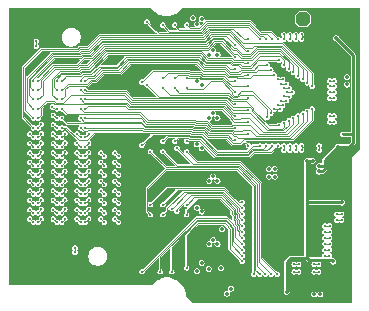
<source format=gbr>
%TF.GenerationSoftware,KiCad,Pcbnew,8.0.5*%
%TF.CreationDate,2025-10-24T05:54:48-05:00*%
%TF.ProjectId,iris-128s,69726973-2d31-4323-9873-2e6b69636164,1*%
%TF.SameCoordinates,Original*%
%TF.FileFunction,Copper,L4,Inr*%
%TF.FilePolarity,Positive*%
%FSLAX46Y46*%
G04 Gerber Fmt 4.6, Leading zero omitted, Abs format (unit mm)*
G04 Created by KiCad (PCBNEW 8.0.5) date 2025-10-24 05:54:48*
%MOMM*%
%LPD*%
G01*
G04 APERTURE LIST*
G04 Aperture macros list*
%AMOutline5P*
0 Free polygon, 5 corners , with rotation*
0 The origin of the aperture is its center*
0 number of corners: always 5*
0 $1 to $10 corner X, Y*
0 $11 Rotation angle, in degrees counterclockwise*
0 create outline with 5 corners*
4,1,5,$1,$2,$3,$4,$5,$6,$7,$8,$9,$10,$1,$2,$11*%
%AMOutline6P*
0 Free polygon, 6 corners , with rotation*
0 The origin of the aperture is its center*
0 number of corners: always 6*
0 $1 to $12 corner X, Y*
0 $13 Rotation angle, in degrees counterclockwise*
0 create outline with 6 corners*
4,1,6,$1,$2,$3,$4,$5,$6,$7,$8,$9,$10,$11,$12,$1,$2,$13*%
%AMOutline7P*
0 Free polygon, 7 corners , with rotation*
0 The origin of the aperture is its center*
0 number of corners: always 7*
0 $1 to $14 corner X, Y*
0 $15 Rotation angle, in degrees counterclockwise*
0 create outline with 7 corners*
4,1,7,$1,$2,$3,$4,$5,$6,$7,$8,$9,$10,$11,$12,$13,$14,$1,$2,$15*%
%AMOutline8P*
0 Free polygon, 8 corners , with rotation*
0 The origin of the aperture is its center*
0 number of corners: always 8*
0 $1 to $16 corner X, Y*
0 $17 Rotation angle, in degrees counterclockwise*
0 create outline with 8 corners*
4,1,8,$1,$2,$3,$4,$5,$6,$7,$8,$9,$10,$11,$12,$13,$14,$15,$16,$1,$2,$17*%
G04 Aperture macros list end*
%TA.AperFunction,ComponentPad*%
%ADD10Outline8P,-0.609600X0.252505X-0.252505X0.609600X0.252505X0.609600X0.609600X0.252505X0.609600X-0.252505X0.252505X-0.609600X-0.252505X-0.609600X-0.609600X-0.252505X90.000000*%
%TD*%
%TA.AperFunction,ViaPad*%
%ADD11C,0.355600*%
%TD*%
%TA.AperFunction,ViaPad*%
%ADD12C,0.304800*%
%TD*%
%TA.AperFunction,Conductor*%
%ADD13C,0.076200*%
%TD*%
%TA.AperFunction,Conductor*%
%ADD14C,0.254000*%
%TD*%
%TA.AperFunction,Conductor*%
%ADD15C,0.152400*%
%TD*%
G04 APERTURE END LIST*
D10*
%TO.N,/REF_ELEC*%
%TO.C,REF0*%
X120622500Y-81188000D03*
%TD*%
%TO.N,GND1*%
%TO.C,GND1*%
X124315000Y-81188000D03*
%TD*%
D11*
%TO.N,/analog_muxes_switches/SDO3*%
X111328200Y-81127600D03*
%TO.N,/SCLK_SW*%
X113004600Y-89179400D03*
X113004600Y-94513400D03*
X113004600Y-83820000D03*
X113004600Y-99872800D03*
D12*
X121571620Y-101961560D03*
X121952620Y-101961560D03*
D11*
%TO.N,/CSb_SW*%
X112699800Y-100253800D03*
X112699800Y-89560400D03*
X112699800Y-94894400D03*
X112699800Y-84201000D03*
D12*
X119869820Y-101961560D03*
X120250820Y-101961560D03*
D11*
%TO.N,/MISO_SW*%
X113669822Y-102275602D03*
D12*
X119869820Y-102596560D03*
X120250820Y-102596560D03*
D11*
%TO.N,/MOSI_SW*%
X113766600Y-98955860D03*
X112633760Y-102362000D03*
D12*
X121571620Y-102596560D03*
X121952620Y-102596560D03*
%TO.N,/REC1IN62*%
X120500000Y-82900000D03*
X120500760Y-82499200D03*
%TO.N,/REC1IN16*%
X102191900Y-90403520D03*
X114900000Y-91400000D03*
%TO.N,/REC1IN34*%
X119050000Y-87050000D03*
X119474560Y-87050740D03*
%TO.N,/REC1IN29*%
X119051580Y-87749380D03*
X119449160Y-87750740D03*
%TO.N,/REC1IN36*%
X118800000Y-86700000D03*
X119224560Y-86700740D03*
%TO.N,/REC1IN8*%
X119801060Y-89600940D03*
X98191900Y-89603520D03*
%TO.N,/REC1IN61*%
X121001060Y-86601020D03*
X97804720Y-88803400D03*
%TO.N,/REC1IN63*%
X97804720Y-89603400D03*
X121401060Y-86901020D03*
%TO.N,/REC1IN26*%
X98191900Y-88803520D03*
X116001020Y-88898220D03*
%TO.N,/REC1IN50*%
X117499620Y-82900520D03*
X108762800Y-81699100D03*
%TO.N,/REC1IN12*%
X119001060Y-90000940D03*
X101804720Y-87203400D03*
%TO.N,/REC1IN22*%
X116001020Y-89898220D03*
X102191900Y-88803520D03*
%TO.N,/REC1IN32*%
X110769400Y-86192360D03*
X114900000Y-87400000D03*
%TO.N,/REC1IN15*%
X116999240Y-91899740D03*
X106987340Y-91869260D03*
%TO.N,/REC1IN21*%
X117901220Y-89169760D03*
X110771940Y-87045800D03*
%TO.N,/REC1IN4*%
X120601060Y-89200940D03*
X102191900Y-89603520D03*
%TO.N,/REC1IN43*%
X114900000Y-84400000D03*
X98191900Y-88003520D03*
%TO.N,/REC1IN59*%
X97804720Y-86403400D03*
X120601060Y-86301020D03*
%TO.N,/REC1IN5*%
X119500000Y-91900000D03*
X119499360Y-92301060D03*
%TO.N,/REC1IN24*%
X101804720Y-88003400D03*
X114900000Y-89400000D03*
%TO.N,/REC1IN51*%
X99804720Y-86403400D03*
X119001060Y-85101020D03*
%TO.N,/REC1IN47*%
X97804720Y-87203400D03*
X114900000Y-83400000D03*
%TO.N,/REC1IN42*%
X100191900Y-87203520D03*
X117901220Y-85500160D03*
%TO.N,/REC1IN23*%
X118200680Y-88818720D03*
X118699160Y-88820740D03*
%TO.N,/REC1IN60*%
X120000000Y-82900000D03*
X120000760Y-82499200D03*
%TO.N,/REC1IN33*%
X109753400Y-86192360D03*
X115998480Y-86901020D03*
%TO.N,/REC1IN54*%
X118499620Y-82900520D03*
X110769400Y-81699100D03*
%TO.N,/REC1IN31*%
X119300000Y-87400000D03*
X119699160Y-87400740D03*
%TO.N,/REC1IN13*%
X108765340Y-91539060D03*
X117499240Y-91899740D03*
%TO.N,/REC1IN18*%
X101804720Y-89603400D03*
X116001020Y-90898980D03*
%TO.N,/REC1IN58*%
X119500000Y-82900000D03*
X119500760Y-82499200D03*
%TO.N,/REC1IN10*%
X119401060Y-89800940D03*
X102191900Y-88003520D03*
%TO.N,/REC1IN28*%
X102191900Y-87203520D03*
X114900000Y-88400000D03*
%TO.N,/REC1IN35*%
X114900000Y-86400000D03*
X108762800Y-86192360D03*
%TO.N,/REC1IN38*%
X118500000Y-86300000D03*
X118899160Y-86300740D03*
%TO.N,/REC1IN2*%
X121001060Y-89000940D03*
X100191900Y-89603520D03*
%TO.N,/REC1IN27*%
X118802660Y-88099900D03*
X119199160Y-88100740D03*
%TO.N,/REC1IN6*%
X120201060Y-89400940D03*
X101804720Y-88803400D03*
%TO.N,/REC1IN48*%
X107416600Y-81419700D03*
X116999620Y-82900520D03*
%TO.N,/REC1IN55*%
X119801060Y-85701020D03*
X98191900Y-87203520D03*
%TO.N,/REC1IN52*%
X109753400Y-81699100D03*
X117999620Y-82900520D03*
%TO.N,/REC1IN44*%
X117601220Y-85100160D03*
X102191900Y-86403520D03*
%TO.N,/REC1IN41*%
X116001020Y-84899500D03*
X99804720Y-87203400D03*
%TO.N,/REC1IN0*%
X121401060Y-88800940D03*
X101804720Y-90403400D03*
%TO.N,/REC1IN20*%
X114900000Y-90400000D03*
X100191900Y-88803520D03*
%TO.N,/REC1IN46*%
X97804720Y-90403400D03*
X116001020Y-82900520D03*
%TO.N,/REC1IN49*%
X118601060Y-84701020D03*
X100191900Y-86403520D03*
%TO.N,/REC1IN17*%
X116001020Y-91898980D03*
X100191900Y-90403520D03*
%TO.N,/REC1IN37*%
X100191900Y-88003520D03*
X115998480Y-85900260D03*
%TO.N,/REC1IN25*%
X118502940Y-88468200D03*
X118899160Y-88470740D03*
%TO.N,/REC1IN57*%
X120201060Y-86001020D03*
X98191900Y-86403520D03*
%TO.N,/REC1IN11*%
X117999240Y-91899740D03*
X109755940Y-91539060D03*
%TO.N,/REC1IN1*%
X120500000Y-91900000D03*
X120499360Y-92301060D03*
%TO.N,/REC1IN30*%
X115998480Y-87899240D03*
X108765340Y-87045800D03*
%TO.N,/REC1IN40*%
X106984800Y-86522560D03*
X118201220Y-85900160D03*
%TO.N,/REC1IN3*%
X120000000Y-91900000D03*
X119999360Y-92301060D03*
%TO.N,/REC1IN45*%
X97804720Y-88003400D03*
X116001020Y-83901280D03*
%TO.N,/REC1IN9*%
X118499240Y-91899740D03*
X110771940Y-91539060D03*
%TO.N,/REC1IN53*%
X99804720Y-88003400D03*
X119401060Y-85401020D03*
%TO.N,/REC1IN56*%
X119000000Y-82900000D03*
X119000760Y-82499200D03*
%TO.N,/REC1IN19*%
X109755940Y-87045800D03*
X117601220Y-89519760D03*
%TO.N,/REC1IN39*%
X101804720Y-86403400D03*
X114900000Y-85400000D03*
%TO.N,/REC1IN14*%
X118601060Y-90200940D03*
X107419140Y-86766400D03*
%TO.N,/REC1IN7*%
X119000000Y-91900000D03*
X118999360Y-92301060D03*
D11*
%TO.N,VDD2*%
X119242840Y-104287360D03*
X123903740Y-96723160D03*
X120957340Y-93194860D03*
X123190000Y-101716000D03*
X121434860Y-93194860D03*
D12*
%TO.N,/REF_ELEC*%
X101318060Y-100550600D03*
X122000000Y-91900000D03*
X98044000Y-83485100D03*
X122000000Y-92300000D03*
X101318060Y-100950600D03*
X98044000Y-83085100D03*
D11*
%TO.N,VDD3*%
X121571620Y-104501560D03*
X113385600Y-94894400D03*
X113385600Y-89560400D03*
X122079620Y-104501560D03*
X113385600Y-84201000D03*
X113385600Y-100253800D03*
D12*
%TO.N,/MISO1p*%
X122870790Y-89891240D03*
X123264490Y-89891240D03*
%TO.N,/SCLKm*%
X122872500Y-87399500D03*
X123266200Y-87399500D03*
%TO.N,/CSbp*%
X122872500Y-86900640D03*
X123266200Y-86900640D03*
D11*
%TO.N,/MOSIp*%
X124337820Y-86092620D03*
D12*
%TO.N,/SCLKp*%
X122872500Y-87900640D03*
X123266200Y-87900640D03*
D11*
%TO.N,/MOSIm*%
X124337820Y-86732620D03*
D12*
%TO.N,/CSbm*%
X122872500Y-86400640D03*
X123266200Y-86400640D03*
%TO.N,/MISO1m*%
X122872500Y-89400640D03*
X123266200Y-89400640D03*
%TO.N,/CSbp_STIM*%
X123886620Y-98215360D03*
X123492920Y-98216000D03*
%TO.N,/CSbm_STIM*%
X123888500Y-97716000D03*
X123494800Y-97716640D03*
%TO.N,/SCLKm_STIM*%
X122870620Y-98715360D03*
X122476920Y-98716000D03*
%TO.N,/SCLKp_STIM*%
X122870620Y-99215360D03*
X122476920Y-99216000D03*
%TO.N,/MOSIp_STIM*%
X122870620Y-100215360D03*
X122476920Y-100216000D03*
%TO.N,/MOSIm_STIM*%
X122870620Y-99715360D03*
X122476920Y-99716000D03*
%TO.N,/MISOp_STIM*%
X122868720Y-101216000D03*
X122475020Y-101216640D03*
%TO.N,/MISOm_STIM*%
X122868720Y-100716000D03*
X122475020Y-100716640D03*
%TO.N,/STIMIN13*%
X108767370Y-92406600D03*
X117450000Y-102784200D03*
%TO.N,/STIMIN14*%
X117950000Y-102784200D03*
X109961170Y-92127200D03*
%TO.N,/STIMIN3*%
X109519210Y-97233740D03*
X115468400Y-98216460D03*
%TO.N,/STIMIN5*%
X110773970Y-96899860D03*
X115468400Y-99216460D03*
%TO.N,/STIMIN10*%
X110773970Y-102249860D03*
X115468400Y-101716000D03*
%TO.N,/STIMIN12*%
X107701080Y-92407740D03*
X116950000Y-102784200D03*
%TO.N,/STIMIN8*%
X108529120Y-102582980D03*
X115468400Y-100716460D03*
%TO.N,/STIMIN7*%
X106989370Y-102580060D03*
X115468400Y-100216460D03*
%TO.N,/STIMIN6*%
X110773970Y-97756600D03*
X115468400Y-99716460D03*
%TO.N,/STIMIN9*%
X109519210Y-102582980D03*
X115468400Y-101216460D03*
%TO.N,/STIMIN0*%
X115468400Y-96716460D03*
X107700570Y-96899860D03*
%TO.N,/STIMIN2*%
X108767370Y-97756600D03*
X115468400Y-97716460D03*
%TO.N,/STIMIN11*%
X116450000Y-102784200D03*
X107700570Y-97756980D03*
%TO.N,/STIMIN15*%
X110773970Y-92406600D03*
X118450000Y-102784200D03*
%TO.N,/STIMIN4*%
X109951010Y-97477580D03*
X115468400Y-98716460D03*
%TO.N,/STIMIN1*%
X108767370Y-96899860D03*
X115468400Y-97216460D03*
%TO.N,/REC0IN10*%
X98191900Y-93603520D03*
X98470100Y-93287220D03*
%TO.N,/REC0IN52*%
X101804720Y-97603400D03*
X101488420Y-97325200D03*
%TO.N,/REC0IN62*%
X99804720Y-98403400D03*
X99488420Y-98125200D03*
%TO.N,/REC0IN49*%
X101804720Y-93603400D03*
X101488420Y-93325200D03*
%TO.N,/REC0IN63*%
X100191900Y-96803520D03*
X100470100Y-96487220D03*
%TO.N,/REC0IN24*%
X102191900Y-91203520D03*
X102470100Y-90887220D03*
%TO.N,/REC0IN60*%
X100191900Y-98403520D03*
X100470100Y-98087220D03*
%TO.N,/REC0IN27*%
X98191900Y-96803520D03*
X98470100Y-96487220D03*
%TO.N,/REC0IN30*%
X99804720Y-94403400D03*
X99488420Y-94125200D03*
%TO.N,/REC0IN56*%
X102191900Y-98403520D03*
X102470100Y-98087220D03*
%TO.N,/REC0IN32*%
X100191900Y-94403520D03*
X100470100Y-94087220D03*
%TO.N,/REC0IN11*%
X97804720Y-94403400D03*
X97488420Y-94125200D03*
%TO.N,/REC0IN20*%
X101804720Y-91203400D03*
X101488420Y-90925200D03*
%TO.N,/REC0IN57*%
X101804720Y-95203400D03*
X101488420Y-94925200D03*
%TO.N,/REC0IN55*%
X100191900Y-96003520D03*
X100470100Y-95687220D03*
%TO.N,/REC0IN48*%
X100191900Y-97603520D03*
X100470100Y-97287220D03*
%TO.N,/REC0IN50*%
X102191900Y-97603520D03*
X102470100Y-97287220D03*
%TO.N,/REC0IN34*%
X100191900Y-92803520D03*
X100470100Y-92487220D03*
%TO.N,/REC0IN42*%
X101804720Y-92803400D03*
X101488420Y-92525200D03*
%TO.N,/REC0IN18*%
X100191900Y-91203520D03*
X100470100Y-90887220D03*
%TO.N,/REC0IN41*%
X102191900Y-95203520D03*
X102470100Y-94887220D03*
%TO.N,/REC0IN31*%
X100191900Y-92003520D03*
X100470100Y-91687220D03*
%TO.N,/REC0IN58*%
X101804720Y-98403400D03*
X101488420Y-98125200D03*
%TO.N,/REC0IN54*%
X98191900Y-98403520D03*
X98470100Y-98087220D03*
%TO.N,/REC0IN47*%
X102191900Y-96803520D03*
X102470100Y-96487220D03*
%TO.N,/REC0IN3*%
X97804720Y-97603400D03*
X97488420Y-97325200D03*
%TO.N,/REC0IN5*%
X97804720Y-96803400D03*
X97488420Y-96525200D03*
%TO.N,/REC0IN23*%
X98191900Y-95203520D03*
X98470100Y-94887220D03*
%TO.N,/REC0IN59*%
X99804720Y-96803400D03*
X99488420Y-96525200D03*
%TO.N,/REC0IN9*%
X97804720Y-95203400D03*
X97488420Y-94925200D03*
%TO.N,/REC0IN6*%
X98191900Y-92003520D03*
X98470100Y-91687220D03*
%TO.N,/REC0IN37*%
X102191900Y-93603520D03*
X102470100Y-93287220D03*
%TO.N,/REC0IN46*%
X99804720Y-97603400D03*
X99488420Y-97325200D03*
%TO.N,/REC0IN19*%
X99804720Y-88803400D03*
X99412220Y-88626800D03*
%TO.N,/REC0IN8*%
X98191900Y-92803520D03*
X98470100Y-92487220D03*
%TO.N,/REC0IN25*%
X98191900Y-96003520D03*
X98470100Y-95687220D03*
%TO.N,/REC0IN38*%
X100191900Y-93603520D03*
X100470100Y-93287220D03*
%TO.N,/REC0IN17*%
X99804720Y-90403400D03*
X99488420Y-90125200D03*
%TO.N,/REC0IN13*%
X97804720Y-91203400D03*
X97488420Y-90925200D03*
%TO.N,/REC0IN45*%
X101804720Y-96803400D03*
X101488420Y-96525200D03*
%TO.N,/REC0IN7*%
X97804720Y-96003400D03*
X97488420Y-95725200D03*
%TO.N,/REC0IN12*%
X98191900Y-90403520D03*
X98470100Y-90087220D03*
%TO.N,/REC0IN40*%
X99804720Y-95203400D03*
X99488420Y-94925200D03*
%TO.N,/REC0IN2*%
X97804720Y-92803400D03*
X97488420Y-92525200D03*
%TO.N,/REC0IN33*%
X101804720Y-92003400D03*
X101488420Y-91725200D03*
%TO.N,/REC0IN15*%
X98191900Y-91203520D03*
X98470100Y-90887220D03*
%TO.N,/REC0IN14*%
X99804720Y-91203400D03*
X99488420Y-90925200D03*
%TO.N,/REC0IN44*%
X102191900Y-92803520D03*
X102470100Y-92487220D03*
%TO.N,/REC0IN35*%
X100191900Y-95203520D03*
X100470100Y-94887220D03*
%TO.N,/REC0IN1*%
X97804720Y-98403400D03*
X97488420Y-98125200D03*
%TO.N,/REC0IN39*%
X102191900Y-94403520D03*
X102470100Y-94087220D03*
%TO.N,/REC0IN26*%
X99804720Y-92003400D03*
X99488420Y-91725200D03*
%TO.N,/REC0IN61*%
X102191900Y-96003520D03*
X102470100Y-95687220D03*
%TO.N,/REC0IN22*%
X102191900Y-92003520D03*
X102470100Y-91687220D03*
%TO.N,/REC0IN53*%
X101804720Y-94403400D03*
X101488420Y-94125200D03*
%TO.N,/REC0IN51*%
X99804720Y-96003400D03*
X99488420Y-95725200D03*
%TO.N,/REC0IN0*%
X97804720Y-93603400D03*
X97488420Y-93325200D03*
%TO.N,/REC0IN29*%
X98191900Y-97603520D03*
X98470100Y-97287220D03*
%TO.N,/REC0IN36*%
X99804720Y-93603400D03*
X99488420Y-93325200D03*
%TO.N,/REC0IN16*%
X98191900Y-94403520D03*
X98470100Y-94087220D03*
%TO.N,/REC0IN43*%
X101804720Y-96003400D03*
X101488420Y-95725200D03*
%TO.N,/REC0IN28*%
X99804720Y-92803400D03*
X99488420Y-92525200D03*
%TO.N,/REC0IN4*%
X97804720Y-92003400D03*
X97488420Y-91725200D03*
%TO.N,/REC0IN21*%
X99804720Y-89603400D03*
X99488420Y-89325200D03*
D11*
%TO.N,VDD1*%
X121965720Y-93621580D03*
X121965720Y-94099100D03*
X123587097Y-91986100D03*
X123445657Y-82801820D03*
D12*
X124003283Y-90947380D03*
D11*
%TO.N,GND1*%
X118145600Y-104287360D03*
X124000000Y-94000000D03*
X122842020Y-96042160D03*
X124000000Y-101000000D03*
X105700000Y-103100000D03*
X123600000Y-84600000D03*
X114495580Y-94513400D03*
X100146180Y-84821180D03*
X96200000Y-97800000D03*
X121932700Y-94683580D03*
X111000000Y-103200000D03*
X124000000Y-104800000D03*
X96200000Y-88300000D03*
X113600000Y-103100000D03*
X96200000Y-85000000D03*
X124000000Y-85400000D03*
X124000000Y-99000000D03*
X96300000Y-80900000D03*
X101000000Y-101900000D03*
X113792000Y-83820000D03*
X114400000Y-95300000D03*
X97996979Y-84803400D03*
X96200000Y-99100000D03*
X112500000Y-104800000D03*
X122341640Y-103230680D03*
X107008740Y-87589060D03*
X105000000Y-101000000D03*
X106400000Y-101400000D03*
X120906540Y-92102940D03*
X102174779Y-84803400D03*
X122326400Y-81851500D03*
X118000000Y-80700000D03*
X99819179Y-99203400D03*
X103996979Y-99203400D03*
X116000000Y-80700000D03*
X114310160Y-103014780D03*
X124000000Y-103000000D03*
X104174779Y-84803400D03*
X107800000Y-80800000D03*
X113792000Y-94513400D03*
X106615040Y-95341140D03*
X119869820Y-94976560D03*
X124400000Y-84500000D03*
X97819179Y-99203400D03*
X120611900Y-82067400D03*
X98000000Y-102000000D03*
X96200000Y-103100000D03*
X122374660Y-104068880D03*
X113500000Y-80800000D03*
X115003580Y-92120720D03*
X122000000Y-93000000D03*
X123903740Y-97185480D03*
X124000000Y-96000000D03*
X106700000Y-81600000D03*
X105700000Y-80900000D03*
X98000000Y-82000000D03*
X124416820Y-82763360D03*
X106200000Y-91600000D03*
X119100000Y-93400000D03*
X110600000Y-80800000D03*
X102000000Y-81900000D03*
X101844579Y-99203400D03*
X113792000Y-89281000D03*
X117400000Y-93400000D03*
X124040900Y-88783160D03*
X100000000Y-81900000D03*
X106200000Y-99100000D03*
X113792000Y-99872800D03*
X106600000Y-97000000D03*
X114193320Y-103600840D03*
X96200000Y-86700000D03*
D12*
%TO.N,/RS10*%
X103804720Y-94403400D03*
X103488420Y-94125200D03*
%TO.N,/RS12*%
X103804720Y-93603400D03*
X103488420Y-93325200D03*
%TO.N,/RS3*%
X105004720Y-97603400D03*
X104688420Y-97325200D03*
%TO.N,/RS9*%
X105004720Y-95203400D03*
X104688420Y-94925200D03*
%TO.N,/RS14*%
X103804720Y-92803400D03*
X103488420Y-92525200D03*
%TO.N,/RS8*%
X103804720Y-95203400D03*
X103488420Y-94925200D03*
%TO.N,/RS5*%
X105004720Y-96803400D03*
X104688420Y-96525200D03*
%TO.N,/RS6*%
X103804720Y-96003400D03*
X103488420Y-95725200D03*
%TO.N,/RS11*%
X105004720Y-94403400D03*
X104688420Y-94125200D03*
%TO.N,/RS7*%
X105004720Y-96003400D03*
X104688420Y-95725200D03*
%TO.N,/RS13*%
X105004720Y-93603400D03*
X104688420Y-93325200D03*
%TO.N,/RS15*%
X105004720Y-92803400D03*
X104688420Y-92525200D03*
%TO.N,/RS2*%
X103804720Y-97603400D03*
X103488420Y-97325200D03*
%TO.N,/RS0*%
X103804720Y-98403400D03*
X103488420Y-98125200D03*
%TO.N,/RS1*%
X105004720Y-98403400D03*
X104688420Y-98125200D03*
%TO.N,/RS4*%
X103804720Y-96803400D03*
X103488420Y-96525200D03*
D11*
%TO.N,VSS_SW*%
X111653000Y-81650000D03*
X111633000Y-86461600D03*
X111633000Y-97155000D03*
X111633000Y-102514400D03*
X111633000Y-91808300D03*
X114193320Y-104429560D03*
%TO.N,VDD_SW*%
X112039400Y-81200000D03*
X112039400Y-92138500D03*
X112039400Y-101854000D03*
X114531140Y-104018080D03*
X112039400Y-97485200D03*
X112039400Y-86791800D03*
%TO.N,VSTIMp*%
X117749320Y-93903800D03*
X118226840Y-93903800D03*
%TO.N,VSTIMm*%
X118226840Y-94526100D03*
X117749320Y-94526100D03*
%TD*%
D13*
%TO.N,/SCLK_SW*%
X121952620Y-101961560D02*
X121571620Y-101961560D01*
%TO.N,/CSb_SW*%
X120250820Y-101961560D02*
X119869820Y-101961560D01*
%TO.N,/MISO_SW*%
X120250820Y-102596560D02*
X119869820Y-102596560D01*
%TO.N,/MOSI_SW*%
X121952620Y-102596560D02*
X121571620Y-102596560D01*
%TO.N,/REC1IN62*%
X120500000Y-82900000D02*
X120500000Y-82499960D01*
X120500000Y-82499960D02*
X120500760Y-82499200D01*
%TO.N,/REC1IN16*%
X112206782Y-90599634D02*
X111287315Y-90599634D01*
X114256800Y-91009600D02*
X112616748Y-91009600D01*
X107147812Y-90510360D02*
X107040852Y-90403400D01*
X111198041Y-90510360D02*
X107147812Y-90510360D01*
X102192020Y-90403400D02*
X102191900Y-90403520D01*
X114900000Y-91400000D02*
X114647200Y-91400000D01*
X114647200Y-91400000D02*
X114256800Y-91009600D01*
X107040852Y-90403400D02*
X102192020Y-90403400D01*
X111287315Y-90599634D02*
X111198041Y-90510360D01*
X112616748Y-91009600D02*
X112206782Y-90599634D01*
%TO.N,/REC1IN34*%
X119448420Y-87050000D02*
X119449160Y-87050740D01*
X119050000Y-87050000D02*
X119448420Y-87050000D01*
%TO.N,/REC1IN29*%
X119447800Y-87749380D02*
X119449160Y-87750740D01*
X119051580Y-87749380D02*
X119447800Y-87749380D01*
%TO.N,/REC1IN36*%
X118800000Y-86700000D02*
X119198420Y-86700000D01*
X119198420Y-86700000D02*
X119199160Y-86700740D01*
%TO.N,/REC1IN8*%
X117278640Y-90777060D02*
X116079760Y-89578180D01*
X105649906Y-88422620D02*
X99631243Y-88422620D01*
X98954400Y-88259620D02*
X98458600Y-88755420D01*
X99468243Y-88259620D02*
X98954400Y-88259620D01*
X105898686Y-88671400D02*
X105649906Y-88422620D01*
X99631243Y-88422620D02*
X99468243Y-88259620D01*
X98458600Y-88755420D02*
X98458600Y-89336820D01*
X119801060Y-90037740D02*
X119061740Y-90777060D01*
X116079760Y-89578180D02*
X115360960Y-89578180D01*
X119061740Y-90777060D02*
X117278640Y-90777060D01*
X114789529Y-89666700D02*
X114498887Y-89376058D01*
X119801060Y-89600940D02*
X119801060Y-90037740D01*
X113854495Y-88671400D02*
X105898686Y-88671400D01*
X98458600Y-89336820D02*
X98191900Y-89603520D01*
X114498887Y-89376058D02*
X114498887Y-89315792D01*
X115272440Y-89666700D02*
X114789529Y-89666700D01*
X115360960Y-89578180D02*
X115272440Y-89666700D01*
X114498887Y-89315792D02*
X113854495Y-88671400D01*
%TO.N,/REC1IN61*%
X99359217Y-84040680D02*
X97233220Y-86166677D01*
X121001060Y-85598630D02*
X118841430Y-83439000D01*
X118841430Y-83439000D02*
X116501400Y-83439000D01*
X114421083Y-82313780D02*
X112786456Y-82313780D01*
X97233220Y-86166677D02*
X97233220Y-88231900D01*
X116501400Y-83439000D02*
X116323600Y-83616800D01*
X121001060Y-86601020D02*
X121001060Y-85598630D01*
X112786456Y-82313780D02*
X112232736Y-82867500D01*
X112232736Y-82867500D02*
X103514412Y-82867500D01*
X101662303Y-84040680D02*
X99359217Y-84040680D01*
X103514412Y-82867500D02*
X102480212Y-83901700D01*
X97233220Y-88231900D02*
X97804720Y-88803400D01*
X115724103Y-83616800D02*
X114421083Y-82313780D01*
X101801283Y-83901700D02*
X101662303Y-84040680D01*
X116323600Y-83616800D02*
X115724103Y-83616800D01*
X102480212Y-83901700D02*
X101801283Y-83901700D01*
%TO.N,/REC1IN63*%
X121401060Y-85783104D02*
X118828356Y-83210400D01*
X103451286Y-82715100D02*
X102417086Y-83749300D01*
X97080820Y-85306467D02*
X97080820Y-88879500D01*
X118828356Y-83210400D02*
X115533229Y-83210400D01*
X112723330Y-82161380D02*
X112169610Y-82715100D01*
X114484209Y-82161380D02*
X112723330Y-82161380D01*
X102417086Y-83749300D02*
X101738157Y-83749300D01*
X115533229Y-83210400D02*
X114484209Y-82161380D01*
X101738157Y-83749300D02*
X101599177Y-83888280D01*
X98499007Y-83888280D02*
X97080820Y-85306467D01*
X97080820Y-88879500D02*
X97804720Y-89603400D01*
X121401060Y-86901020D02*
X121401060Y-85783104D01*
X112169610Y-82715100D02*
X103451286Y-82715100D01*
X101599177Y-83888280D02*
X98499007Y-83888280D01*
%TO.N,/REC1IN26*%
X98888200Y-88107220D02*
X98191900Y-88803520D01*
X105496484Y-87622620D02*
X100949971Y-87622620D01*
X100302371Y-88270220D02*
X99694369Y-88270220D01*
X114043873Y-88214200D02*
X106088064Y-88214200D01*
X106088064Y-88214200D02*
X105496484Y-87622620D01*
X115999240Y-88900000D02*
X114729673Y-88900000D01*
X114729673Y-88900000D02*
X114043873Y-88214200D01*
X116001020Y-88898220D02*
X115999240Y-88900000D01*
X99531369Y-88107220D02*
X98888200Y-88107220D01*
X100949971Y-87622620D02*
X100302371Y-88270220D01*
X99694369Y-88270220D02*
X99531369Y-88107220D01*
%TO.N,/REC1IN50*%
X111980232Y-82257900D02*
X112533952Y-81704180D01*
X117232920Y-82633820D02*
X117499620Y-82900520D01*
X116018806Y-81704180D02*
X116948446Y-82633820D01*
X116948446Y-82633820D02*
X117232920Y-82633820D01*
X109321600Y-82257900D02*
X111980232Y-82257900D01*
X112533952Y-81704180D02*
X116018806Y-81704180D01*
X108762800Y-81699100D02*
X109321600Y-82257900D01*
%TO.N,/REC1IN12*%
X118822980Y-90472260D02*
X117751080Y-90472260D01*
X116100777Y-88620806D02*
X115056365Y-88620806D01*
X102081429Y-87470220D02*
X101814609Y-87203400D01*
X119001060Y-90000940D02*
X119001060Y-90294180D01*
X105574060Y-87470100D02*
X102081549Y-87470100D01*
X102081549Y-87470100D02*
X102081429Y-87470220D01*
X101814609Y-87203400D02*
X101804720Y-87203400D01*
X114711899Y-88666700D02*
X114106999Y-88061800D01*
X115010471Y-88666700D02*
X114711899Y-88666700D01*
X117751080Y-90472260D02*
X116267720Y-88988900D01*
X106165760Y-88061800D02*
X105574060Y-87470100D01*
X115056365Y-88620806D02*
X115010471Y-88666700D01*
X116267720Y-88988900D02*
X116267720Y-88787749D01*
X116267720Y-88787749D02*
X116100777Y-88620806D01*
X114106999Y-88061800D02*
X106165760Y-88061800D01*
X119001060Y-90294180D02*
X118822980Y-90472260D01*
%TO.N,/REC1IN22*%
X105835560Y-88823800D02*
X105586780Y-88575020D01*
X113791369Y-88823800D02*
X105835560Y-88823800D01*
X116001020Y-89898220D02*
X115999240Y-89900000D01*
X114346487Y-89378918D02*
X113791369Y-88823800D01*
X105586780Y-88575020D02*
X102420400Y-88575020D01*
X114807303Y-89900000D02*
X114346487Y-89439184D01*
X114346487Y-89439184D02*
X114346487Y-89378918D01*
X102420400Y-88575020D02*
X102191900Y-88803520D01*
X115999240Y-89900000D02*
X114807303Y-89900000D01*
%TO.N,/REC1IN32*%
X113796500Y-86296500D02*
X114900000Y-87400000D01*
X110769400Y-86192360D02*
X110792260Y-86169500D01*
X111830192Y-86169500D02*
X111957192Y-86296500D01*
X111957192Y-86296500D02*
X113796500Y-86296500D01*
X110792260Y-86169500D02*
X111830192Y-86169500D01*
%TO.N,/REC1IN15*%
X113386090Y-92425520D02*
X115867180Y-92425520D01*
X112019570Y-91059000D02*
X113386090Y-92425520D01*
X106987340Y-91869260D02*
X107889040Y-90967560D01*
X115867180Y-92425520D02*
X116392960Y-91899740D01*
X111100103Y-91059000D02*
X112019570Y-91059000D01*
X116392960Y-91899740D02*
X116999240Y-91899740D01*
X111008663Y-90967560D02*
X111100103Y-91059000D01*
X107889040Y-90967560D02*
X111008663Y-90967560D01*
%TO.N,/REC1IN21*%
X115354511Y-87322660D02*
X116318520Y-87322660D01*
X112160392Y-87083900D02*
X112795392Y-86448900D01*
X112795392Y-86448900D02*
X113733374Y-86448900D01*
X115010471Y-87666700D02*
X115354511Y-87322660D01*
X113733374Y-86448900D02*
X114633300Y-87348826D01*
X114633300Y-87348826D02*
X114633300Y-87510471D01*
X114789529Y-87666700D02*
X115010471Y-87666700D01*
X114633300Y-87510471D02*
X114789529Y-87666700D01*
X110771940Y-87045800D02*
X110810040Y-87083900D01*
X116318520Y-87322660D02*
X117901220Y-88905360D01*
X110810040Y-87083900D02*
X112160392Y-87083900D01*
X117901220Y-88905360D02*
X117901220Y-89169760D01*
%TO.N,/REC1IN4*%
X119412260Y-91081860D02*
X116641100Y-91081860D01*
X111476693Y-90142434D02*
X111387419Y-90053160D01*
X114675229Y-90552400D02*
X112806126Y-90552400D01*
X106887430Y-89603400D02*
X102192020Y-89603400D01*
X112806126Y-90552400D02*
X112396160Y-90142434D01*
X102192020Y-89603400D02*
X102191900Y-89603520D01*
X120601060Y-89200940D02*
X120601060Y-89893060D01*
X115456129Y-90666700D02*
X114789529Y-90666700D01*
X116105160Y-90545920D02*
X115576909Y-90545920D01*
X116641100Y-91081860D02*
X116105160Y-90545920D01*
X114789529Y-90666700D02*
X114675229Y-90552400D01*
X112396160Y-90142434D02*
X111476693Y-90142434D01*
X107337190Y-90053160D02*
X106887430Y-89603400D01*
X120601060Y-89893060D02*
X119412260Y-91081860D01*
X115576909Y-90545920D02*
X115456129Y-90666700D01*
X111387419Y-90053160D02*
X107337190Y-90053160D01*
%TO.N,/REC1IN43*%
X114743182Y-84285700D02*
X114785700Y-84285700D01*
X102427168Y-85247900D02*
X103893168Y-83781900D01*
X114785700Y-84285700D02*
X114900000Y-84400000D01*
X113685662Y-83228180D02*
X114743182Y-84285700D01*
X101748239Y-85247900D02*
X102427168Y-85247900D01*
X112611492Y-83781900D02*
X113165212Y-83228180D01*
X98191900Y-88003520D02*
X98611000Y-87584420D01*
X99606272Y-85420200D02*
X101575939Y-85420200D01*
X103893168Y-83781900D02*
X112611492Y-83781900D01*
X101575939Y-85420200D02*
X101748239Y-85247900D01*
X113165212Y-83228180D02*
X113685662Y-83228180D01*
X98611000Y-86415472D02*
X99606272Y-85420200D01*
X98611000Y-87584420D02*
X98611000Y-86415472D01*
%TO.N,/REC1IN59*%
X97804720Y-86241755D02*
X97804720Y-86403400D01*
X116113548Y-84175600D02*
X115498429Y-84175600D01*
X103703790Y-83324700D02*
X102669590Y-84358900D01*
X112422114Y-83324700D02*
X103703790Y-83324700D01*
X114989529Y-83666700D02*
X114770760Y-83666700D01*
X102669590Y-84358900D02*
X101990661Y-84358900D01*
X113875040Y-82770980D02*
X112975834Y-82770980D01*
X101851681Y-84497880D02*
X99548595Y-84497880D01*
X120601060Y-86301020D02*
X120601060Y-85414156D01*
X120601060Y-85414156D02*
X118778304Y-83591400D01*
X115498429Y-84175600D02*
X114989529Y-83666700D01*
X114770760Y-83666700D02*
X113875040Y-82770980D01*
X99548595Y-84497880D02*
X97804720Y-86241755D01*
X101990661Y-84358900D02*
X101851681Y-84497880D01*
X112975834Y-82770980D02*
X112422114Y-83324700D01*
X116697748Y-83591400D02*
X116113548Y-84175600D01*
X118778304Y-83591400D02*
X116697748Y-83591400D01*
%TO.N,/REC1IN5*%
X119499360Y-91900640D02*
X119500000Y-91900000D01*
X119499360Y-92301060D02*
X119499360Y-91900640D01*
%TO.N,/REC1IN24*%
X114900000Y-89400000D02*
X114798621Y-89400000D01*
X102071540Y-88270220D02*
X101804720Y-88003400D01*
X113917621Y-88519000D02*
X105961812Y-88519000D01*
X105961812Y-88519000D02*
X105713032Y-88270220D01*
X114798621Y-89400000D02*
X113917621Y-88519000D01*
X105713032Y-88270220D02*
X102071540Y-88270220D01*
%TO.N,/REC1IN51*%
X114489677Y-84797900D02*
X112452556Y-84797900D01*
X101765317Y-85877400D02*
X100169075Y-85877400D01*
X119001060Y-85101020D02*
X119001060Y-84676260D01*
X112452556Y-84797900D02*
X111893756Y-84239100D01*
X116122440Y-85166700D02*
X115452900Y-85166700D01*
X102616546Y-85705100D02*
X101937617Y-85705100D01*
X104082546Y-84239100D02*
X102616546Y-85705100D01*
X99804720Y-86241755D02*
X99804720Y-86403400D01*
X115257700Y-84971500D02*
X114663277Y-84971500D01*
X115452900Y-85166700D02*
X115257700Y-84971500D01*
X111893756Y-84239100D02*
X104082546Y-84239100D01*
X118652800Y-84328000D02*
X116961140Y-84328000D01*
X116961140Y-84328000D02*
X116122440Y-85166700D01*
X100169075Y-85877400D02*
X99804720Y-86241755D01*
X101937617Y-85705100D02*
X101765317Y-85877400D01*
X119001060Y-84676260D02*
X118652800Y-84328000D01*
X114663277Y-84971500D02*
X114489677Y-84797900D01*
%TO.N,/REC1IN47*%
X103640664Y-83172300D02*
X102606464Y-84206500D01*
X114118580Y-82618580D02*
X112912708Y-82618580D01*
X97538020Y-86936700D02*
X97804720Y-87203400D01*
X99485469Y-84345480D02*
X97538020Y-86292929D01*
X102606464Y-84206500D02*
X101927535Y-84206500D01*
X112358988Y-83172300D02*
X103640664Y-83172300D01*
X101788555Y-84345480D02*
X99485469Y-84345480D01*
X97538020Y-86292929D02*
X97538020Y-86936700D01*
X114900000Y-83400000D02*
X114118580Y-82618580D01*
X112912708Y-82618580D02*
X112358988Y-83172300D01*
X101927535Y-84206500D02*
X101788555Y-84345480D01*
%TO.N,/REC1IN42*%
X103019066Y-86314700D02*
X102657891Y-86314700D01*
X101789040Y-86670100D02*
X100725320Y-86670100D01*
X102302371Y-86670220D02*
X101789160Y-86670220D01*
X101789160Y-86670220D02*
X101789040Y-86670100D01*
X116666500Y-85633560D02*
X115489269Y-85633560D01*
X115294329Y-85828500D02*
X114406130Y-85828500D01*
X103652920Y-85680846D02*
X103019066Y-86314700D01*
X114406130Y-85828500D02*
X113992750Y-85415120D01*
X105933614Y-84848700D02*
X105101468Y-85680846D01*
X112207672Y-85415120D02*
X111641252Y-84848700D01*
X117901220Y-85500160D02*
X116799900Y-85500160D01*
X113992750Y-85415120D02*
X112207672Y-85415120D01*
X100725320Y-86670100D02*
X100191900Y-87203520D01*
X105101468Y-85680846D02*
X103652920Y-85680846D01*
X116799900Y-85500160D02*
X116666500Y-85633560D01*
X111641252Y-84848700D02*
X105933614Y-84848700D01*
X102657891Y-86314700D02*
X102302371Y-86670220D01*
X115489269Y-85633560D02*
X115294329Y-85828500D01*
%TO.N,/REC1IN23*%
X118697140Y-88818720D02*
X118699160Y-88820740D01*
X118200680Y-88818720D02*
X118697140Y-88818720D01*
%TO.N,/REC1IN60*%
X120000000Y-82499960D02*
X120000760Y-82499200D01*
X120000000Y-82900000D02*
X120000000Y-82499960D01*
%TO.N,/REC1IN33*%
X112020318Y-86144100D02*
X113859626Y-86144100D01*
X110879871Y-85925660D02*
X110971311Y-86017100D01*
X110971311Y-86017100D02*
X111893318Y-86017100D01*
X111893318Y-86017100D02*
X112020318Y-86144100D01*
X110020100Y-85925660D02*
X110879871Y-85925660D01*
X113859626Y-86144100D02*
X114615526Y-86900000D01*
X114615526Y-86900000D02*
X115997460Y-86900000D01*
X115997460Y-86900000D02*
X115998480Y-86901020D01*
X109753400Y-86192360D02*
X110020100Y-85925660D01*
%TO.N,/REC1IN54*%
X116145058Y-81399380D02*
X117074698Y-82329020D01*
X111853980Y-81953100D02*
X112407700Y-81399380D01*
X112407700Y-81399380D02*
X116145058Y-81399380D01*
X117928120Y-82329020D02*
X118499620Y-82900520D01*
X110769400Y-81699100D02*
X111023400Y-81953100D01*
X117074698Y-82329020D02*
X117928120Y-82329020D01*
X111023400Y-81953100D02*
X111853980Y-81953100D01*
%TO.N,/REC1IN31*%
X119698420Y-87400000D02*
X119699160Y-87400740D01*
X119300000Y-87400000D02*
X119698420Y-87400000D01*
%TO.N,/REC1IN13*%
X115930306Y-92577920D02*
X116341786Y-92166440D01*
X110945537Y-91119960D02*
X111036977Y-91211400D01*
X111036977Y-91211400D02*
X111956444Y-91211400D01*
X117232540Y-92166440D02*
X117499240Y-91899740D01*
X109184440Y-91119960D02*
X110945537Y-91119960D01*
X111956444Y-91211400D02*
X113322964Y-92577920D01*
X108765340Y-91539060D02*
X109184440Y-91119960D01*
X113322964Y-92577920D02*
X115930306Y-92577920D01*
X116341786Y-92166440D02*
X117232540Y-92166440D01*
%TO.N,/REC1IN18*%
X106938604Y-89870100D02*
X102071420Y-89870100D01*
X102071420Y-89870100D02*
X101804720Y-89603400D01*
X112333034Y-90294834D02*
X111413567Y-90294834D01*
X111413567Y-90294834D02*
X111324293Y-90205560D01*
X114807303Y-90900000D02*
X114612103Y-90704800D01*
X107274064Y-90205560D02*
X106938604Y-89870100D01*
X111324293Y-90205560D02*
X107274064Y-90205560D01*
X116001020Y-90898980D02*
X116000000Y-90900000D01*
X116000000Y-90900000D02*
X114807303Y-90900000D01*
X114612103Y-90704800D02*
X112743000Y-90704800D01*
X112743000Y-90704800D02*
X112333034Y-90294834D01*
%TO.N,/REC1IN58*%
X119500000Y-82900000D02*
X119500000Y-82499960D01*
X119500000Y-82499960D02*
X119500760Y-82499200D01*
%TO.N,/REC1IN10*%
X114735127Y-89120980D02*
X113980747Y-88366600D01*
X118932200Y-90624660D02*
X117585980Y-90624660D01*
X113980747Y-88366600D02*
X106024938Y-88366600D01*
X115443809Y-89120980D02*
X114735127Y-89120980D01*
X117585980Y-90624660D02*
X116128020Y-89166700D01*
X115489529Y-89166700D02*
X115443809Y-89120980D01*
X106024938Y-88366600D02*
X105661858Y-88003520D01*
X116128020Y-89166700D02*
X115489529Y-89166700D01*
X105661858Y-88003520D02*
X102191900Y-88003520D01*
X119401060Y-90155800D02*
X118932200Y-90624660D01*
X119401060Y-89800940D02*
X119401060Y-90155800D01*
%TO.N,/REC1IN28*%
X114660725Y-88400000D02*
X114900000Y-88400000D01*
X114170125Y-87909400D02*
X114660725Y-88400000D01*
X106228886Y-87909400D02*
X114170125Y-87909400D01*
X102191900Y-87203520D02*
X102306080Y-87317700D01*
X102306080Y-87317700D02*
X105637186Y-87317700D01*
X105637186Y-87317700D02*
X106228886Y-87909400D01*
%TO.N,/REC1IN35*%
X109181900Y-85773260D02*
X110942997Y-85773260D01*
X114331052Y-86400000D02*
X114900000Y-86400000D01*
X110942997Y-85773260D02*
X111034437Y-85864700D01*
X111034437Y-85864700D02*
X111956444Y-85864700D01*
X113922752Y-85991700D02*
X114331052Y-86400000D01*
X111956444Y-85864700D02*
X112083444Y-85991700D01*
X108762800Y-86192360D02*
X109181900Y-85773260D01*
X112083444Y-85991700D02*
X113922752Y-85991700D01*
%TO.N,/REC1IN38*%
X118898420Y-86300000D02*
X118899160Y-86300740D01*
X118500000Y-86300000D02*
X118898420Y-86300000D01*
%TO.N,/REC1IN2*%
X119557040Y-91234260D02*
X115111431Y-91234260D01*
X115111431Y-91234260D02*
X114929571Y-91052400D01*
X106875478Y-90022500D02*
X100610880Y-90022500D01*
X114929571Y-91052400D02*
X114744177Y-91052400D01*
X111261167Y-90357960D02*
X107210938Y-90357960D01*
X112269908Y-90447234D02*
X111350441Y-90447234D01*
X121001060Y-89790240D02*
X119557040Y-91234260D01*
X111350441Y-90447234D02*
X111261167Y-90357960D01*
X107210938Y-90357960D02*
X106875478Y-90022500D01*
X114548977Y-90857200D02*
X112679874Y-90857200D01*
X114744177Y-91052400D02*
X114548977Y-90857200D01*
X112679874Y-90857200D02*
X112269908Y-90447234D01*
X100610880Y-90022500D02*
X100191900Y-89603520D01*
X121001060Y-89000940D02*
X121001060Y-89790240D01*
%TO.N,/REC1IN27*%
X118802660Y-88099900D02*
X119198320Y-88099900D01*
X119198320Y-88099900D02*
X119199160Y-88100740D01*
%TO.N,/REC1IN6*%
X119231920Y-90929460D02*
X116879860Y-90929460D01*
X112932378Y-90247600D02*
X112522412Y-89837634D01*
X111513671Y-89748360D02*
X107466240Y-89748360D01*
X102071420Y-89070100D02*
X101804720Y-88803400D01*
X115010471Y-90133300D02*
X114663277Y-90133300D01*
X114663277Y-90133300D02*
X114548977Y-90247600D01*
X116117100Y-90166700D02*
X115043871Y-90166700D01*
X115043871Y-90166700D02*
X115010471Y-90133300D01*
X120201060Y-89400940D02*
X120201060Y-89960320D01*
X107466240Y-89748360D02*
X106787980Y-89070100D01*
X114548977Y-90247600D02*
X112932378Y-90247600D01*
X120201060Y-89960320D02*
X119231920Y-90929460D01*
X111602945Y-89837634D02*
X111513671Y-89748360D01*
X112522412Y-89837634D02*
X111602945Y-89837634D01*
X116879860Y-90929460D02*
X116117100Y-90166700D01*
X106787980Y-89070100D02*
X102071420Y-89070100D01*
%TO.N,/REC1IN48*%
X107416600Y-81419700D02*
X108407200Y-82410300D01*
X112043358Y-82410300D02*
X112597078Y-81856580D01*
X115955680Y-81856580D02*
X116999620Y-82900520D01*
X112597078Y-81856580D02*
X115955680Y-81856580D01*
X108407200Y-82410300D02*
X112043358Y-82410300D01*
%TO.N,/REC1IN55*%
X112548366Y-83629500D02*
X113102086Y-83075780D01*
X115025077Y-84133300D02*
X115372177Y-84480400D01*
X113748788Y-83075780D02*
X114806308Y-84133300D01*
X116824000Y-83896200D02*
X118652052Y-83896200D01*
X101685113Y-85095500D02*
X102364042Y-85095500D01*
X103830042Y-83629500D02*
X112548366Y-83629500D01*
X118652052Y-83896200D02*
X119801060Y-85045208D01*
X116239800Y-84480400D02*
X116824000Y-83896200D01*
X101512813Y-85267800D02*
X101685113Y-85095500D01*
X102364042Y-85095500D02*
X103830042Y-83629500D01*
X115372177Y-84480400D02*
X116239800Y-84480400D01*
X98191900Y-87203520D02*
X98458600Y-86936820D01*
X99543146Y-85267800D02*
X101512813Y-85267800D01*
X114806308Y-84133300D02*
X115025077Y-84133300D01*
X113102086Y-83075780D02*
X113748788Y-83075780D01*
X98458600Y-86936820D02*
X98458600Y-86352346D01*
X98458600Y-86352346D02*
X99543146Y-85267800D01*
X119801060Y-85045208D02*
X119801060Y-85701020D01*
%TO.N,/REC1IN52*%
X112470826Y-81551780D02*
X116081932Y-81551780D01*
X116081932Y-81551780D02*
X117011572Y-82481420D01*
X111917106Y-82105500D02*
X112470826Y-81551780D01*
X117580520Y-82481420D02*
X117999620Y-82900520D01*
X117011572Y-82481420D02*
X117580520Y-82481420D01*
X110159800Y-82105500D02*
X111917106Y-82105500D01*
X109753400Y-81699100D02*
X110159800Y-82105500D01*
%TO.N,/REC1IN44*%
X117601220Y-85100160D02*
X116831600Y-85100160D01*
X104984254Y-85528446D02*
X103589794Y-85528446D01*
X116831600Y-85100160D02*
X116450600Y-85481160D01*
X112270798Y-85262720D02*
X111704378Y-84696300D01*
X114055876Y-85262720D02*
X112270798Y-85262720D01*
X111704378Y-84696300D02*
X105816400Y-84696300D01*
X103589794Y-85528446D02*
X102955940Y-86162300D01*
X114469256Y-85676100D02*
X114055876Y-85262720D01*
X115354714Y-85481160D02*
X115159774Y-85676100D01*
X102433120Y-86162300D02*
X102191900Y-86403520D01*
X116450600Y-85481160D02*
X115354714Y-85481160D01*
X102955940Y-86162300D02*
X102433120Y-86162300D01*
X115159774Y-85676100D02*
X114469256Y-85676100D01*
X105816400Y-84696300D02*
X104984254Y-85528446D01*
%TO.N,/REC1IN41*%
X115600000Y-84900000D02*
X115519100Y-84819100D01*
X104019420Y-84086700D02*
X102553420Y-85552700D01*
X99538020Y-86292929D02*
X99538020Y-86936700D01*
X99538020Y-86936700D02*
X99804720Y-87203400D01*
X100105949Y-85725000D02*
X99538020Y-86292929D01*
X116000520Y-84900000D02*
X115600000Y-84900000D01*
X112515682Y-84645500D02*
X111956882Y-84086700D01*
X115519100Y-84819100D02*
X114726403Y-84819100D01*
X116001020Y-84899500D02*
X116000520Y-84900000D01*
X111956882Y-84086700D02*
X104019420Y-84086700D01*
X114726403Y-84819100D02*
X114552803Y-84645500D01*
X102553420Y-85552700D02*
X101874491Y-85552700D01*
X101702191Y-85725000D02*
X100105949Y-85725000D01*
X114552803Y-84645500D02*
X112515682Y-84645500D01*
X101874491Y-85552700D02*
X101702191Y-85725000D01*
%TO.N,/REC1IN0*%
X119760240Y-91386660D02*
X121400000Y-89746900D01*
X111224189Y-90752034D02*
X112143656Y-90752034D01*
X102071540Y-90670220D02*
X102302371Y-90670220D01*
X114698374Y-91666700D02*
X115312060Y-91666700D01*
X112553622Y-91162000D02*
X114193674Y-91162000D01*
X106975740Y-90555800D02*
X107082700Y-90662760D01*
X111134915Y-90662760D02*
X111224189Y-90752034D01*
X112143656Y-90752034D02*
X112553622Y-91162000D01*
X115312060Y-91666700D02*
X115592100Y-91386660D01*
X121400000Y-89746900D02*
X121400000Y-88802000D01*
X101804720Y-90403400D02*
X102071540Y-90670220D01*
X121400000Y-88802000D02*
X121401060Y-88800940D01*
X102302371Y-90670220D02*
X102416791Y-90555800D01*
X107082700Y-90662760D02*
X111134915Y-90662760D01*
X102416791Y-90555800D02*
X106975740Y-90555800D01*
X114193674Y-91162000D02*
X114698374Y-91666700D01*
X115592100Y-91386660D02*
X119760240Y-91386660D01*
%TO.N,/REC1IN20*%
X114900000Y-90400000D02*
X112869252Y-90400000D01*
X111539819Y-89990034D02*
X111450545Y-89900760D01*
X112869252Y-90400000D02*
X112459286Y-89990034D01*
X111450545Y-89900760D02*
X107400316Y-89900760D01*
X100610880Y-89222500D02*
X100191900Y-88803520D01*
X107400316Y-89900760D02*
X106722056Y-89222500D01*
X112459286Y-89990034D02*
X111539819Y-89990034D01*
X106722056Y-89222500D02*
X100610880Y-89222500D01*
%TO.N,/REC1IN46*%
X103388160Y-82562700D02*
X102353960Y-83596900D01*
X112106484Y-82562700D02*
X103388160Y-82562700D01*
X116001020Y-82900520D02*
X116000500Y-82900000D01*
X101675031Y-83596900D02*
X101536051Y-83735880D01*
X114708980Y-82008980D02*
X112660204Y-82008980D01*
X102353960Y-83596900D02*
X101675031Y-83596900D01*
X101536051Y-83735880D02*
X98435881Y-83735880D01*
X98435881Y-83735880D02*
X96928420Y-85243341D01*
X112660204Y-82008980D02*
X112106484Y-82562700D01*
X115600000Y-82900000D02*
X114708980Y-82008980D01*
X96928420Y-85243341D02*
X96928420Y-89527100D01*
X96928420Y-89527100D02*
X97804720Y-90403400D01*
X116000500Y-82900000D02*
X115600000Y-82900000D01*
%TO.N,/REC1IN49*%
X116185566Y-85319100D02*
X115353840Y-85319100D01*
X115353840Y-85319100D02*
X115158640Y-85123900D01*
X114426551Y-84950300D02*
X112389430Y-84950300D01*
X114600151Y-85123900D02*
X114426551Y-84950300D01*
X105677074Y-84391500D02*
X104844928Y-85223646D01*
X115158640Y-85123900D02*
X114600151Y-85123900D01*
X101828443Y-86029800D02*
X100565620Y-86029800D01*
X103313526Y-85223646D02*
X102679672Y-85857500D01*
X112389430Y-84950300D02*
X111830630Y-84391500D01*
X104844928Y-85223646D02*
X103313526Y-85223646D01*
X118601060Y-84701020D02*
X116803646Y-84701020D01*
X102000743Y-85857500D02*
X101828443Y-86029800D01*
X100565620Y-86029800D02*
X100191900Y-86403520D01*
X102679672Y-85857500D02*
X102000743Y-85857500D01*
X116803646Y-84701020D02*
X116185566Y-85319100D01*
X111830630Y-84391500D02*
X105677074Y-84391500D01*
%TO.N,/REC1IN17*%
X111071789Y-90815160D02*
X102957431Y-90815160D01*
X115528226Y-91666060D02*
X115375186Y-91819100D01*
X102302371Y-91470220D02*
X101656269Y-91470220D01*
X100589569Y-90403520D02*
X100191900Y-90403520D01*
X112080530Y-90904434D02*
X111161063Y-90904434D01*
X102957431Y-90815160D02*
X102302371Y-91470220D01*
X111161063Y-90904434D02*
X111071789Y-90815160D01*
X115768100Y-91666060D02*
X115528226Y-91666060D01*
X114130548Y-91314400D02*
X112490496Y-91314400D01*
X115375186Y-91819100D02*
X114635248Y-91819100D01*
X101656269Y-91470220D02*
X100589569Y-90403520D01*
X116001020Y-91898980D02*
X115768100Y-91666060D01*
X114635248Y-91819100D02*
X114130548Y-91314400D01*
X112490496Y-91314400D02*
X112080530Y-90904434D01*
%TO.N,/REC1IN37*%
X103716046Y-85833246D02*
X103082192Y-86467100D01*
X100788446Y-86822500D02*
X100458600Y-87152346D01*
X112144546Y-85567520D02*
X111578126Y-85001100D01*
X101118480Y-86822500D02*
X100788446Y-86822500D01*
X102721017Y-86467100D02*
X102365497Y-86822620D01*
X103082192Y-86467100D02*
X102721017Y-86467100D01*
X100458600Y-87152346D02*
X100458600Y-87736820D01*
X102365497Y-86822620D02*
X101118600Y-86822620D01*
X105164594Y-85833246D02*
X103716046Y-85833246D01*
X114343004Y-85980900D02*
X113929624Y-85567520D01*
X113929624Y-85567520D02*
X112144546Y-85567520D01*
X100458600Y-87736820D02*
X100191900Y-88003520D01*
X101118600Y-86822620D02*
X101118480Y-86822500D01*
X115998220Y-85900000D02*
X115600000Y-85900000D01*
X115600000Y-85900000D02*
X115519100Y-85980900D01*
X115519100Y-85980900D02*
X114343004Y-85980900D01*
X105996740Y-85001100D02*
X105164594Y-85833246D01*
X111578126Y-85001100D02*
X105996740Y-85001100D01*
X115998480Y-85900260D02*
X115998220Y-85900000D01*
%TO.N,/REC1IN25*%
X118502940Y-88468200D02*
X118896620Y-88468200D01*
X118896620Y-88468200D02*
X118899160Y-88470740D01*
%TO.N,/REC1IN57*%
X113038960Y-82923380D02*
X112485240Y-83477100D01*
X115435303Y-84328000D02*
X114926403Y-83819100D01*
X99480020Y-85115400D02*
X98191900Y-86403520D01*
X114926403Y-83819100D02*
X114707634Y-83819100D01*
X113811914Y-82923380D02*
X113038960Y-82923380D01*
X116176674Y-84328000D02*
X115435303Y-84328000D01*
X101449687Y-85115400D02*
X99480020Y-85115400D01*
X120201060Y-86001020D02*
X120201060Y-85229682D01*
X116760874Y-83743800D02*
X116176674Y-84328000D01*
X114707634Y-83819100D02*
X113811914Y-82923380D01*
X102053787Y-84511300D02*
X101449687Y-85115400D01*
X103766916Y-83477100D02*
X102732716Y-84511300D01*
X118715178Y-83743800D02*
X116760874Y-83743800D01*
X112485240Y-83477100D02*
X103766916Y-83477100D01*
X102732716Y-84511300D02*
X102053787Y-84511300D01*
X120201060Y-85229682D02*
X118715178Y-83743800D01*
%TO.N,/REC1IN11*%
X110022640Y-91272360D02*
X110882411Y-91272360D01*
X117580140Y-92318840D02*
X117999240Y-91899740D01*
X116404912Y-92318840D02*
X117580140Y-92318840D01*
X109755940Y-91539060D02*
X110022640Y-91272360D01*
X111893318Y-91363800D02*
X113259838Y-92730320D01*
X110882411Y-91272360D02*
X110973851Y-91363800D01*
X113259838Y-92730320D02*
X115993432Y-92730320D01*
X110973851Y-91363800D02*
X111893318Y-91363800D01*
X115993432Y-92730320D02*
X116404912Y-92318840D01*
%TO.N,/REC1IN1*%
X120499360Y-92301060D02*
X120499360Y-91900640D01*
X120499360Y-91900640D02*
X120500000Y-91900000D01*
%TO.N,/REC1IN30*%
X114663277Y-87971500D02*
X115926220Y-87971500D01*
X115926220Y-87971500D02*
X115998480Y-87899240D01*
X108765340Y-87045800D02*
X109324140Y-87604600D01*
X114296377Y-87604600D02*
X114663277Y-87971500D01*
X109324140Y-87604600D02*
X114296377Y-87604600D01*
%TO.N,/REC1IN40*%
X111006123Y-85620860D02*
X111097563Y-85712300D01*
X111097563Y-85712300D02*
X112019570Y-85712300D01*
X114279878Y-86133300D02*
X115010471Y-86133300D01*
X112019570Y-85712300D02*
X112146570Y-85839300D01*
X116379740Y-85900000D02*
X118201060Y-85900000D01*
X116113040Y-86166700D02*
X116379740Y-85900000D01*
X107886500Y-85620860D02*
X111006123Y-85620860D01*
X118201060Y-85900000D02*
X118201220Y-85900160D01*
X115010471Y-86133300D02*
X115043871Y-86166700D01*
X112146570Y-85839300D02*
X113985878Y-85839300D01*
X106984800Y-86522560D02*
X107886500Y-85620860D01*
X113985878Y-85839300D02*
X114279878Y-86133300D01*
X115043871Y-86166700D02*
X116113040Y-86166700D01*
%TO.N,/REC1IN3*%
X120000000Y-92300420D02*
X119999360Y-92301060D01*
X120000000Y-91900000D02*
X120000000Y-92300420D01*
%TO.N,/REC1IN45*%
X114357640Y-82466180D02*
X112849582Y-82466180D01*
X101864409Y-84054100D02*
X101725429Y-84193080D01*
X97385620Y-87584300D02*
X97804720Y-88003400D01*
X115791460Y-83900000D02*
X114357640Y-82466180D01*
X102543338Y-84054100D02*
X101864409Y-84054100D01*
X97385620Y-86229803D02*
X97385620Y-87584300D01*
X112849582Y-82466180D02*
X112295862Y-83019900D01*
X101725429Y-84193080D02*
X99422343Y-84193080D01*
X115999740Y-83900000D02*
X115791460Y-83900000D01*
X116001020Y-83901280D02*
X115999740Y-83900000D01*
X99422343Y-84193080D02*
X97385620Y-86229803D01*
X103577538Y-83019900D02*
X102543338Y-84054100D01*
X112295862Y-83019900D02*
X103577538Y-83019900D01*
%TO.N,/REC1IN9*%
X116056558Y-92882720D02*
X116468038Y-92471240D01*
X117927740Y-92471240D02*
X118499240Y-91899740D01*
X111830192Y-91516200D02*
X113196712Y-92882720D01*
X116468038Y-92471240D02*
X117927740Y-92471240D01*
X113196712Y-92882720D02*
X116056558Y-92882720D01*
X110771940Y-91539060D02*
X110794800Y-91516200D01*
X110794800Y-91516200D02*
X111830192Y-91516200D01*
%TO.N,/REC1IN53*%
X114615929Y-84493100D02*
X112578808Y-84493100D01*
X115044371Y-84632800D02*
X115010471Y-84666700D01*
X99385620Y-87584300D02*
X99804720Y-88003400D01*
X102490294Y-85400300D02*
X101811365Y-85400300D01*
X116887126Y-84048600D02*
X116302926Y-84632800D01*
X101639065Y-85572600D02*
X100042823Y-85572600D01*
X116302926Y-84632800D02*
X115044371Y-84632800D01*
X100042823Y-85572600D02*
X99385620Y-86229803D01*
X115010471Y-84666700D02*
X114789529Y-84666700D01*
X103956294Y-83934300D02*
X102490294Y-85400300D01*
X101811365Y-85400300D02*
X101639065Y-85572600D01*
X112020008Y-83934300D02*
X103956294Y-83934300D01*
X119401060Y-85401020D02*
X119401060Y-84860734D01*
X118588926Y-84048600D02*
X116887126Y-84048600D01*
X114789529Y-84666700D02*
X114615929Y-84493100D01*
X112578808Y-84493100D02*
X112020008Y-83934300D01*
X119401060Y-84860734D02*
X118588926Y-84048600D01*
X99385620Y-86229803D02*
X99385620Y-87584300D01*
%TO.N,/REC1IN56*%
X119000000Y-82499960D02*
X119000760Y-82499200D01*
X119000000Y-82900000D02*
X119000000Y-82499960D01*
%TO.N,/REC1IN19*%
X116377314Y-87596980D02*
X117598680Y-88818346D01*
X114359503Y-87452200D02*
X114726403Y-87819100D01*
X117598680Y-89517220D02*
X117601220Y-89519760D01*
X114726403Y-87819100D02*
X115073597Y-87819100D01*
X117598680Y-88818346D02*
X117598680Y-89517220D01*
X110162340Y-87452200D02*
X114359503Y-87452200D01*
X109755940Y-87045800D02*
X110162340Y-87452200D01*
X115295717Y-87596980D02*
X116377314Y-87596980D01*
X115073597Y-87819100D02*
X115295717Y-87596980D01*
%TO.N,/REC1IN39*%
X101804720Y-86269049D02*
X102063869Y-86009900D01*
X112326304Y-85102700D02*
X111767504Y-84543900D01*
X105740200Y-84543900D02*
X104908054Y-85376046D01*
X103523907Y-85376046D02*
X103028246Y-85871706D01*
X114408682Y-85400000D02*
X114111382Y-85102700D01*
X104908054Y-85376046D02*
X103523907Y-85376046D01*
X102063869Y-86009900D02*
X102890052Y-86009900D01*
X111767504Y-84543900D02*
X105740200Y-84543900D01*
X102890052Y-86009900D02*
X103028246Y-85871706D01*
X114111382Y-85102700D02*
X112326304Y-85102700D01*
X101804720Y-86403400D02*
X101804720Y-86269049D01*
X114900000Y-85400000D02*
X114408682Y-85400000D01*
%TO.N,/REC1IN14*%
X116420120Y-88900000D02*
X116420120Y-88724623D01*
X118601060Y-90200940D02*
X117721060Y-90200940D01*
X115819397Y-88123900D02*
X114600151Y-88123900D01*
X114233251Y-87757000D02*
X108409740Y-87757000D01*
X117721060Y-90200940D02*
X116420120Y-88900000D01*
X116420120Y-88724623D02*
X115819397Y-88123900D01*
X108409740Y-87757000D02*
X107419140Y-86766400D01*
X114600151Y-88123900D02*
X114233251Y-87757000D01*
%TO.N,/REC1IN7*%
X118999360Y-91900640D02*
X119000000Y-91900000D01*
X118999360Y-92301060D02*
X118999360Y-91900640D01*
D14*
%TO.N,VDD2*%
X119242840Y-101757200D02*
X119584040Y-101416000D01*
D15*
X123903740Y-96723160D02*
X123908394Y-96723160D01*
D14*
X120939560Y-101416000D02*
X121095800Y-101572240D01*
X120957340Y-93194860D02*
X121434860Y-93194860D01*
X123903740Y-96723160D02*
X120939600Y-96723160D01*
X120939560Y-93212640D02*
X120939560Y-101416000D01*
X123046240Y-101572240D02*
X123190000Y-101716000D01*
X120957340Y-93194860D02*
X120939560Y-93212640D01*
X119584040Y-101416000D02*
X120939560Y-101416000D01*
X121095800Y-101572240D02*
X123046240Y-101572240D01*
X119242840Y-104287360D02*
X119242840Y-101757200D01*
D13*
%TO.N,/REF_ELEC*%
X122000000Y-92300000D02*
X122000000Y-91900000D01*
X101318060Y-100950600D02*
X101318060Y-100550600D01*
X98044000Y-83085100D02*
X98044000Y-83485100D01*
%TO.N,/MISO1p*%
X122870790Y-89891240D02*
X123264490Y-89891240D01*
%TO.N,/SCLKm*%
X122872500Y-87399500D02*
X123266200Y-87399500D01*
%TO.N,/CSbp*%
X123266200Y-86900640D02*
X122872500Y-86900640D01*
%TO.N,/SCLKp*%
X123266200Y-87900640D02*
X122872500Y-87900640D01*
%TO.N,/CSbm*%
X122872500Y-86400640D02*
X123266200Y-86400640D01*
%TO.N,/MISO1m*%
X122872500Y-89400640D02*
X123266200Y-89400640D01*
%TO.N,/CSbp_STIM*%
X123886620Y-98215360D02*
X123493560Y-98215360D01*
X123493560Y-98215360D02*
X123492920Y-98216000D01*
%TO.N,/CSbm_STIM*%
X123887860Y-97716640D02*
X123888500Y-97716000D01*
X123494800Y-97716640D02*
X123887860Y-97716640D01*
%TO.N,/SCLKm_STIM*%
X122870620Y-98715360D02*
X122477560Y-98715360D01*
X122477560Y-98715360D02*
X122476920Y-98716000D01*
%TO.N,/SCLKp_STIM*%
X122869980Y-99216000D02*
X122870620Y-99215360D01*
X122476920Y-99216000D02*
X122869980Y-99216000D01*
%TO.N,/MOSIp_STIM*%
X122870620Y-100215360D02*
X122477560Y-100215360D01*
X122477560Y-100215360D02*
X122476920Y-100216000D01*
%TO.N,/MOSIm_STIM*%
X122869980Y-99716000D02*
X122870620Y-99715360D01*
X122476920Y-99716000D02*
X122869980Y-99716000D01*
%TO.N,/MISOp_STIM*%
X122868080Y-101216640D02*
X122868720Y-101216000D01*
X122475020Y-101216640D02*
X122868080Y-101216640D01*
%TO.N,/MISOm_STIM*%
X122475020Y-100716640D02*
X122868080Y-100716640D01*
X122868080Y-100716640D02*
X122868720Y-100716000D01*
%TO.N,/STIMIN13*%
X108767370Y-92406600D02*
X109962310Y-93601540D01*
X115184332Y-93601540D02*
X116754800Y-95172008D01*
X116754800Y-95172008D02*
X116754800Y-102089000D01*
X116754800Y-102089000D02*
X117450000Y-102784200D01*
X109962310Y-93601540D02*
X115184332Y-93601540D01*
%TO.N,/STIMIN14*%
X115247458Y-93449140D02*
X111283110Y-93449140D01*
X117950000Y-102784200D02*
X116907200Y-101741400D01*
X116907200Y-101741400D02*
X116907200Y-95108882D01*
X111283110Y-93449140D02*
X109961170Y-92127200D01*
X116907200Y-95108882D02*
X115247458Y-93449140D01*
%TO.N,/STIMIN3*%
X115201700Y-97949760D02*
X115468400Y-98216460D01*
X109519210Y-97233740D02*
X110799370Y-95953580D01*
X115201700Y-97665286D02*
X115201700Y-97949760D01*
X110799370Y-95953580D02*
X113789720Y-95953580D01*
X113789720Y-95953580D02*
X115049300Y-97213160D01*
X115049300Y-97512886D02*
X115201700Y-97665286D01*
X115049300Y-97213160D02*
X115049300Y-97512886D01*
%TO.N,/STIMIN5*%
X115201700Y-98665286D02*
X115201700Y-98949760D01*
X113663468Y-96258380D02*
X114744500Y-97339412D01*
X114896900Y-98076012D02*
X115049300Y-98228412D01*
X115049300Y-98512886D02*
X115201700Y-98665286D01*
X114744500Y-97339412D02*
X114744500Y-97639138D01*
X110773970Y-96899860D02*
X111415450Y-96258380D01*
X114896900Y-97791538D02*
X114896900Y-98076012D01*
X111415450Y-96258380D02*
X113663468Y-96258380D01*
X115201700Y-98949760D02*
X115468400Y-99216460D01*
X114744500Y-97639138D02*
X114896900Y-97791538D01*
X115049300Y-98228412D02*
X115049300Y-98512886D01*
%TO.N,/STIMIN10*%
X111743128Y-98478340D02*
X110773970Y-99447498D01*
X115468400Y-101716000D02*
X114427000Y-100674600D01*
X114427000Y-98968216D02*
X114259360Y-98800576D01*
X114259360Y-98800576D02*
X114259360Y-98726138D01*
X114259360Y-98726138D02*
X114011562Y-98478340D01*
X114011562Y-98478340D02*
X111743128Y-98478340D01*
X110773970Y-99447498D02*
X110773970Y-102249860D01*
X114427000Y-100674600D02*
X114427000Y-98968216D01*
X110773970Y-102249860D02*
X110796830Y-102227000D01*
%TO.N,/STIMIN12*%
X116602400Y-95235134D02*
X115121206Y-93753940D01*
X115121206Y-93753940D02*
X109047280Y-93753940D01*
X116950000Y-102784200D02*
X116602400Y-102436600D01*
X116602400Y-102436600D02*
X116602400Y-95235134D01*
X109047280Y-93753940D02*
X107701080Y-92407740D01*
%TO.N,/STIMIN8*%
X114564160Y-98599886D02*
X114564160Y-98674324D01*
X108529120Y-101261296D02*
X111616876Y-98173540D01*
X114731800Y-99979860D02*
X115468400Y-100716460D01*
X108529120Y-102582980D02*
X108529120Y-101261296D01*
X111616876Y-98173540D02*
X114137814Y-98173540D01*
X114137814Y-98173540D02*
X114564160Y-98599886D01*
X114731800Y-98841964D02*
X114731800Y-99979860D01*
X114564160Y-98674324D02*
X114731800Y-98841964D01*
%TO.N,/STIMIN7*%
X114716560Y-98536760D02*
X114716560Y-98611198D01*
X114896900Y-98791538D02*
X114896900Y-99644960D01*
X106994830Y-102580060D02*
X111553750Y-98021140D01*
X114896900Y-99644960D02*
X115468400Y-100216460D01*
X106989370Y-102580060D02*
X106994830Y-102580060D01*
X114200940Y-98021140D02*
X114716560Y-98536760D01*
X111553750Y-98021140D02*
X114200940Y-98021140D01*
X114716560Y-98611198D02*
X114896900Y-98791538D01*
%TO.N,/STIMIN6*%
X114744500Y-97854664D02*
X114744500Y-98139138D01*
X115186460Y-99434520D02*
X115468400Y-99716460D01*
X110773970Y-97756600D02*
X110812070Y-97794700D01*
X110773970Y-97340930D02*
X111704120Y-96410780D01*
X114896900Y-98291538D02*
X114896900Y-98576012D01*
X114896900Y-98576012D02*
X115049300Y-98728412D01*
X111704120Y-96410780D02*
X113600342Y-96410780D01*
X113600342Y-96410780D02*
X114592100Y-97402538D01*
X114592100Y-97702264D02*
X114744500Y-97854664D01*
X114744500Y-98139138D02*
X114896900Y-98291538D01*
X115049300Y-98728412D02*
X115049300Y-99012886D01*
X115186460Y-99150046D02*
X115186460Y-99434520D01*
X115049300Y-99012886D02*
X115186460Y-99150046D01*
X114592100Y-97402538D02*
X114592100Y-97702264D01*
X110773970Y-97756600D02*
X110773970Y-97340930D01*
%TO.N,/STIMIN9*%
X114411760Y-98663012D02*
X114074688Y-98325940D01*
X115468400Y-101216460D02*
X114579400Y-100327460D01*
X109519210Y-100486732D02*
X109519210Y-102582980D01*
X114411760Y-98737450D02*
X114411760Y-98663012D01*
X114074688Y-98325940D02*
X111680002Y-98325940D01*
X114579400Y-98905090D02*
X114411760Y-98737450D01*
X114579400Y-100327460D02*
X114579400Y-98905090D01*
X111680002Y-98325940D02*
X109519210Y-100486732D01*
%TO.N,/STIMIN0*%
X113979098Y-95496380D02*
X109104050Y-95496380D01*
X115199178Y-96716460D02*
X113979098Y-95496380D01*
X115468400Y-96716460D02*
X115199178Y-96716460D01*
X109104050Y-95496380D02*
X107700570Y-96899860D01*
%TO.N,/STIMIN2*%
X110528100Y-95801180D02*
X113852846Y-95801180D01*
X115201700Y-97449760D02*
X115468400Y-97716460D01*
X108767370Y-97756600D02*
X109113320Y-97410650D01*
X109113320Y-97215960D02*
X110528100Y-95801180D01*
X115201700Y-97150034D02*
X115201700Y-97449760D01*
X113852846Y-95801180D02*
X115201700Y-97150034D01*
X109113320Y-97410650D02*
X109113320Y-97215960D01*
%TO.N,/STIMIN11*%
X115058080Y-93906340D02*
X116450000Y-95298260D01*
X109039660Y-93906340D02*
X115058080Y-93906340D01*
X116450000Y-95298260D02*
X116450000Y-102784200D01*
X107421170Y-95524830D02*
X109039660Y-93906340D01*
X107421170Y-97477580D02*
X107421170Y-95524830D01*
X107421170Y-97477580D02*
X107700570Y-97756980D01*
%TO.N,/STIMIN15*%
X110773970Y-92406600D02*
X111664110Y-93296740D01*
X117059600Y-95045756D02*
X117059600Y-101393800D01*
X111664110Y-93296740D02*
X115310584Y-93296740D01*
X115310584Y-93296740D02*
X117059600Y-95045756D01*
X117059600Y-101393800D02*
X118450000Y-102784200D01*
%TO.N,/STIMIN4*%
X115049300Y-97728412D02*
X115049300Y-98012886D01*
X109951010Y-97477580D02*
X109951010Y-97267270D01*
X115049300Y-98012886D02*
X115201700Y-98165286D01*
X114896900Y-97576012D02*
X115049300Y-97728412D01*
X113726594Y-96105980D02*
X114896900Y-97276286D01*
X109951010Y-97267270D02*
X111112300Y-96105980D01*
X114896900Y-97276286D02*
X114896900Y-97576012D01*
X111112300Y-96105980D02*
X113726594Y-96105980D01*
X115201700Y-98165286D02*
X115201700Y-98449760D01*
X115201700Y-98449760D02*
X115468400Y-98716460D01*
%TO.N,/STIMIN1*%
X113915972Y-95648780D02*
X110018450Y-95648780D01*
X115468400Y-97216460D02*
X115468400Y-97201208D01*
X115468400Y-97201208D02*
X113915972Y-95648780D01*
X110018450Y-95648780D02*
X108767370Y-96899860D01*
%TO.N,/REC0IN10*%
X98191900Y-93603520D02*
X98191900Y-93565420D01*
X98191900Y-93565420D02*
X98470100Y-93287220D01*
%TO.N,/REC0IN52*%
X101804720Y-97603400D02*
X101766620Y-97603400D01*
X101766620Y-97603400D02*
X101488420Y-97325200D01*
%TO.N,/REC0IN62*%
X99766620Y-98403400D02*
X99488420Y-98125200D01*
X99804720Y-98403400D02*
X99766620Y-98403400D01*
%TO.N,/REC0IN49*%
X101804720Y-93603400D02*
X101766620Y-93603400D01*
X101766620Y-93603400D02*
X101488420Y-93325200D01*
%TO.N,/REC0IN63*%
X100191900Y-96803520D02*
X100191900Y-96765420D01*
X100191900Y-96765420D02*
X100470100Y-96487220D01*
%TO.N,/REC0IN24*%
X102191900Y-91203520D02*
X102191900Y-91165420D01*
X102191900Y-91165420D02*
X102470100Y-90887220D01*
%TO.N,/REC0IN60*%
X100191900Y-98403520D02*
X100191900Y-98365420D01*
X100191900Y-98365420D02*
X100470100Y-98087220D01*
%TO.N,/REC0IN27*%
X98191900Y-96765420D02*
X98470100Y-96487220D01*
X98191900Y-96803520D02*
X98191900Y-96765420D01*
%TO.N,/REC0IN30*%
X99766620Y-94403400D02*
X99488420Y-94125200D01*
X99804720Y-94403400D02*
X99766620Y-94403400D01*
%TO.N,/REC0IN56*%
X102191900Y-98365420D02*
X102470100Y-98087220D01*
X102191900Y-98403520D02*
X102191900Y-98365420D01*
%TO.N,/REC0IN32*%
X100191900Y-94365420D02*
X100470100Y-94087220D01*
X100191900Y-94403520D02*
X100191900Y-94365420D01*
%TO.N,/REC0IN11*%
X97766620Y-94403400D02*
X97488420Y-94125200D01*
X97804720Y-94403400D02*
X97766620Y-94403400D01*
%TO.N,/REC0IN20*%
X101766620Y-91203400D02*
X101488420Y-90925200D01*
X101804720Y-91203400D02*
X101766620Y-91203400D01*
%TO.N,/REC0IN57*%
X101766620Y-95203400D02*
X101488420Y-94925200D01*
X101804720Y-95203400D02*
X101766620Y-95203400D01*
%TO.N,/REC0IN55*%
X100191900Y-95965420D02*
X100470100Y-95687220D01*
X100191900Y-96003520D02*
X100191900Y-95965420D01*
%TO.N,/REC0IN48*%
X100191900Y-97603520D02*
X100191900Y-97565420D01*
X100191900Y-97565420D02*
X100470100Y-97287220D01*
%TO.N,/REC0IN50*%
X102191900Y-97565420D02*
X102470100Y-97287220D01*
X102191900Y-97603520D02*
X102191900Y-97565420D01*
%TO.N,/REC0IN34*%
X100191900Y-92803520D02*
X100191900Y-92765420D01*
X100191900Y-92765420D02*
X100470100Y-92487220D01*
%TO.N,/REC0IN42*%
X101804720Y-92803400D02*
X101766620Y-92803400D01*
X101766620Y-92803400D02*
X101488420Y-92525200D01*
%TO.N,/REC0IN18*%
X100191900Y-91165420D02*
X100470100Y-90887220D01*
X100191900Y-91203520D02*
X100191900Y-91165420D01*
%TO.N,/REC0IN41*%
X102191900Y-95203520D02*
X102191900Y-95165420D01*
X102191900Y-95165420D02*
X102470100Y-94887220D01*
%TO.N,/REC0IN31*%
X100191900Y-91965420D02*
X100470100Y-91687220D01*
X100191900Y-92003520D02*
X100191900Y-91965420D01*
%TO.N,/REC0IN58*%
X101766620Y-98403400D02*
X101488420Y-98125200D01*
X101804720Y-98403400D02*
X101766620Y-98403400D01*
%TO.N,/REC0IN54*%
X98191900Y-98403520D02*
X98191900Y-98365420D01*
X98191900Y-98365420D02*
X98470100Y-98087220D01*
%TO.N,/REC0IN47*%
X102191900Y-96803520D02*
X102191900Y-96765420D01*
X102191900Y-96765420D02*
X102470100Y-96487220D01*
%TO.N,/REC0IN3*%
X97804720Y-97603400D02*
X97766620Y-97603400D01*
X97766620Y-97603400D02*
X97488420Y-97325200D01*
%TO.N,/REC0IN5*%
X97766620Y-96803400D02*
X97488420Y-96525200D01*
X97804720Y-96803400D02*
X97766620Y-96803400D01*
%TO.N,/REC0IN23*%
X98191900Y-95165420D02*
X98470100Y-94887220D01*
X98191900Y-95203520D02*
X98191900Y-95165420D01*
%TO.N,/REC0IN59*%
X99766620Y-96803400D02*
X99488420Y-96525200D01*
X99804720Y-96803400D02*
X99766620Y-96803400D01*
%TO.N,/REC0IN9*%
X97804720Y-95203400D02*
X97766620Y-95203400D01*
X97766620Y-95203400D02*
X97488420Y-94925200D01*
%TO.N,/REC0IN6*%
X98191900Y-91965420D02*
X98470100Y-91687220D01*
X98191900Y-92003520D02*
X98191900Y-91965420D01*
%TO.N,/REC0IN37*%
X102191900Y-93565420D02*
X102470100Y-93287220D01*
X102191900Y-93603520D02*
X102191900Y-93565420D01*
%TO.N,/REC0IN46*%
X99766620Y-97603400D02*
X99488420Y-97325200D01*
X99804720Y-97603400D02*
X99766620Y-97603400D01*
%TO.N,/REC0IN19*%
X99588820Y-88803400D02*
X99412220Y-88626800D01*
X99804720Y-88803400D02*
X99588820Y-88803400D01*
%TO.N,/REC0IN8*%
X98191900Y-92765420D02*
X98470100Y-92487220D01*
X98191900Y-92803520D02*
X98191900Y-92765420D01*
%TO.N,/REC0IN25*%
X98191900Y-96003520D02*
X98191900Y-95965420D01*
X98191900Y-95965420D02*
X98470100Y-95687220D01*
%TO.N,/REC0IN38*%
X100191900Y-93565420D02*
X100470100Y-93287220D01*
X100191900Y-93603520D02*
X100191900Y-93565420D01*
%TO.N,/REC0IN17*%
X99804720Y-90403400D02*
X99766620Y-90403400D01*
X99766620Y-90403400D02*
X99488420Y-90125200D01*
%TO.N,/REC0IN13*%
X97804720Y-91203400D02*
X97766620Y-91203400D01*
X97766620Y-91203400D02*
X97488420Y-90925200D01*
%TO.N,/REC0IN45*%
X101804720Y-96803400D02*
X101766620Y-96803400D01*
X101766620Y-96803400D02*
X101488420Y-96525200D01*
%TO.N,/REC0IN7*%
X97766620Y-96003400D02*
X97488420Y-95725200D01*
X97804720Y-96003400D02*
X97766620Y-96003400D01*
%TO.N,/REC0IN12*%
X98191900Y-90365420D02*
X98470100Y-90087220D01*
X98191900Y-90403520D02*
X98191900Y-90365420D01*
%TO.N,/REC0IN40*%
X99766620Y-95203400D02*
X99488420Y-94925200D01*
X99804720Y-95203400D02*
X99766620Y-95203400D01*
%TO.N,/REC0IN2*%
X97804720Y-92803400D02*
X97766620Y-92803400D01*
X97766620Y-92803400D02*
X97488420Y-92525200D01*
%TO.N,/REC0IN33*%
X101766620Y-92003400D02*
X101488420Y-91725200D01*
X101804720Y-92003400D02*
X101766620Y-92003400D01*
%TO.N,/REC0IN15*%
X98191900Y-91203520D02*
X98191900Y-91165420D01*
X98191900Y-91165420D02*
X98470100Y-90887220D01*
%TO.N,/REC0IN14*%
X99804720Y-91203400D02*
X99766620Y-91203400D01*
X99766620Y-91203400D02*
X99488420Y-90925200D01*
%TO.N,/REC0IN44*%
X102191900Y-92765420D02*
X102470100Y-92487220D01*
X102191900Y-92803520D02*
X102191900Y-92765420D01*
%TO.N,/REC0IN35*%
X100191900Y-95203520D02*
X100191900Y-95165420D01*
X100191900Y-95165420D02*
X100470100Y-94887220D01*
%TO.N,/REC0IN1*%
X97766620Y-98403400D02*
X97488420Y-98125200D01*
X97804720Y-98403400D02*
X97766620Y-98403400D01*
%TO.N,/REC0IN39*%
X102191900Y-94403520D02*
X102191900Y-94365420D01*
X102191900Y-94365420D02*
X102470100Y-94087220D01*
%TO.N,/REC0IN26*%
X99766620Y-92003400D02*
X99488420Y-91725200D01*
X99804720Y-92003400D02*
X99766620Y-92003400D01*
%TO.N,/REC0IN61*%
X102191900Y-96003520D02*
X102191900Y-95965420D01*
X102191900Y-95965420D02*
X102470100Y-95687220D01*
%TO.N,/REC0IN22*%
X102191900Y-92003520D02*
X102191900Y-91965420D01*
X102191900Y-91965420D02*
X102470100Y-91687220D01*
%TO.N,/REC0IN53*%
X101804720Y-94403400D02*
X101766620Y-94403400D01*
X101766620Y-94403400D02*
X101488420Y-94125200D01*
%TO.N,/REC0IN51*%
X99766620Y-96003400D02*
X99488420Y-95725200D01*
X99804720Y-96003400D02*
X99766620Y-96003400D01*
%TO.N,/REC0IN0*%
X97766620Y-93603400D02*
X97488420Y-93325200D01*
X97804720Y-93603400D02*
X97766620Y-93603400D01*
%TO.N,/REC0IN29*%
X98191900Y-97603520D02*
X98191900Y-97565420D01*
X98191900Y-97565420D02*
X98470100Y-97287220D01*
%TO.N,/REC0IN36*%
X99804720Y-93603400D02*
X99766620Y-93603400D01*
X99766620Y-93603400D02*
X99488420Y-93325200D01*
%TO.N,/REC0IN16*%
X98191900Y-94365420D02*
X98470100Y-94087220D01*
X98191900Y-94403520D02*
X98191900Y-94365420D01*
%TO.N,/REC0IN43*%
X101804720Y-96003400D02*
X101766620Y-96003400D01*
X101766620Y-96003400D02*
X101488420Y-95725200D01*
%TO.N,/REC0IN28*%
X99804720Y-92803400D02*
X99766620Y-92803400D01*
X99766620Y-92803400D02*
X99488420Y-92525200D01*
%TO.N,/REC0IN4*%
X97804720Y-92003400D02*
X97766620Y-92003400D01*
X97766620Y-92003400D02*
X97488420Y-91725200D01*
%TO.N,/REC0IN21*%
X99766620Y-89603400D02*
X99488420Y-89325200D01*
X99804720Y-89603400D02*
X99766620Y-89603400D01*
D14*
%TO.N,VDD1*%
X121965720Y-94099100D02*
X122263180Y-94099100D01*
X122263180Y-94099100D02*
X122474148Y-93888132D01*
X124894340Y-91648280D02*
X124556520Y-91986100D01*
X121965720Y-93621580D02*
X121965720Y-93607477D01*
X121965720Y-93621580D02*
X122473868Y-93621580D01*
X123445657Y-82801820D02*
X124894340Y-84250503D01*
X124853560Y-90947380D02*
X124894340Y-90906600D01*
X122474148Y-93888132D02*
X122474148Y-93621860D01*
X124894340Y-84250503D02*
X124894340Y-90906600D01*
X124894340Y-90906600D02*
X124894340Y-91648280D01*
X124556520Y-91986100D02*
X123587097Y-91986100D01*
X124003283Y-90947380D02*
X124853560Y-90947380D01*
X122473868Y-93621580D02*
X122474148Y-93621860D01*
X122474148Y-93621860D02*
X122474148Y-93099048D01*
X122474148Y-93099048D02*
X123587097Y-91986100D01*
D13*
%TO.N,/RS10*%
X103766620Y-94403400D02*
X103488420Y-94125200D01*
X103804720Y-94403400D02*
X103766620Y-94403400D01*
%TO.N,/RS12*%
X103804720Y-93603400D02*
X103766620Y-93603400D01*
X103766620Y-93603400D02*
X103488420Y-93325200D01*
%TO.N,/RS3*%
X105004720Y-97603400D02*
X104966620Y-97603400D01*
X104966620Y-97603400D02*
X104688420Y-97325200D01*
%TO.N,/RS9*%
X104966620Y-95203400D02*
X104688420Y-94925200D01*
X105004720Y-95203400D02*
X104966620Y-95203400D01*
%TO.N,/RS14*%
X103804720Y-92803400D02*
X103766620Y-92803400D01*
X103766620Y-92803400D02*
X103488420Y-92525200D01*
%TO.N,/RS8*%
X103804720Y-95203400D02*
X103766620Y-95203400D01*
X103766620Y-95203400D02*
X103488420Y-94925200D01*
%TO.N,/RS5*%
X104966620Y-96803400D02*
X104688420Y-96525200D01*
X105004720Y-96803400D02*
X104966620Y-96803400D01*
%TO.N,/RS6*%
X103766620Y-96003400D02*
X103488420Y-95725200D01*
X103804720Y-96003400D02*
X103766620Y-96003400D01*
%TO.N,/RS11*%
X104966620Y-94403400D02*
X104688420Y-94125200D01*
X105004720Y-94403400D02*
X104966620Y-94403400D01*
%TO.N,/RS7*%
X104966620Y-96003400D02*
X104688420Y-95725200D01*
X105004720Y-96003400D02*
X104966620Y-96003400D01*
%TO.N,/RS13*%
X104966620Y-93603400D02*
X104688420Y-93325200D01*
X105004720Y-93603400D02*
X104966620Y-93603400D01*
%TO.N,/RS15*%
X105004720Y-92803400D02*
X104966620Y-92803400D01*
X104966620Y-92803400D02*
X104688420Y-92525200D01*
%TO.N,/RS2*%
X103804720Y-97603400D02*
X103766620Y-97603400D01*
X103766620Y-97603400D02*
X103488420Y-97325200D01*
%TO.N,/RS0*%
X103766620Y-98403400D02*
X103488420Y-98125200D01*
X103804720Y-98403400D02*
X103766620Y-98403400D01*
%TO.N,/RS1*%
X105004720Y-98403400D02*
X104966620Y-98403400D01*
X104966620Y-98403400D02*
X104688420Y-98125200D01*
%TO.N,/RS4*%
X103804720Y-96803400D02*
X103766620Y-96803400D01*
X103766620Y-96803400D02*
X103488420Y-96525200D01*
%TD*%
%TA.AperFunction,Conductor*%
%TO.N,GND1*%
G36*
X114093862Y-91440066D02*
G01*
X114570219Y-91916423D01*
X114570220Y-91916423D01*
X114570221Y-91916424D01*
X114579779Y-91920383D01*
X114612413Y-91933900D01*
X114612415Y-91933900D01*
X115398019Y-91933900D01*
X115398021Y-91933900D01*
X115440215Y-91916423D01*
X115564911Y-91791725D01*
X115591145Y-91780860D01*
X115705180Y-91780860D01*
X115731414Y-91791726D01*
X115765228Y-91825540D01*
X115776094Y-91851774D01*
X115775381Y-91859011D01*
X115767432Y-91898978D01*
X115767432Y-91898980D01*
X115785212Y-91988368D01*
X115785212Y-91988369D01*
X115785213Y-91988370D01*
X115787492Y-91991781D01*
X115835846Y-92064150D01*
X115835849Y-92064153D01*
X115858649Y-92079387D01*
X115911630Y-92114787D01*
X115930240Y-92118488D01*
X115953850Y-92134262D01*
X115959390Y-92162111D01*
X115949237Y-92181108D01*
X115830494Y-92299853D01*
X115804260Y-92310720D01*
X113449010Y-92310720D01*
X113422776Y-92299854D01*
X112615456Y-91492534D01*
X112604590Y-91466300D01*
X112615456Y-91440066D01*
X112641690Y-91429200D01*
X114067628Y-91429200D01*
X114093862Y-91440066D01*
G37*
%TD.AperFunction*%
%TA.AperFunction,Conductor*%
G36*
X113754683Y-88949466D02*
G01*
X114220821Y-89415603D01*
X114231687Y-89441837D01*
X114231687Y-89462019D01*
X114249162Y-89504210D01*
X114249163Y-89504211D01*
X114249164Y-89504213D01*
X114480377Y-89735425D01*
X114700118Y-89955166D01*
X114710984Y-89981400D01*
X114700118Y-90007634D01*
X114673884Y-90018500D01*
X114640441Y-90018500D01*
X114598250Y-90035975D01*
X114512291Y-90121934D01*
X114486057Y-90132800D01*
X112995297Y-90132800D01*
X112969063Y-90121934D01*
X112721535Y-89874405D01*
X112710669Y-89848171D01*
X112721535Y-89821937D01*
X112740530Y-89811784D01*
X112799101Y-89800134D01*
X112799102Y-89800133D01*
X112799103Y-89800133D01*
X112840420Y-89772525D01*
X112883284Y-89743884D01*
X112939534Y-89659701D01*
X112959286Y-89560400D01*
X112958965Y-89558788D01*
X112943464Y-89480855D01*
X112943085Y-89478951D01*
X112948624Y-89451102D01*
X112972234Y-89435327D01*
X112986708Y-89435327D01*
X113004600Y-89438886D01*
X113101828Y-89419546D01*
X113129678Y-89425085D01*
X113145453Y-89448695D01*
X113145453Y-89463171D01*
X113126114Y-89560399D01*
X113126114Y-89560400D01*
X113145866Y-89659703D01*
X113196464Y-89735425D01*
X113202116Y-89743884D01*
X113216280Y-89753348D01*
X113286296Y-89800133D01*
X113286298Y-89800133D01*
X113286299Y-89800134D01*
X113385600Y-89819886D01*
X113484901Y-89800134D01*
X113484902Y-89800133D01*
X113484903Y-89800133D01*
X113526220Y-89772525D01*
X113569084Y-89743884D01*
X113625334Y-89659701D01*
X113645086Y-89560400D01*
X113644765Y-89558788D01*
X113635859Y-89514011D01*
X113625334Y-89461099D01*
X113625333Y-89461098D01*
X113625333Y-89461096D01*
X113576992Y-89388751D01*
X113569084Y-89376916D01*
X113558452Y-89369812D01*
X113484903Y-89320666D01*
X113385600Y-89300914D01*
X113385599Y-89300914D01*
X113288371Y-89320253D01*
X113260521Y-89314713D01*
X113244746Y-89291104D01*
X113244746Y-89276628D01*
X113246932Y-89265642D01*
X113264086Y-89179400D01*
X113244334Y-89080099D01*
X113244333Y-89080098D01*
X113244333Y-89080096D01*
X113188349Y-88996312D01*
X113182809Y-88968463D01*
X113198584Y-88944853D01*
X113219196Y-88938600D01*
X113728449Y-88938600D01*
X113754683Y-88949466D01*
G37*
%TD.AperFunction*%
%TA.AperFunction,Conductor*%
G36*
X111541440Y-85126766D02*
G01*
X111948840Y-85534166D01*
X111959706Y-85560400D01*
X111948840Y-85586634D01*
X111922606Y-85597500D01*
X111160483Y-85597500D01*
X111134250Y-85586634D01*
X111071151Y-85523536D01*
X111028958Y-85506060D01*
X107909335Y-85506060D01*
X107863664Y-85506060D01*
X107863662Y-85506060D01*
X107851305Y-85511178D01*
X107851306Y-85511179D01*
X107821470Y-85523537D01*
X107789176Y-85555830D01*
X107789177Y-85555831D01*
X107789176Y-85555832D01*
X107058238Y-86286768D01*
X107032004Y-86297634D01*
X107024767Y-86296921D01*
X106984802Y-86288972D01*
X106984800Y-86288972D01*
X106895411Y-86306752D01*
X106895408Y-86306754D01*
X106819629Y-86357386D01*
X106819626Y-86357389D01*
X106768994Y-86433168D01*
X106768992Y-86433171D01*
X106751212Y-86522559D01*
X106751212Y-86522560D01*
X106768992Y-86611948D01*
X106768992Y-86611949D01*
X106768993Y-86611950D01*
X106773922Y-86619327D01*
X106819626Y-86687730D01*
X106819629Y-86687733D01*
X106826759Y-86692497D01*
X106895410Y-86738367D01*
X106984800Y-86756148D01*
X107074190Y-86738367D01*
X107134581Y-86698015D01*
X107162429Y-86692477D01*
X107186039Y-86708252D01*
X107191578Y-86736101D01*
X107185552Y-86766398D01*
X107185552Y-86766400D01*
X107203332Y-86855788D01*
X107203332Y-86855789D01*
X107203333Y-86855790D01*
X107215353Y-86873780D01*
X107253966Y-86931570D01*
X107253969Y-86931573D01*
X107278803Y-86948166D01*
X107329750Y-86982207D01*
X107419140Y-86999988D01*
X107459108Y-86992037D01*
X107486955Y-86997576D01*
X107492578Y-87002190D01*
X108221654Y-87731266D01*
X108232520Y-87757500D01*
X108221654Y-87783734D01*
X108195420Y-87794600D01*
X106291806Y-87794600D01*
X106265572Y-87783734D01*
X105989658Y-87507820D01*
X105702215Y-87220377D01*
X105702213Y-87220376D01*
X105702212Y-87220375D01*
X105660021Y-87202900D01*
X102455812Y-87202900D01*
X102429578Y-87192034D01*
X102419425Y-87173038D01*
X102411705Y-87134228D01*
X102407707Y-87114130D01*
X102366127Y-87051900D01*
X102357073Y-87038349D01*
X102357070Y-87038346D01*
X102307713Y-87005368D01*
X102291937Y-86981758D01*
X102297476Y-86953909D01*
X102321086Y-86938133D01*
X102328324Y-86937420D01*
X102388330Y-86937420D01*
X102388332Y-86937420D01*
X102430526Y-86919943D01*
X102757702Y-86592765D01*
X102783936Y-86581900D01*
X103105025Y-86581900D01*
X103105027Y-86581900D01*
X103147221Y-86564423D01*
X103752732Y-85958912D01*
X103778966Y-85948046D01*
X105187427Y-85948046D01*
X105187429Y-85948046D01*
X105229623Y-85930569D01*
X106033426Y-85126766D01*
X106059660Y-85115900D01*
X111515206Y-85115900D01*
X111541440Y-85126766D01*
G37*
%TD.AperFunction*%
%TA.AperFunction,Conductor*%
G36*
X101726722Y-84623546D02*
G01*
X101737588Y-84649780D01*
X101726722Y-84676013D01*
X101549815Y-84852920D01*
X101413001Y-84989734D01*
X101386767Y-85000600D01*
X99457184Y-85000600D01*
X99414992Y-85018076D01*
X99414990Y-85018077D01*
X98265338Y-86167728D01*
X98239104Y-86178594D01*
X98231867Y-86177881D01*
X98191902Y-86169932D01*
X98191899Y-86169932D01*
X98120855Y-86184063D01*
X98093005Y-86178523D01*
X98077230Y-86154914D01*
X98082770Y-86127064D01*
X98087378Y-86121447D01*
X99585281Y-84623546D01*
X99611515Y-84612680D01*
X101700488Y-84612680D01*
X101726722Y-84623546D01*
G37*
%TD.AperFunction*%
%TA.AperFunction,Conductor*%
G36*
X99171131Y-84013946D02*
G01*
X99181997Y-84040180D01*
X99171131Y-84066414D01*
X97258954Y-85978591D01*
X97232720Y-85989457D01*
X97206486Y-85978591D01*
X97195620Y-85952357D01*
X97195620Y-85369386D01*
X97206486Y-85343152D01*
X98535692Y-84013946D01*
X98561926Y-84003080D01*
X99144897Y-84003080D01*
X99171131Y-84013946D01*
G37*
%TD.AperFunction*%
%TA.AperFunction,Conductor*%
G36*
X105488988Y-84364766D02*
G01*
X105499854Y-84391000D01*
X105488988Y-84417234D01*
X104808242Y-85097980D01*
X104782008Y-85108846D01*
X103464720Y-85108846D01*
X103438486Y-85097980D01*
X103427620Y-85071746D01*
X103438486Y-85045512D01*
X104119232Y-84364766D01*
X104145466Y-84353900D01*
X105462754Y-84353900D01*
X105488988Y-84364766D01*
G37*
%TD.AperFunction*%
%TA.AperFunction,Conductor*%
G36*
X102607756Y-84636966D02*
G01*
X102618622Y-84663200D01*
X102607756Y-84689434D01*
X102327356Y-84969834D01*
X102301122Y-84980700D01*
X101836307Y-84980700D01*
X101810073Y-84969834D01*
X101799207Y-84943600D01*
X101810073Y-84917366D01*
X102090472Y-84636966D01*
X102116706Y-84626100D01*
X102581522Y-84626100D01*
X102607756Y-84636966D01*
G37*
%TD.AperFunction*%
%TA.AperFunction,Conductor*%
G36*
X113648976Y-83353846D02*
G01*
X114610096Y-84314966D01*
X114620962Y-84341200D01*
X114610096Y-84367434D01*
X114583862Y-84378300D01*
X113642626Y-84378300D01*
X113616392Y-84367434D01*
X113605526Y-84341200D01*
X113611779Y-84320588D01*
X113625333Y-84300303D01*
X113625333Y-84300302D01*
X113625334Y-84300301D01*
X113645086Y-84201000D01*
X113625334Y-84101699D01*
X113625333Y-84101698D01*
X113625333Y-84101696D01*
X113569085Y-84017518D01*
X113569084Y-84017516D01*
X113548084Y-84003484D01*
X113484903Y-83961266D01*
X113385600Y-83941514D01*
X113385599Y-83941514D01*
X113288371Y-83960853D01*
X113260521Y-83955313D01*
X113244746Y-83931704D01*
X113244746Y-83917228D01*
X113248830Y-83896700D01*
X113264086Y-83820000D01*
X113244334Y-83720699D01*
X113244333Y-83720698D01*
X113244333Y-83720696D01*
X113197276Y-83650273D01*
X113188084Y-83636516D01*
X113164983Y-83621080D01*
X113103903Y-83580266D01*
X113064859Y-83572500D01*
X113041249Y-83556725D01*
X113035710Y-83528875D01*
X113045863Y-83509879D01*
X113102927Y-83452816D01*
X113201897Y-83353846D01*
X113228131Y-83342980D01*
X113622742Y-83342980D01*
X113648976Y-83353846D01*
G37*
%TD.AperFunction*%
%TA.AperFunction,Conductor*%
G36*
X107793914Y-80265366D02*
G01*
X107795601Y-80267169D01*
X108052726Y-80561025D01*
X108054121Y-80562719D01*
X108079780Y-80595852D01*
X108081014Y-80596557D01*
X108081208Y-80596668D01*
X108090717Y-80604444D01*
X108091805Y-80605687D01*
X108129363Y-80624261D01*
X108131302Y-80625293D01*
X108346918Y-80748502D01*
X108454468Y-80809959D01*
X108459129Y-80813114D01*
X108481408Y-80830801D01*
X108496157Y-80835014D01*
X108504368Y-80838473D01*
X108517686Y-80846084D01*
X108545902Y-80849670D01*
X108551400Y-80850798D01*
X108864038Y-80940123D01*
X108868026Y-80941514D01*
X108899377Y-80954500D01*
X108909159Y-80954500D01*
X108919349Y-80955927D01*
X108920867Y-80956360D01*
X108928758Y-80958615D01*
X108962466Y-80954742D01*
X108966701Y-80954500D01*
X109295030Y-80954500D01*
X109296288Y-80954521D01*
X109341960Y-80956071D01*
X109341960Y-80956070D01*
X109341961Y-80956071D01*
X109341961Y-80956070D01*
X109345567Y-80955480D01*
X109345622Y-80955815D01*
X109347104Y-80955547D01*
X109347038Y-80955213D01*
X109350621Y-80954500D01*
X109350623Y-80954500D01*
X109392863Y-80937002D01*
X109393943Y-80936576D01*
X109767000Y-80796680D01*
X109772824Y-80795024D01*
X109799050Y-80789837D01*
X109813239Y-80780376D01*
X109820784Y-80776511D01*
X109836761Y-80770521D01*
X109856301Y-80752262D01*
X109861047Y-80748504D01*
X110126789Y-80571343D01*
X110130546Y-80569147D01*
X110160286Y-80554062D01*
X110167053Y-80546165D01*
X110174640Y-80539442D01*
X110183292Y-80533676D01*
X110201841Y-80505976D01*
X110204475Y-80502506D01*
X110405950Y-80267454D01*
X110431272Y-80254609D01*
X110434117Y-80254500D01*
X125408400Y-80254500D01*
X125434634Y-80265366D01*
X125445500Y-80291600D01*
X125445500Y-92179214D01*
X125434634Y-92205447D01*
X124855837Y-92784244D01*
X124855837Y-92784245D01*
X124855836Y-92784244D01*
X124784244Y-92855837D01*
X124745500Y-92949375D01*
X124745500Y-105208400D01*
X124734634Y-105234634D01*
X124708400Y-105245500D01*
X111320785Y-105245500D01*
X111294551Y-105234634D01*
X110765366Y-104705448D01*
X110754500Y-104679214D01*
X110754500Y-104501749D01*
X110754503Y-104501296D01*
X110755099Y-104452390D01*
X110754860Y-104451189D01*
X110754769Y-104450717D01*
X110754536Y-104449466D01*
X110754500Y-104449379D01*
X110754500Y-104449377D01*
X110746291Y-104429559D01*
X113933834Y-104429559D01*
X113933834Y-104429560D01*
X113953586Y-104528863D01*
X114001695Y-104600861D01*
X114009836Y-104613044D01*
X114028741Y-104625676D01*
X114094016Y-104669293D01*
X114094018Y-104669293D01*
X114094019Y-104669294D01*
X114193320Y-104689046D01*
X114292621Y-104669294D01*
X114292622Y-104669293D01*
X114292623Y-104669293D01*
X114313739Y-104655183D01*
X114376804Y-104613044D01*
X114433054Y-104528861D01*
X114452806Y-104429560D01*
X114433054Y-104330259D01*
X114433052Y-104330256D01*
X114427175Y-104321459D01*
X114421636Y-104293610D01*
X114425813Y-104287359D01*
X118983354Y-104287359D01*
X118983354Y-104287360D01*
X119003106Y-104386663D01*
X119047025Y-104452390D01*
X119059356Y-104470844D01*
X119064048Y-104473979D01*
X119143536Y-104527093D01*
X119143538Y-104527093D01*
X119143539Y-104527094D01*
X119242840Y-104546846D01*
X119342141Y-104527094D01*
X119342142Y-104527093D01*
X119342143Y-104527093D01*
X119380072Y-104501749D01*
X119380356Y-104501559D01*
X121312134Y-104501559D01*
X121312134Y-104501560D01*
X121331886Y-104600863D01*
X121377611Y-104669293D01*
X121388136Y-104685044D01*
X121409254Y-104699154D01*
X121472316Y-104741293D01*
X121472318Y-104741293D01*
X121472319Y-104741294D01*
X121571620Y-104761046D01*
X121670921Y-104741294D01*
X121670922Y-104741293D01*
X121670923Y-104741293D01*
X121692039Y-104727183D01*
X121755104Y-104685044D01*
X121794773Y-104625676D01*
X121818382Y-104609901D01*
X121846232Y-104615441D01*
X121856467Y-104625676D01*
X121896136Y-104685044D01*
X121917254Y-104699154D01*
X121980316Y-104741293D01*
X121980318Y-104741293D01*
X121980319Y-104741294D01*
X122079620Y-104761046D01*
X122178921Y-104741294D01*
X122178922Y-104741293D01*
X122178923Y-104741293D01*
X122200039Y-104727183D01*
X122263104Y-104685044D01*
X122311213Y-104613045D01*
X122319353Y-104600863D01*
X122319353Y-104600862D01*
X122319354Y-104600861D01*
X122339106Y-104501560D01*
X122339053Y-104501296D01*
X122329344Y-104452483D01*
X122319354Y-104402259D01*
X122319353Y-104402258D01*
X122319353Y-104402256D01*
X122277214Y-104339194D01*
X122263104Y-104318076D01*
X122226489Y-104293610D01*
X122178923Y-104261826D01*
X122079620Y-104242074D01*
X121980316Y-104261826D01*
X121896138Y-104318074D01*
X121896134Y-104318078D01*
X121856467Y-104377443D01*
X121832857Y-104393218D01*
X121805008Y-104387678D01*
X121794773Y-104377443D01*
X121767586Y-104336757D01*
X121755104Y-104318076D01*
X121718489Y-104293610D01*
X121670923Y-104261826D01*
X121571620Y-104242074D01*
X121472316Y-104261826D01*
X121388138Y-104318074D01*
X121388134Y-104318078D01*
X121331886Y-104402256D01*
X121312134Y-104501559D01*
X119380356Y-104501559D01*
X119426324Y-104470844D01*
X119478193Y-104393218D01*
X119482573Y-104386663D01*
X119482573Y-104386662D01*
X119482574Y-104386661D01*
X119502326Y-104287360D01*
X119482574Y-104188059D01*
X119470557Y-104170074D01*
X119452792Y-104143485D01*
X119446540Y-104122874D01*
X119446540Y-102596559D01*
X119636232Y-102596559D01*
X119636232Y-102596560D01*
X119654012Y-102685948D01*
X119654014Y-102685951D01*
X119704646Y-102761730D01*
X119704648Y-102761732D01*
X119780430Y-102812367D01*
X119869820Y-102830148D01*
X119959210Y-102812367D01*
X120034991Y-102761733D01*
X120038031Y-102759702D01*
X120038712Y-102760721D01*
X120060320Y-102751772D01*
X120081927Y-102760721D01*
X120082609Y-102759702D01*
X120085649Y-102761733D01*
X120161430Y-102812367D01*
X120250820Y-102830148D01*
X120340210Y-102812367D01*
X120415992Y-102761732D01*
X120466627Y-102685950D01*
X120484408Y-102596560D01*
X120484408Y-102596559D01*
X121338032Y-102596559D01*
X121338032Y-102596560D01*
X121355812Y-102685948D01*
X121355814Y-102685951D01*
X121406446Y-102761730D01*
X121406448Y-102761732D01*
X121482230Y-102812367D01*
X121571620Y-102830148D01*
X121661010Y-102812367D01*
X121736791Y-102761733D01*
X121739831Y-102759702D01*
X121740512Y-102760721D01*
X121762120Y-102751772D01*
X121783727Y-102760721D01*
X121784409Y-102759702D01*
X121787449Y-102761733D01*
X121863230Y-102812367D01*
X121952620Y-102830148D01*
X122042010Y-102812367D01*
X122117792Y-102761732D01*
X122168427Y-102685950D01*
X122186208Y-102596560D01*
X122168427Y-102507170D01*
X122124447Y-102441348D01*
X122117793Y-102431389D01*
X122117790Y-102431386D01*
X122056678Y-102390554D01*
X122042010Y-102380753D01*
X122042009Y-102380752D01*
X122042008Y-102380752D01*
X121952620Y-102362972D01*
X121863231Y-102380752D01*
X121863228Y-102380754D01*
X121784409Y-102433418D01*
X121783727Y-102432398D01*
X121762120Y-102441348D01*
X121740512Y-102432398D01*
X121739831Y-102433418D01*
X121675678Y-102390554D01*
X121661010Y-102380753D01*
X121661009Y-102380752D01*
X121661008Y-102380752D01*
X121571620Y-102362972D01*
X121482231Y-102380752D01*
X121482228Y-102380754D01*
X121406449Y-102431386D01*
X121406446Y-102431389D01*
X121355814Y-102507168D01*
X121355812Y-102507171D01*
X121338032Y-102596559D01*
X120484408Y-102596559D01*
X120466627Y-102507170D01*
X120422647Y-102441348D01*
X120415993Y-102431389D01*
X120415990Y-102431386D01*
X120354878Y-102390554D01*
X120340210Y-102380753D01*
X120340209Y-102380752D01*
X120340208Y-102380752D01*
X120250820Y-102362972D01*
X120161431Y-102380752D01*
X120161428Y-102380754D01*
X120082609Y-102433418D01*
X120081927Y-102432398D01*
X120060320Y-102441348D01*
X120038712Y-102432398D01*
X120038031Y-102433418D01*
X119973878Y-102390554D01*
X119959210Y-102380753D01*
X119959209Y-102380752D01*
X119959208Y-102380752D01*
X119869820Y-102362972D01*
X119780431Y-102380752D01*
X119780428Y-102380754D01*
X119704649Y-102431386D01*
X119704646Y-102431389D01*
X119654014Y-102507168D01*
X119654012Y-102507171D01*
X119636232Y-102596559D01*
X119446540Y-102596559D01*
X119446540Y-101961559D01*
X119636232Y-101961559D01*
X119636232Y-101961560D01*
X119654012Y-102050948D01*
X119654012Y-102050949D01*
X119654013Y-102050950D01*
X119661428Y-102062048D01*
X119704646Y-102126730D01*
X119704648Y-102126732D01*
X119780430Y-102177367D01*
X119869820Y-102195148D01*
X119959210Y-102177367D01*
X120034991Y-102126733D01*
X120038031Y-102124702D01*
X120038712Y-102125721D01*
X120060320Y-102116772D01*
X120081927Y-102125721D01*
X120082609Y-102124702D01*
X120085649Y-102126733D01*
X120161430Y-102177367D01*
X120250820Y-102195148D01*
X120340210Y-102177367D01*
X120415992Y-102126732D01*
X120466627Y-102050950D01*
X120484408Y-101961560D01*
X120483246Y-101955720D01*
X120472060Y-101899484D01*
X120466627Y-101872170D01*
X120422007Y-101805390D01*
X120415993Y-101796389D01*
X120415990Y-101796386D01*
X120340211Y-101745754D01*
X120340210Y-101745753D01*
X120340209Y-101745752D01*
X120340208Y-101745752D01*
X120250820Y-101727972D01*
X120161431Y-101745752D01*
X120161428Y-101745754D01*
X120082609Y-101798418D01*
X120081927Y-101797398D01*
X120060320Y-101806348D01*
X120038712Y-101797398D01*
X120038031Y-101798418D01*
X119959211Y-101745754D01*
X119959210Y-101745753D01*
X119959209Y-101745752D01*
X119959208Y-101745752D01*
X119869820Y-101727972D01*
X119780431Y-101745752D01*
X119780428Y-101745754D01*
X119704649Y-101796386D01*
X119704646Y-101796389D01*
X119654014Y-101872168D01*
X119654012Y-101872171D01*
X119636232Y-101961559D01*
X119446540Y-101961559D01*
X119446540Y-101856943D01*
X119457406Y-101830709D01*
X119657549Y-101630566D01*
X119683783Y-101619700D01*
X120839817Y-101619700D01*
X120866051Y-101630566D01*
X120923110Y-101687625D01*
X120923111Y-101687627D01*
X120980413Y-101744929D01*
X120980414Y-101744929D01*
X120980415Y-101744930D01*
X121003998Y-101754698D01*
X121003999Y-101754699D01*
X121004000Y-101754699D01*
X121055282Y-101775941D01*
X121055283Y-101775941D01*
X121140635Y-101775941D01*
X121140643Y-101775940D01*
X121350702Y-101775940D01*
X121376936Y-101786806D01*
X121387802Y-101813040D01*
X121381550Y-101833651D01*
X121355814Y-101872168D01*
X121355812Y-101872171D01*
X121338032Y-101961559D01*
X121338032Y-101961560D01*
X121355812Y-102050948D01*
X121355812Y-102050949D01*
X121355813Y-102050950D01*
X121363228Y-102062048D01*
X121406446Y-102126730D01*
X121406448Y-102126732D01*
X121482230Y-102177367D01*
X121571620Y-102195148D01*
X121661010Y-102177367D01*
X121736791Y-102126733D01*
X121739831Y-102124702D01*
X121740512Y-102125721D01*
X121762120Y-102116772D01*
X121783727Y-102125721D01*
X121784409Y-102124702D01*
X121787449Y-102126733D01*
X121863230Y-102177367D01*
X121952620Y-102195148D01*
X122042010Y-102177367D01*
X122117792Y-102126732D01*
X122168427Y-102050950D01*
X122186208Y-101961560D01*
X122185046Y-101955720D01*
X122173860Y-101899484D01*
X122168427Y-101872170D01*
X122142690Y-101833651D01*
X122137151Y-101805802D01*
X122152927Y-101782192D01*
X122173538Y-101775940D01*
X122911990Y-101775940D01*
X122938224Y-101786806D01*
X122948377Y-101805803D01*
X122950266Y-101815302D01*
X122950266Y-101815303D01*
X122994279Y-101881170D01*
X123006516Y-101899484D01*
X123016449Y-101906121D01*
X123090696Y-101955733D01*
X123090698Y-101955733D01*
X123090699Y-101955734D01*
X123190000Y-101975486D01*
X123289301Y-101955734D01*
X123289302Y-101955733D01*
X123289303Y-101955733D01*
X123310419Y-101941623D01*
X123373484Y-101899484D01*
X123429734Y-101815301D01*
X123449486Y-101716000D01*
X123429734Y-101616699D01*
X123429733Y-101616698D01*
X123429733Y-101616696D01*
X123387594Y-101553634D01*
X123373484Y-101532516D01*
X123289301Y-101476266D01*
X123289297Y-101476265D01*
X123236724Y-101465807D01*
X123217731Y-101455655D01*
X123161627Y-101399551D01*
X123161625Y-101399550D01*
X123093727Y-101371426D01*
X123073649Y-101351348D01*
X123073649Y-101322952D01*
X123077078Y-101316538D01*
X123082217Y-101308847D01*
X123084527Y-101305390D01*
X123102308Y-101216000D01*
X123084527Y-101126610D01*
X123041774Y-101062624D01*
X123033893Y-101050829D01*
X123033890Y-101050826D01*
X122955072Y-100998163D01*
X122955523Y-100997487D01*
X122938233Y-100980203D01*
X122938229Y-100951807D01*
X122955521Y-100934509D01*
X122955072Y-100933837D01*
X123000246Y-100903653D01*
X123033892Y-100881172D01*
X123084527Y-100805390D01*
X123102308Y-100716000D01*
X123084527Y-100626610D01*
X123041774Y-100562624D01*
X123033893Y-100550829D01*
X123033890Y-100550826D01*
X122955072Y-100498163D01*
X122955564Y-100497426D01*
X122938408Y-100480269D01*
X122938410Y-100451874D01*
X122957018Y-100433266D01*
X122956972Y-100433197D01*
X122957321Y-100432963D01*
X122958489Y-100431796D01*
X122958492Y-100431795D01*
X122960004Y-100431168D01*
X122960010Y-100431167D01*
X123035792Y-100380532D01*
X123086427Y-100304750D01*
X123104208Y-100215360D01*
X123086427Y-100125970D01*
X123039865Y-100056284D01*
X123035793Y-100050189D01*
X123035790Y-100050186D01*
X122956972Y-99997523D01*
X122957423Y-99996847D01*
X122940133Y-99979563D01*
X122940129Y-99951167D01*
X122957421Y-99933869D01*
X122956972Y-99933197D01*
X123034144Y-99881633D01*
X123035792Y-99880532D01*
X123086427Y-99804750D01*
X123104208Y-99715360D01*
X123099027Y-99689316D01*
X123086645Y-99627068D01*
X123086427Y-99625970D01*
X123043411Y-99561591D01*
X123035793Y-99550189D01*
X123035790Y-99550186D01*
X122956972Y-99497523D01*
X122957423Y-99496847D01*
X122940133Y-99479563D01*
X122940129Y-99451167D01*
X122957421Y-99433869D01*
X122956972Y-99433197D01*
X122989167Y-99411685D01*
X123035792Y-99380532D01*
X123086427Y-99304750D01*
X123104208Y-99215360D01*
X123086427Y-99125970D01*
X123039115Y-99055161D01*
X123035793Y-99050189D01*
X123035790Y-99050186D01*
X122956972Y-98997523D01*
X122957423Y-98996847D01*
X122940133Y-98979563D01*
X122940129Y-98951167D01*
X122957421Y-98933869D01*
X122956972Y-98933197D01*
X123034144Y-98881633D01*
X123035792Y-98880532D01*
X123086427Y-98804750D01*
X123104208Y-98715360D01*
X123100431Y-98696374D01*
X123095317Y-98670665D01*
X123086427Y-98625970D01*
X123052670Y-98575448D01*
X123035793Y-98550189D01*
X123035790Y-98550186D01*
X122960969Y-98500194D01*
X122960010Y-98499553D01*
X122960009Y-98499552D01*
X122960008Y-98499552D01*
X122870620Y-98481772D01*
X122781231Y-98499552D01*
X122781228Y-98499554D01*
X122705448Y-98550187D01*
X122705447Y-98550187D01*
X122704401Y-98551754D01*
X122680790Y-98567527D01*
X122652941Y-98561984D01*
X122642706Y-98551747D01*
X122642092Y-98550828D01*
X122642090Y-98550826D01*
X122566311Y-98500194D01*
X122566310Y-98500193D01*
X122566309Y-98500192D01*
X122566308Y-98500192D01*
X122476920Y-98482412D01*
X122387531Y-98500192D01*
X122387528Y-98500194D01*
X122311749Y-98550826D01*
X122311746Y-98550829D01*
X122261114Y-98626608D01*
X122261112Y-98626611D01*
X122243332Y-98715999D01*
X122243332Y-98716000D01*
X122261112Y-98805388D01*
X122261112Y-98805389D01*
X122261113Y-98805390D01*
X122261421Y-98805851D01*
X122311746Y-98881170D01*
X122311749Y-98881173D01*
X122390568Y-98933837D01*
X122390116Y-98934512D01*
X122407407Y-98951801D01*
X122407408Y-98980196D01*
X122390117Y-98997488D01*
X122390568Y-98998163D01*
X122311749Y-99050826D01*
X122311746Y-99050829D01*
X122261114Y-99126608D01*
X122261112Y-99126611D01*
X122243332Y-99215999D01*
X122243332Y-99216000D01*
X122261112Y-99305388D01*
X122261112Y-99305389D01*
X122261113Y-99305390D01*
X122261421Y-99305851D01*
X122311746Y-99381170D01*
X122311749Y-99381173D01*
X122390568Y-99433837D01*
X122390116Y-99434512D01*
X122407407Y-99451801D01*
X122407408Y-99480196D01*
X122390117Y-99497488D01*
X122390568Y-99498163D01*
X122311749Y-99550826D01*
X122311746Y-99550829D01*
X122261114Y-99626608D01*
X122261112Y-99626611D01*
X122243332Y-99715999D01*
X122243332Y-99716000D01*
X122261112Y-99805388D01*
X122261112Y-99805389D01*
X122261113Y-99805390D01*
X122261421Y-99805851D01*
X122311746Y-99881170D01*
X122311749Y-99881173D01*
X122390568Y-99933837D01*
X122390116Y-99934512D01*
X122407407Y-99951801D01*
X122407408Y-99980196D01*
X122390117Y-99997488D01*
X122390568Y-99998163D01*
X122311749Y-100050826D01*
X122311746Y-100050829D01*
X122261114Y-100126608D01*
X122261112Y-100126611D01*
X122243332Y-100215999D01*
X122243332Y-100216000D01*
X122261112Y-100305388D01*
X122261112Y-100305389D01*
X122261113Y-100305390D01*
X122277991Y-100330650D01*
X122311746Y-100381170D01*
X122311749Y-100381173D01*
X122390568Y-100433837D01*
X122390075Y-100434574D01*
X122407228Y-100451725D01*
X122407232Y-100480120D01*
X122388621Y-100498733D01*
X122388668Y-100498803D01*
X122388317Y-100499036D01*
X122387155Y-100500200D01*
X122385633Y-100500830D01*
X122309849Y-100551466D01*
X122309846Y-100551469D01*
X122259214Y-100627248D01*
X122259212Y-100627251D01*
X122241432Y-100716639D01*
X122241432Y-100716640D01*
X122259212Y-100806028D01*
X122259214Y-100806031D01*
X122309846Y-100881810D01*
X122309849Y-100881813D01*
X122388668Y-100934477D01*
X122388216Y-100935152D01*
X122405507Y-100952441D01*
X122405508Y-100980836D01*
X122388217Y-100998128D01*
X122388668Y-100998803D01*
X122309849Y-101051466D01*
X122309846Y-101051469D01*
X122259214Y-101127248D01*
X122259212Y-101127251D01*
X122241432Y-101216639D01*
X122241432Y-101216640D01*
X122259212Y-101306028D01*
X122259215Y-101306035D01*
X122262419Y-101310830D01*
X122267958Y-101338680D01*
X122252181Y-101362288D01*
X122231571Y-101368540D01*
X121195543Y-101368540D01*
X121169309Y-101357674D01*
X121154126Y-101342491D01*
X121143260Y-101316257D01*
X121143260Y-98215999D01*
X123259332Y-98215999D01*
X123259332Y-98216000D01*
X123277112Y-98305388D01*
X123277112Y-98305389D01*
X123277113Y-98305390D01*
X123277421Y-98305851D01*
X123327746Y-98381170D01*
X123327749Y-98381173D01*
X123337925Y-98387972D01*
X123403530Y-98431807D01*
X123492920Y-98449588D01*
X123582310Y-98431807D01*
X123658092Y-98381172D01*
X123659134Y-98379611D01*
X123682738Y-98363834D01*
X123710589Y-98369368D01*
X123720828Y-98379605D01*
X123721447Y-98380532D01*
X123759465Y-98405934D01*
X123797230Y-98431167D01*
X123886620Y-98448948D01*
X123976010Y-98431167D01*
X124051792Y-98380532D01*
X124102427Y-98304750D01*
X124120208Y-98215360D01*
X124120054Y-98214588D01*
X124111148Y-98169812D01*
X124102427Y-98125970D01*
X124059674Y-98061984D01*
X124051793Y-98050189D01*
X124051790Y-98050186D01*
X123972972Y-97997523D01*
X123973824Y-97996247D01*
X123957844Y-97980266D01*
X123957844Y-97951871D01*
X123975263Y-97934452D01*
X123974852Y-97933837D01*
X124011434Y-97909394D01*
X124053672Y-97881172D01*
X124104307Y-97805390D01*
X124122088Y-97716000D01*
X124118420Y-97697562D01*
X124107517Y-97642750D01*
X124104307Y-97626610D01*
X124064456Y-97566968D01*
X124053673Y-97550829D01*
X124053670Y-97550826D01*
X124003150Y-97517071D01*
X123977890Y-97500193D01*
X123977889Y-97500192D01*
X123977888Y-97500192D01*
X123888500Y-97482412D01*
X123799111Y-97500192D01*
X123799108Y-97500194D01*
X123723328Y-97550827D01*
X123723327Y-97550827D01*
X123722281Y-97552394D01*
X123698670Y-97568167D01*
X123670821Y-97562624D01*
X123660586Y-97552387D01*
X123659972Y-97551468D01*
X123659970Y-97551466D01*
X123603908Y-97514008D01*
X123584190Y-97500833D01*
X123584189Y-97500832D01*
X123584188Y-97500832D01*
X123494800Y-97483052D01*
X123405411Y-97500832D01*
X123405408Y-97500834D01*
X123329629Y-97551466D01*
X123329626Y-97551469D01*
X123278994Y-97627248D01*
X123278992Y-97627251D01*
X123261212Y-97716639D01*
X123261212Y-97716640D01*
X123278992Y-97806028D01*
X123278992Y-97806029D01*
X123278993Y-97806030D01*
X123287876Y-97819325D01*
X123329626Y-97881810D01*
X123329629Y-97881813D01*
X123408448Y-97934477D01*
X123407593Y-97935755D01*
X123423570Y-97951721D01*
X123423580Y-97980116D01*
X123406157Y-97997549D01*
X123406568Y-97998163D01*
X123327749Y-98050826D01*
X123327746Y-98050829D01*
X123277114Y-98126608D01*
X123277112Y-98126611D01*
X123259332Y-98215999D01*
X121143260Y-98215999D01*
X121143260Y-96963960D01*
X121154126Y-96937726D01*
X121180360Y-96926860D01*
X123739257Y-96926860D01*
X123759869Y-96933113D01*
X123804436Y-96962893D01*
X123804438Y-96962893D01*
X123804439Y-96962894D01*
X123903740Y-96982646D01*
X124003041Y-96962894D01*
X124003042Y-96962893D01*
X124003043Y-96962893D01*
X124044833Y-96934969D01*
X124087224Y-96906644D01*
X124137070Y-96832045D01*
X124143473Y-96822463D01*
X124143473Y-96822462D01*
X124143474Y-96822461D01*
X124163226Y-96723160D01*
X124161171Y-96712831D01*
X124153633Y-96674934D01*
X124143474Y-96623859D01*
X124143473Y-96623858D01*
X124143473Y-96623856D01*
X124094982Y-96551286D01*
X124087224Y-96539676D01*
X124079208Y-96534320D01*
X124003043Y-96483426D01*
X123903740Y-96463674D01*
X123804436Y-96483426D01*
X123759869Y-96513207D01*
X123739257Y-96519460D01*
X121180360Y-96519460D01*
X121154126Y-96508594D01*
X121143260Y-96482360D01*
X121143260Y-93621579D01*
X121706234Y-93621579D01*
X121706234Y-93621580D01*
X121725986Y-93720883D01*
X121757933Y-93768693D01*
X121782236Y-93805064D01*
X121803043Y-93818967D01*
X121818796Y-93829493D01*
X121834571Y-93853102D01*
X121829031Y-93880952D01*
X121818796Y-93891187D01*
X121782238Y-93915614D01*
X121782234Y-93915618D01*
X121725986Y-93999796D01*
X121706234Y-94099099D01*
X121706234Y-94099100D01*
X121725986Y-94198403D01*
X121776277Y-94273666D01*
X121782236Y-94282584D01*
X121793893Y-94290373D01*
X121866416Y-94338833D01*
X121866418Y-94338833D01*
X121866419Y-94338834D01*
X121965720Y-94358586D01*
X122065021Y-94338834D01*
X122065022Y-94338833D01*
X122065023Y-94338833D01*
X122109591Y-94309053D01*
X122130203Y-94302800D01*
X122303698Y-94302800D01*
X122303699Y-94302800D01*
X122378567Y-94271789D01*
X122435869Y-94214487D01*
X122435869Y-94214485D01*
X122589533Y-94060821D01*
X122589535Y-94060821D01*
X122646837Y-94003519D01*
X122660154Y-93971369D01*
X122677849Y-93928650D01*
X122677849Y-93847613D01*
X122677849Y-93844629D01*
X122677848Y-93844615D01*
X122677848Y-93666703D01*
X122677849Y-93666694D01*
X122677849Y-93578357D01*
X122677848Y-93578343D01*
X122677848Y-93198791D01*
X122688714Y-93172557D01*
X123148440Y-92712831D01*
X123614828Y-92246442D01*
X123633822Y-92236291D01*
X123686398Y-92225834D01*
X123686399Y-92225833D01*
X123686400Y-92225833D01*
X123730968Y-92196053D01*
X123751580Y-92189800D01*
X124597038Y-92189800D01*
X124597039Y-92189800D01*
X124671907Y-92158789D01*
X124729209Y-92101487D01*
X124729209Y-92101485D01*
X125004508Y-91826185D01*
X125004511Y-91826184D01*
X125009726Y-91820969D01*
X125009727Y-91820969D01*
X125067029Y-91763667D01*
X125082139Y-91727187D01*
X125084380Y-91721778D01*
X125084380Y-91721777D01*
X125091647Y-91704233D01*
X125098041Y-91688798D01*
X125098041Y-91607761D01*
X125098041Y-91604777D01*
X125098040Y-91604763D01*
X125098040Y-90951442D01*
X125098041Y-90951433D01*
X125098041Y-90863097D01*
X125098040Y-90863083D01*
X125098040Y-84209985D01*
X125098039Y-84209982D01*
X125067030Y-84135118D01*
X125067029Y-84135117D01*
X125067029Y-84135116D01*
X125009727Y-84077814D01*
X125009725Y-84077813D01*
X123706001Y-82774089D01*
X123695848Y-82755093D01*
X123685391Y-82702519D01*
X123685390Y-82702518D01*
X123685390Y-82702516D01*
X123643251Y-82639454D01*
X123629141Y-82618336D01*
X123611112Y-82606289D01*
X123544960Y-82562086D01*
X123445657Y-82542334D01*
X123346353Y-82562086D01*
X123262175Y-82618334D01*
X123262171Y-82618338D01*
X123205923Y-82702516D01*
X123186171Y-82801819D01*
X123186171Y-82801820D01*
X123205923Y-82901123D01*
X123261979Y-82985014D01*
X123262173Y-82985304D01*
X123283291Y-82999414D01*
X123346353Y-83041553D01*
X123346355Y-83041553D01*
X123346356Y-83041554D01*
X123398930Y-83052011D01*
X123417926Y-83062164D01*
X124679774Y-84324012D01*
X124690640Y-84350246D01*
X124690640Y-90706580D01*
X124679774Y-90732814D01*
X124653540Y-90743680D01*
X124122047Y-90743680D01*
X124101436Y-90737428D01*
X124098172Y-90735247D01*
X124092673Y-90731573D01*
X124092672Y-90731572D01*
X124092671Y-90731572D01*
X124003283Y-90713792D01*
X123913894Y-90731572D01*
X123913891Y-90731574D01*
X123838112Y-90782206D01*
X123838109Y-90782209D01*
X123787477Y-90857988D01*
X123787475Y-90857991D01*
X123769695Y-90947379D01*
X123769695Y-90947380D01*
X123787475Y-91036768D01*
X123787475Y-91036769D01*
X123787476Y-91036770D01*
X123789950Y-91040472D01*
X123838109Y-91112550D01*
X123838112Y-91112553D01*
X123850467Y-91120808D01*
X123913893Y-91163187D01*
X124003283Y-91180968D01*
X124092673Y-91163187D01*
X124101436Y-91157332D01*
X124122047Y-91151080D01*
X124653540Y-91151080D01*
X124679774Y-91161946D01*
X124690640Y-91188180D01*
X124690640Y-91548537D01*
X124679774Y-91574771D01*
X124483011Y-91771534D01*
X124456777Y-91782400D01*
X123751580Y-91782400D01*
X123730968Y-91776147D01*
X123686400Y-91746366D01*
X123587097Y-91726614D01*
X123487793Y-91746366D01*
X123403615Y-91802614D01*
X123403611Y-91802618D01*
X123347365Y-91886795D01*
X123347362Y-91886802D01*
X123336904Y-91939374D01*
X123326751Y-91958369D01*
X122301458Y-92983661D01*
X122301458Y-92983662D01*
X122279321Y-93037107D01*
X122270448Y-93058527D01*
X122270447Y-93058530D01*
X122270447Y-93143881D01*
X122270448Y-93143890D01*
X122270448Y-93380780D01*
X122259582Y-93407014D01*
X122233348Y-93417880D01*
X122130203Y-93417880D01*
X122109591Y-93411627D01*
X122065023Y-93381846D01*
X121965720Y-93362094D01*
X121866416Y-93381846D01*
X121782238Y-93438094D01*
X121782234Y-93438098D01*
X121725986Y-93522276D01*
X121706234Y-93621579D01*
X121143260Y-93621579D01*
X121143260Y-93435660D01*
X121154126Y-93409426D01*
X121180360Y-93398560D01*
X121270377Y-93398560D01*
X121290989Y-93404813D01*
X121335556Y-93434593D01*
X121335558Y-93434593D01*
X121335559Y-93434594D01*
X121434860Y-93454346D01*
X121534161Y-93434594D01*
X121534162Y-93434593D01*
X121534163Y-93434593D01*
X121571827Y-93409426D01*
X121618344Y-93378344D01*
X121674594Y-93294161D01*
X121694346Y-93194860D01*
X121674594Y-93095559D01*
X121674593Y-93095558D01*
X121674593Y-93095556D01*
X121623655Y-93019325D01*
X121618344Y-93011376D01*
X121618054Y-93011182D01*
X121534163Y-92955126D01*
X121434860Y-92935374D01*
X121335556Y-92955126D01*
X121290989Y-92984907D01*
X121270377Y-92991160D01*
X121121823Y-92991160D01*
X121101211Y-92984907D01*
X121056643Y-92955126D01*
X120957340Y-92935374D01*
X120858036Y-92955126D01*
X120773858Y-93011374D01*
X120773854Y-93011378D01*
X120717606Y-93095556D01*
X120697854Y-93194859D01*
X120697854Y-93194860D01*
X120705999Y-93235811D01*
X120717606Y-93294161D01*
X120717607Y-93294163D01*
X120717608Y-93294164D01*
X120729607Y-93312121D01*
X120735860Y-93332733D01*
X120735860Y-101175200D01*
X120724994Y-101201434D01*
X120698760Y-101212300D01*
X119628883Y-101212300D01*
X119628875Y-101212299D01*
X119624559Y-101212299D01*
X119543522Y-101212299D01*
X119543520Y-101212299D01*
X119499664Y-101230464D01*
X119499665Y-101230465D01*
X119468652Y-101243311D01*
X119411350Y-101300612D01*
X119411351Y-101300613D01*
X119411350Y-101300614D01*
X119127454Y-101584510D01*
X119127453Y-101584511D01*
X119127452Y-101584510D01*
X119070150Y-101641813D01*
X119039140Y-101716679D01*
X119039140Y-104122874D01*
X119032888Y-104143485D01*
X119003107Y-104188056D01*
X119003105Y-104188060D01*
X118983354Y-104287359D01*
X114425813Y-104287359D01*
X114437412Y-104270000D01*
X114465258Y-104264461D01*
X114531140Y-104277566D01*
X114630441Y-104257814D01*
X114630442Y-104257813D01*
X114630443Y-104257813D01*
X114653997Y-104242074D01*
X114714624Y-104201564D01*
X114770874Y-104117381D01*
X114790626Y-104018080D01*
X114770874Y-103918779D01*
X114770873Y-103918778D01*
X114770873Y-103918776D01*
X114714625Y-103834598D01*
X114714624Y-103834596D01*
X114714334Y-103834402D01*
X114630443Y-103778346D01*
X114531140Y-103758594D01*
X114431836Y-103778346D01*
X114347658Y-103834594D01*
X114347654Y-103834598D01*
X114291406Y-103918776D01*
X114271654Y-104018079D01*
X114271654Y-104018080D01*
X114291406Y-104117383D01*
X114297284Y-104126180D01*
X114302823Y-104154030D01*
X114287047Y-104177639D01*
X114259198Y-104183177D01*
X114193320Y-104170074D01*
X114094016Y-104189826D01*
X114009838Y-104246074D01*
X114009834Y-104246078D01*
X113953586Y-104330256D01*
X113933834Y-104429559D01*
X110746291Y-104429559D01*
X110735712Y-104404019D01*
X110556406Y-103955753D01*
X110554553Y-103949506D01*
X110535786Y-103904197D01*
X110535645Y-103903851D01*
X110517496Y-103858479D01*
X110517494Y-103858477D01*
X110517461Y-103858393D01*
X110516770Y-103857358D01*
X110516517Y-103856975D01*
X110515819Y-103855902D01*
X110481219Y-103821302D01*
X110480901Y-103820980D01*
X110446685Y-103785919D01*
X110441667Y-103781749D01*
X110086749Y-103426831D01*
X110085078Y-103425045D01*
X110058066Y-103394213D01*
X110055774Y-103393081D01*
X110045971Y-103386053D01*
X110044163Y-103384245D01*
X110044161Y-103384244D01*
X110044160Y-103384243D01*
X110006283Y-103368555D01*
X110004055Y-103367545D01*
X109636914Y-103186266D01*
X109631078Y-103182679D01*
X109612212Y-103168528D01*
X109612208Y-103168526D01*
X109592623Y-103163507D01*
X109585409Y-103160835D01*
X109567284Y-103151886D01*
X109543746Y-103150330D01*
X109536984Y-103149250D01*
X109204360Y-103064018D01*
X109194484Y-103059893D01*
X109187531Y-103055722D01*
X109187530Y-103055721D01*
X109187529Y-103055721D01*
X109152342Y-103050486D01*
X109148593Y-103049729D01*
X109147496Y-103049448D01*
X109145361Y-103048900D01*
X109114133Y-103040898D01*
X109106102Y-103042045D01*
X109095402Y-103042013D01*
X109087389Y-103040821D01*
X109087388Y-103040821D01*
X109087387Y-103040821D01*
X109079434Y-103042809D01*
X109052872Y-103049448D01*
X109049122Y-103050182D01*
X109013905Y-103055212D01*
X109006925Y-103059344D01*
X108997025Y-103063410D01*
X108662957Y-103146927D01*
X108656592Y-103147941D01*
X108631464Y-103149728D01*
X108631459Y-103149730D01*
X108614812Y-103158053D01*
X108607222Y-103160861D01*
X108589162Y-103165376D01*
X108589159Y-103165378D01*
X108568923Y-103180371D01*
X108563430Y-103183744D01*
X108195446Y-103367737D01*
X108193053Y-103368829D01*
X108155836Y-103384245D01*
X108153491Y-103386590D01*
X108143865Y-103393527D01*
X108140905Y-103395007D01*
X108140904Y-103395008D01*
X108114518Y-103425430D01*
X108112726Y-103427355D01*
X107805448Y-103734634D01*
X107779214Y-103745500D01*
X95791600Y-103745500D01*
X95765366Y-103734634D01*
X95754500Y-103708400D01*
X95754500Y-102580059D01*
X106755782Y-102580059D01*
X106755782Y-102580060D01*
X106773562Y-102669448D01*
X106773562Y-102669449D01*
X106773563Y-102669450D01*
X106790441Y-102694710D01*
X106824196Y-102745230D01*
X106824199Y-102745233D01*
X106837521Y-102754134D01*
X106899980Y-102795867D01*
X106989370Y-102813648D01*
X107078760Y-102795867D01*
X107154542Y-102745232D01*
X107205177Y-102669450D01*
X107222958Y-102580060D01*
X107215913Y-102544646D01*
X107221452Y-102516797D01*
X107226061Y-102511179D01*
X108350986Y-101386255D01*
X108377220Y-101375389D01*
X108403454Y-101386255D01*
X108414320Y-101412489D01*
X108414320Y-102364320D01*
X108403454Y-102390554D01*
X108397831Y-102395168D01*
X108363949Y-102417806D01*
X108363946Y-102417809D01*
X108313314Y-102493588D01*
X108313312Y-102493591D01*
X108295532Y-102582979D01*
X108295532Y-102582980D01*
X108313312Y-102672368D01*
X108313312Y-102672369D01*
X108313313Y-102672370D01*
X108328305Y-102694808D01*
X108363946Y-102748150D01*
X108363949Y-102748153D01*
X108372899Y-102754133D01*
X108439730Y-102798787D01*
X108529120Y-102816568D01*
X108618510Y-102798787D01*
X108694292Y-102748152D01*
X108744927Y-102672370D01*
X108762708Y-102582980D01*
X108759806Y-102568393D01*
X108744927Y-102493591D01*
X108744927Y-102493590D01*
X108704041Y-102432398D01*
X108694293Y-102417809D01*
X108694290Y-102417806D01*
X108660409Y-102395168D01*
X108644633Y-102371558D01*
X108643920Y-102364320D01*
X108643920Y-101324215D01*
X108654786Y-101297981D01*
X109341076Y-100611691D01*
X109367310Y-100600825D01*
X109393544Y-100611691D01*
X109404410Y-100637925D01*
X109404410Y-102364320D01*
X109393544Y-102390554D01*
X109387921Y-102395168D01*
X109354039Y-102417806D01*
X109354036Y-102417809D01*
X109303404Y-102493588D01*
X109303402Y-102493591D01*
X109285622Y-102582979D01*
X109285622Y-102582980D01*
X109303402Y-102672368D01*
X109303402Y-102672369D01*
X109303403Y-102672370D01*
X109318395Y-102694808D01*
X109354036Y-102748150D01*
X109354039Y-102748153D01*
X109362989Y-102754133D01*
X109429820Y-102798787D01*
X109519210Y-102816568D01*
X109608600Y-102798787D01*
X109684382Y-102748152D01*
X109735017Y-102672370D01*
X109752798Y-102582980D01*
X109749896Y-102568393D01*
X109739156Y-102514399D01*
X111373514Y-102514399D01*
X111373514Y-102514400D01*
X111393266Y-102613703D01*
X111447461Y-102694808D01*
X111449516Y-102697884D01*
X111470634Y-102711994D01*
X111533696Y-102754133D01*
X111533698Y-102754133D01*
X111533699Y-102754134D01*
X111633000Y-102773886D01*
X111732301Y-102754134D01*
X111732302Y-102754133D01*
X111732303Y-102754133D01*
X111753419Y-102740023D01*
X111816484Y-102697884D01*
X111872734Y-102613701D01*
X111892486Y-102514400D01*
X111891047Y-102507168D01*
X111883514Y-102469294D01*
X111872734Y-102415099D01*
X111872733Y-102415098D01*
X111872733Y-102415096D01*
X111837253Y-102361999D01*
X112374274Y-102361999D01*
X112374274Y-102362000D01*
X112394026Y-102461303D01*
X112448240Y-102542437D01*
X112450276Y-102545484D01*
X112460911Y-102552590D01*
X112534456Y-102601733D01*
X112534458Y-102601733D01*
X112534459Y-102601734D01*
X112633760Y-102621486D01*
X112733061Y-102601734D01*
X112733062Y-102601733D01*
X112733063Y-102601733D01*
X112765498Y-102580060D01*
X112817244Y-102545484D01*
X112873494Y-102461301D01*
X112893246Y-102362000D01*
X112892060Y-102356040D01*
X112881574Y-102303319D01*
X112876060Y-102275601D01*
X113410336Y-102275601D01*
X113410336Y-102275602D01*
X113430088Y-102374905D01*
X113486144Y-102458796D01*
X113486338Y-102459086D01*
X113489653Y-102461301D01*
X113570518Y-102515335D01*
X113570520Y-102515335D01*
X113570521Y-102515336D01*
X113669822Y-102535088D01*
X113769123Y-102515336D01*
X113769124Y-102515335D01*
X113769125Y-102515335D01*
X113801668Y-102493590D01*
X113853306Y-102459086D01*
X113899098Y-102390554D01*
X113909555Y-102374905D01*
X113909555Y-102374904D01*
X113909556Y-102374903D01*
X113929308Y-102275602D01*
X113926741Y-102262699D01*
X113909997Y-102178518D01*
X113909556Y-102176301D01*
X113909555Y-102176300D01*
X113909555Y-102176298D01*
X113860252Y-102102514D01*
X113853306Y-102092118D01*
X113842803Y-102085100D01*
X113769125Y-102035868D01*
X113669822Y-102016116D01*
X113570518Y-102035868D01*
X113486340Y-102092116D01*
X113486336Y-102092120D01*
X113430088Y-102176298D01*
X113410336Y-102275601D01*
X112876060Y-102275601D01*
X112873494Y-102262699D01*
X112873493Y-102262698D01*
X112873493Y-102262696D01*
X112817245Y-102178518D01*
X112817244Y-102178516D01*
X112813925Y-102176298D01*
X112733063Y-102122266D01*
X112633760Y-102102514D01*
X112534456Y-102122266D01*
X112450278Y-102178514D01*
X112450274Y-102178518D01*
X112394026Y-102262696D01*
X112374274Y-102361999D01*
X111837253Y-102361999D01*
X111822053Y-102339251D01*
X111816484Y-102330916D01*
X111816194Y-102330722D01*
X111732303Y-102274666D01*
X111633000Y-102254914D01*
X111533696Y-102274666D01*
X111449518Y-102330914D01*
X111449514Y-102330918D01*
X111393266Y-102415096D01*
X111373514Y-102514399D01*
X109739156Y-102514399D01*
X109735017Y-102493591D01*
X109735017Y-102493590D01*
X109694131Y-102432398D01*
X109684383Y-102417809D01*
X109684380Y-102417806D01*
X109650499Y-102395168D01*
X109634723Y-102371558D01*
X109634010Y-102364320D01*
X109634010Y-100549651D01*
X109644876Y-100523417D01*
X110595836Y-99572457D01*
X110622070Y-99561591D01*
X110648304Y-99572457D01*
X110659170Y-99598691D01*
X110659170Y-102031200D01*
X110648304Y-102057434D01*
X110642681Y-102062048D01*
X110608799Y-102084686D01*
X110608796Y-102084689D01*
X110558164Y-102160468D01*
X110558162Y-102160471D01*
X110540382Y-102249859D01*
X110540382Y-102249860D01*
X110558162Y-102339248D01*
X110558162Y-102339249D01*
X110558163Y-102339250D01*
X110568905Y-102355327D01*
X110608796Y-102415030D01*
X110608799Y-102415033D01*
X110612954Y-102417809D01*
X110684580Y-102465667D01*
X110773970Y-102483448D01*
X110863360Y-102465667D01*
X110939142Y-102415032D01*
X110989777Y-102339250D01*
X111007558Y-102249860D01*
X110989777Y-102160470D01*
X110944108Y-102092120D01*
X110939143Y-102084689D01*
X110939140Y-102084686D01*
X110905259Y-102062048D01*
X110889483Y-102038438D01*
X110888770Y-102031200D01*
X110888770Y-101853999D01*
X111779914Y-101853999D01*
X111779914Y-101854000D01*
X111799666Y-101953303D01*
X111841638Y-102016116D01*
X111855916Y-102037484D01*
X111876066Y-102050948D01*
X111940096Y-102093733D01*
X111940098Y-102093733D01*
X111940099Y-102093734D01*
X112039400Y-102113486D01*
X112138701Y-102093734D01*
X112138702Y-102093733D01*
X112138703Y-102093733D01*
X112159819Y-102079623D01*
X112222884Y-102037484D01*
X112265023Y-101974419D01*
X112279133Y-101953303D01*
X112279133Y-101953302D01*
X112279134Y-101953301D01*
X112298886Y-101854000D01*
X112279134Y-101754699D01*
X112279133Y-101754698D01*
X112279133Y-101754696D01*
X112222885Y-101670518D01*
X112222884Y-101670516D01*
X112202031Y-101656582D01*
X112138703Y-101614266D01*
X112039400Y-101594514D01*
X111940096Y-101614266D01*
X111855918Y-101670514D01*
X111855914Y-101670518D01*
X111799666Y-101754696D01*
X111779914Y-101853999D01*
X110888770Y-101853999D01*
X110888770Y-100253799D01*
X112440314Y-100253799D01*
X112440314Y-100253800D01*
X112460066Y-100353103D01*
X112514078Y-100433934D01*
X112516316Y-100437284D01*
X112533772Y-100448948D01*
X112600496Y-100493533D01*
X112600498Y-100493533D01*
X112600499Y-100493534D01*
X112699800Y-100513286D01*
X112799101Y-100493534D01*
X112799102Y-100493533D01*
X112799103Y-100493533D01*
X112847475Y-100461211D01*
X112883284Y-100437284D01*
X112928665Y-100369368D01*
X112939533Y-100353103D01*
X112939533Y-100353102D01*
X112939534Y-100353101D01*
X112959286Y-100253800D01*
X112951858Y-100216459D01*
X112943085Y-100172352D01*
X112948624Y-100144502D01*
X112972234Y-100128727D01*
X112986708Y-100128727D01*
X113004600Y-100132286D01*
X113101828Y-100112946D01*
X113129678Y-100118485D01*
X113145453Y-100142095D01*
X113145453Y-100156571D01*
X113126114Y-100253799D01*
X113126114Y-100253800D01*
X113145866Y-100353103D01*
X113199878Y-100433934D01*
X113202116Y-100437284D01*
X113219572Y-100448948D01*
X113286296Y-100493533D01*
X113286298Y-100493533D01*
X113286299Y-100493534D01*
X113385600Y-100513286D01*
X113484901Y-100493534D01*
X113484902Y-100493533D01*
X113484903Y-100493533D01*
X113533275Y-100461211D01*
X113569084Y-100437284D01*
X113614465Y-100369368D01*
X113625333Y-100353103D01*
X113625333Y-100353102D01*
X113625334Y-100353101D01*
X113645086Y-100253800D01*
X113625334Y-100154499D01*
X113625333Y-100154498D01*
X113625333Y-100154496D01*
X113569085Y-100070318D01*
X113569084Y-100070316D01*
X113564910Y-100067527D01*
X113484903Y-100014066D01*
X113385600Y-99994314D01*
X113385599Y-99994314D01*
X113288371Y-100013653D01*
X113260521Y-100008113D01*
X113244746Y-99984504D01*
X113244746Y-99970028D01*
X113248371Y-99951807D01*
X113264086Y-99872800D01*
X113263403Y-99869368D01*
X113250769Y-99805850D01*
X113244334Y-99773499D01*
X113244333Y-99773498D01*
X113244333Y-99773496D01*
X113188085Y-99689318D01*
X113188084Y-99689316D01*
X113168892Y-99676492D01*
X113103903Y-99633066D01*
X113004600Y-99613314D01*
X112905296Y-99633066D01*
X112821118Y-99689314D01*
X112821114Y-99689318D01*
X112764866Y-99773496D01*
X112745114Y-99872799D01*
X112745114Y-99872800D01*
X112761314Y-99954247D01*
X112755774Y-99982097D01*
X112732165Y-99997872D01*
X112717690Y-99997872D01*
X112699802Y-99994314D01*
X112699800Y-99994314D01*
X112600496Y-100014066D01*
X112516318Y-100070314D01*
X112516314Y-100070318D01*
X112460066Y-100154496D01*
X112440314Y-100253799D01*
X110888770Y-100253799D01*
X110888770Y-99510417D01*
X110899636Y-99484183D01*
X111427960Y-98955859D01*
X113507114Y-98955859D01*
X113507114Y-98955860D01*
X113526866Y-99055163D01*
X113574915Y-99127071D01*
X113583116Y-99139344D01*
X113604234Y-99153454D01*
X113667296Y-99195593D01*
X113667298Y-99195593D01*
X113667299Y-99195594D01*
X113766600Y-99215346D01*
X113865901Y-99195594D01*
X113865902Y-99195593D01*
X113865903Y-99195593D01*
X113887019Y-99181483D01*
X113950084Y-99139344D01*
X114006334Y-99055161D01*
X114026086Y-98955860D01*
X114024838Y-98949588D01*
X114011230Y-98881172D01*
X114006334Y-98856559D01*
X114006333Y-98856558D01*
X114006333Y-98856556D01*
X113950085Y-98772378D01*
X113950084Y-98772376D01*
X113935787Y-98762823D01*
X113865903Y-98716126D01*
X113766600Y-98696374D01*
X113667296Y-98716126D01*
X113583118Y-98772374D01*
X113583114Y-98772378D01*
X113526866Y-98856556D01*
X113507114Y-98955859D01*
X111427960Y-98955859D01*
X111779813Y-98604006D01*
X111806047Y-98593140D01*
X113948642Y-98593140D01*
X113974876Y-98604006D01*
X114133694Y-98762823D01*
X114144560Y-98789057D01*
X114144560Y-98823411D01*
X114162035Y-98865602D01*
X114162036Y-98865603D01*
X114162037Y-98865605D01*
X114301334Y-99004902D01*
X114312200Y-99031135D01*
X114312200Y-100697435D01*
X114329675Y-100739626D01*
X114329676Y-100739627D01*
X114329677Y-100739629D01*
X114791482Y-101201434D01*
X115232608Y-101642560D01*
X115243474Y-101668794D01*
X115242761Y-101676031D01*
X115234812Y-101715998D01*
X115234812Y-101716000D01*
X115252592Y-101805388D01*
X115252592Y-101805389D01*
X115252593Y-101805390D01*
X115259215Y-101815301D01*
X115303226Y-101881170D01*
X115303228Y-101881172D01*
X115379010Y-101931807D01*
X115468400Y-101949588D01*
X115557790Y-101931807D01*
X115633572Y-101881172D01*
X115684207Y-101805390D01*
X115701988Y-101716000D01*
X115684207Y-101626610D01*
X115633572Y-101550828D01*
X115633570Y-101550826D01*
X115554752Y-101498163D01*
X115555333Y-101497292D01*
X115538468Y-101480430D01*
X115538466Y-101452035D01*
X115555332Y-101435165D01*
X115554752Y-101434297D01*
X115626653Y-101386255D01*
X115633572Y-101381632D01*
X115684207Y-101305850D01*
X115701988Y-101216460D01*
X115701896Y-101216000D01*
X115684207Y-101127071D01*
X115684207Y-101127070D01*
X115644850Y-101068167D01*
X115633573Y-101051289D01*
X115633570Y-101051286D01*
X115554752Y-100998623D01*
X115555203Y-100997947D01*
X115537913Y-100980663D01*
X115537909Y-100952267D01*
X115555201Y-100934969D01*
X115554752Y-100934297D01*
X115574166Y-100921324D01*
X115633572Y-100881632D01*
X115684207Y-100805850D01*
X115701988Y-100716460D01*
X115701896Y-100716000D01*
X115686777Y-100639989D01*
X115684207Y-100627070D01*
X115644850Y-100568167D01*
X115633573Y-100551289D01*
X115633570Y-100551286D01*
X115554752Y-100498623D01*
X115555203Y-100497947D01*
X115537913Y-100480663D01*
X115537909Y-100452267D01*
X115555201Y-100434969D01*
X115554752Y-100434297D01*
X115627889Y-100385429D01*
X115633572Y-100381632D01*
X115684207Y-100305850D01*
X115701988Y-100216460D01*
X115701896Y-100216000D01*
X115687196Y-100142095D01*
X115684207Y-100127070D01*
X115636910Y-100056284D01*
X115633573Y-100051289D01*
X115633570Y-100051286D01*
X115554752Y-99998623D01*
X115555203Y-99997947D01*
X115537913Y-99980663D01*
X115537909Y-99952267D01*
X115555201Y-99934969D01*
X115554752Y-99934297D01*
X115580729Y-99916940D01*
X115633572Y-99881632D01*
X115684207Y-99805850D01*
X115701988Y-99716460D01*
X115701896Y-99716000D01*
X115684207Y-99627071D01*
X115684207Y-99627070D01*
X115640456Y-99561591D01*
X115633573Y-99551289D01*
X115633570Y-99551286D01*
X115554752Y-99498623D01*
X115555203Y-99497947D01*
X115537913Y-99480663D01*
X115537909Y-99452267D01*
X115555201Y-99434969D01*
X115554752Y-99434297D01*
X115625586Y-99386968D01*
X115633572Y-99381632D01*
X115684207Y-99305850D01*
X115701988Y-99216460D01*
X115701896Y-99216000D01*
X115684207Y-99127071D01*
X115684207Y-99127070D01*
X115636160Y-99055161D01*
X115633573Y-99051289D01*
X115633570Y-99051286D01*
X115554752Y-98998623D01*
X115555203Y-98997947D01*
X115537913Y-98980663D01*
X115537909Y-98952267D01*
X115555201Y-98934969D01*
X115554752Y-98934297D01*
X115620301Y-98890499D01*
X115633572Y-98881632D01*
X115684207Y-98805850D01*
X115701988Y-98716460D01*
X115701896Y-98716000D01*
X115684207Y-98627071D01*
X115684207Y-98627070D01*
X115650450Y-98576548D01*
X115633573Y-98551289D01*
X115633570Y-98551286D01*
X115554752Y-98498623D01*
X115555203Y-98497947D01*
X115537913Y-98480663D01*
X115537909Y-98452267D01*
X115555201Y-98434969D01*
X115554752Y-98434297D01*
X115574166Y-98421324D01*
X115633572Y-98381632D01*
X115684207Y-98305850D01*
X115701988Y-98216460D01*
X115701896Y-98216000D01*
X115691150Y-98161973D01*
X115684207Y-98127070D01*
X115640719Y-98061984D01*
X115633573Y-98051289D01*
X115633570Y-98051286D01*
X115554752Y-97998623D01*
X115555203Y-97997947D01*
X115537913Y-97980663D01*
X115537909Y-97952267D01*
X115555201Y-97934969D01*
X115554752Y-97934297D01*
X115602777Y-97902208D01*
X115633572Y-97881632D01*
X115684207Y-97805850D01*
X115701988Y-97716460D01*
X115701896Y-97716000D01*
X115692191Y-97667208D01*
X115684207Y-97627070D01*
X115642182Y-97564174D01*
X115633573Y-97551289D01*
X115633570Y-97551286D01*
X115554752Y-97498623D01*
X115555203Y-97497947D01*
X115537913Y-97480663D01*
X115537909Y-97452267D01*
X115555201Y-97434969D01*
X115554752Y-97434297D01*
X115602777Y-97402208D01*
X115633572Y-97381632D01*
X115684207Y-97305850D01*
X115701988Y-97216460D01*
X115698282Y-97197831D01*
X115684207Y-97127071D01*
X115684207Y-97127070D01*
X115642754Y-97065030D01*
X115633573Y-97051289D01*
X115633570Y-97051286D01*
X115554752Y-96998623D01*
X115555203Y-96997947D01*
X115537913Y-96980663D01*
X115537909Y-96952267D01*
X115555201Y-96934969D01*
X115554752Y-96934297D01*
X115609621Y-96897635D01*
X115633572Y-96881632D01*
X115684207Y-96805850D01*
X115701988Y-96716460D01*
X115694898Y-96680819D01*
X115689244Y-96652392D01*
X115684207Y-96627070D01*
X115647683Y-96572407D01*
X115633573Y-96551289D01*
X115633570Y-96551286D01*
X115576579Y-96513207D01*
X115557790Y-96500653D01*
X115557789Y-96500652D01*
X115557788Y-96500652D01*
X115468400Y-96482872D01*
X115379011Y-96500652D01*
X115379008Y-96500654D01*
X115303229Y-96551286D01*
X115303224Y-96551291D01*
X115285536Y-96577763D01*
X115261926Y-96593538D01*
X115234077Y-96587998D01*
X115228455Y-96583385D01*
X114640276Y-95995206D01*
X114044127Y-95399057D01*
X114044125Y-95399056D01*
X114044124Y-95399055D01*
X114001933Y-95381580D01*
X109126885Y-95381580D01*
X109081214Y-95381580D01*
X109081212Y-95381580D01*
X109068855Y-95386698D01*
X109068856Y-95386699D01*
X109039020Y-95399057D01*
X109006726Y-95431350D01*
X109006727Y-95431351D01*
X109006726Y-95431352D01*
X107774008Y-96664068D01*
X107747774Y-96674934D01*
X107740537Y-96674221D01*
X107700572Y-96666272D01*
X107700570Y-96666272D01*
X107611181Y-96684052D01*
X107611174Y-96684055D01*
X107593680Y-96695744D01*
X107565830Y-96701283D01*
X107542222Y-96685506D01*
X107535970Y-96664896D01*
X107535970Y-95587750D01*
X107546836Y-95561516D01*
X108213953Y-94894399D01*
X112440314Y-94894399D01*
X112440314Y-94894400D01*
X112460066Y-94993703D01*
X112499283Y-95052393D01*
X112516316Y-95077884D01*
X112535002Y-95090370D01*
X112600496Y-95134133D01*
X112600498Y-95134133D01*
X112600499Y-95134134D01*
X112699800Y-95153886D01*
X112799101Y-95134134D01*
X112799102Y-95134133D01*
X112799103Y-95134133D01*
X112845658Y-95103025D01*
X112883284Y-95077884D01*
X112939534Y-94993701D01*
X112959286Y-94894400D01*
X112943085Y-94812951D01*
X112948624Y-94785102D01*
X112972234Y-94769327D01*
X112986708Y-94769327D01*
X113004600Y-94772886D01*
X113101828Y-94753546D01*
X113129678Y-94759085D01*
X113145453Y-94782695D01*
X113145453Y-94797171D01*
X113126114Y-94894399D01*
X113126114Y-94894400D01*
X113145866Y-94993703D01*
X113185083Y-95052393D01*
X113202116Y-95077884D01*
X113220802Y-95090370D01*
X113286296Y-95134133D01*
X113286298Y-95134133D01*
X113286299Y-95134134D01*
X113385600Y-95153886D01*
X113484901Y-95134134D01*
X113484902Y-95134133D01*
X113484903Y-95134133D01*
X113531458Y-95103025D01*
X113569084Y-95077884D01*
X113625334Y-94993701D01*
X113645086Y-94894400D01*
X113625334Y-94795099D01*
X113625333Y-94795098D01*
X113625333Y-94795096D01*
X113569085Y-94710918D01*
X113569084Y-94710916D01*
X113548084Y-94696884D01*
X113484903Y-94654666D01*
X113385600Y-94634914D01*
X113385599Y-94634914D01*
X113288371Y-94654253D01*
X113260521Y-94648713D01*
X113244746Y-94625104D01*
X113244746Y-94610628D01*
X113253088Y-94568693D01*
X113264086Y-94513400D01*
X113259986Y-94492790D01*
X113246860Y-94426799D01*
X113244334Y-94414099D01*
X113244333Y-94414098D01*
X113244333Y-94414096D01*
X113195495Y-94341007D01*
X113188084Y-94329916D01*
X113164281Y-94314011D01*
X113103903Y-94273666D01*
X113004600Y-94253914D01*
X112905296Y-94273666D01*
X112821118Y-94329914D01*
X112821114Y-94329918D01*
X112764866Y-94414096D01*
X112745114Y-94513399D01*
X112745114Y-94513400D01*
X112761314Y-94594847D01*
X112755774Y-94622697D01*
X112732165Y-94638472D01*
X112717690Y-94638472D01*
X112699802Y-94634914D01*
X112699800Y-94634914D01*
X112600496Y-94654666D01*
X112516318Y-94710914D01*
X112516314Y-94710918D01*
X112460066Y-94795096D01*
X112440314Y-94894399D01*
X108213953Y-94894399D01*
X109076346Y-94032006D01*
X109102580Y-94021140D01*
X114995160Y-94021140D01*
X115021394Y-94032006D01*
X116324334Y-95334946D01*
X116335200Y-95361180D01*
X116335200Y-102565540D01*
X116324334Y-102591774D01*
X116318711Y-102596388D01*
X116284829Y-102619026D01*
X116284826Y-102619029D01*
X116234194Y-102694808D01*
X116234192Y-102694811D01*
X116216412Y-102784199D01*
X116216412Y-102784200D01*
X116234192Y-102873588D01*
X116234194Y-102873591D01*
X116284826Y-102949370D01*
X116284828Y-102949372D01*
X116360610Y-103000007D01*
X116450000Y-103017788D01*
X116539390Y-103000007D01*
X116615172Y-102949372D01*
X116665807Y-102873590D01*
X116665806Y-102873590D01*
X116667837Y-102870552D01*
X116668512Y-102871003D01*
X116685797Y-102853713D01*
X116714193Y-102853709D01*
X116731490Y-102871001D01*
X116732163Y-102870552D01*
X116784826Y-102949370D01*
X116784828Y-102949372D01*
X116860610Y-103000007D01*
X116950000Y-103017788D01*
X117039390Y-103000007D01*
X117115172Y-102949372D01*
X117165807Y-102873590D01*
X117165806Y-102873590D01*
X117167837Y-102870552D01*
X117168512Y-102871003D01*
X117185797Y-102853713D01*
X117214193Y-102853709D01*
X117231490Y-102871001D01*
X117232163Y-102870552D01*
X117284826Y-102949370D01*
X117284828Y-102949372D01*
X117360610Y-103000007D01*
X117450000Y-103017788D01*
X117539390Y-103000007D01*
X117615172Y-102949372D01*
X117665807Y-102873590D01*
X117665806Y-102873590D01*
X117667837Y-102870552D01*
X117668512Y-102871003D01*
X117685797Y-102853713D01*
X117714193Y-102853709D01*
X117731490Y-102871001D01*
X117732163Y-102870552D01*
X117784826Y-102949370D01*
X117784828Y-102949372D01*
X117860610Y-103000007D01*
X117950000Y-103017788D01*
X118039390Y-103000007D01*
X118115172Y-102949372D01*
X118165807Y-102873590D01*
X118165806Y-102873590D01*
X118167837Y-102870552D01*
X118168512Y-102871003D01*
X118185797Y-102853713D01*
X118214193Y-102853709D01*
X118231490Y-102871001D01*
X118232163Y-102870552D01*
X118284826Y-102949370D01*
X118284828Y-102949372D01*
X118360610Y-103000007D01*
X118450000Y-103017788D01*
X118539390Y-103000007D01*
X118615172Y-102949372D01*
X118665807Y-102873590D01*
X118683588Y-102784200D01*
X118681536Y-102773886D01*
X118671769Y-102724782D01*
X118665807Y-102694810D01*
X118632050Y-102644288D01*
X118615173Y-102619029D01*
X118615170Y-102619026D01*
X118539391Y-102568394D01*
X118539390Y-102568393D01*
X118539389Y-102568392D01*
X118539388Y-102568392D01*
X118450000Y-102550612D01*
X118449998Y-102550612D01*
X118410031Y-102558561D01*
X118382182Y-102553021D01*
X118376560Y-102548408D01*
X117185266Y-101357114D01*
X117174400Y-101330880D01*
X117174400Y-95022923D01*
X117174400Y-95022921D01*
X117156923Y-94980727D01*
X117146008Y-94969812D01*
X117124629Y-94948432D01*
X117124629Y-94948433D01*
X116702295Y-94526099D01*
X117489834Y-94526099D01*
X117489834Y-94526100D01*
X117509586Y-94625403D01*
X117540331Y-94671414D01*
X117565836Y-94709584D01*
X117584491Y-94722049D01*
X117650016Y-94765833D01*
X117650018Y-94765833D01*
X117650019Y-94765834D01*
X117749320Y-94785586D01*
X117848621Y-94765834D01*
X117848622Y-94765833D01*
X117848623Y-94765833D01*
X117869739Y-94751723D01*
X117932804Y-94709584D01*
X117957234Y-94673021D01*
X117980842Y-94657248D01*
X118008692Y-94662787D01*
X118018923Y-94673018D01*
X118043356Y-94709584D01*
X118062011Y-94722049D01*
X118127536Y-94765833D01*
X118127538Y-94765833D01*
X118127539Y-94765834D01*
X118226840Y-94785586D01*
X118326141Y-94765834D01*
X118326142Y-94765833D01*
X118326143Y-94765833D01*
X118347259Y-94751723D01*
X118410324Y-94709584D01*
X118460218Y-94634914D01*
X118466573Y-94625403D01*
X118466573Y-94625402D01*
X118466574Y-94625401D01*
X118486326Y-94526100D01*
X118466574Y-94426799D01*
X118466573Y-94426798D01*
X118466573Y-94426796D01*
X118410325Y-94342618D01*
X118410324Y-94342616D01*
X118404664Y-94338834D01*
X118326143Y-94286366D01*
X118226840Y-94266614D01*
X118127536Y-94286366D01*
X118043358Y-94342614D01*
X118043354Y-94342618D01*
X118018927Y-94379176D01*
X117995318Y-94394951D01*
X117967468Y-94389411D01*
X117957233Y-94379176D01*
X117932805Y-94342618D01*
X117932804Y-94342616D01*
X117927144Y-94338834D01*
X117848623Y-94286366D01*
X117749320Y-94266614D01*
X117650016Y-94286366D01*
X117565838Y-94342614D01*
X117565834Y-94342618D01*
X117509586Y-94426796D01*
X117489834Y-94526099D01*
X116702295Y-94526099D01*
X116079995Y-93903799D01*
X117489834Y-93903799D01*
X117489834Y-93903800D01*
X117509586Y-94003103D01*
X117551639Y-94066037D01*
X117565836Y-94087284D01*
X117583518Y-94099099D01*
X117650016Y-94143533D01*
X117650018Y-94143533D01*
X117650019Y-94143534D01*
X117749320Y-94163286D01*
X117848621Y-94143534D01*
X117848622Y-94143533D01*
X117848623Y-94143533D01*
X117876062Y-94125198D01*
X117932804Y-94087284D01*
X117957234Y-94050721D01*
X117980842Y-94034948D01*
X118008692Y-94040487D01*
X118018923Y-94050718D01*
X118043356Y-94087284D01*
X118061038Y-94099099D01*
X118127536Y-94143533D01*
X118127538Y-94143533D01*
X118127539Y-94143534D01*
X118226840Y-94163286D01*
X118326141Y-94143534D01*
X118326142Y-94143533D01*
X118326143Y-94143533D01*
X118353582Y-94125198D01*
X118410324Y-94087284D01*
X118454521Y-94021140D01*
X118466573Y-94003103D01*
X118466573Y-94003102D01*
X118466574Y-94003101D01*
X118486326Y-93903800D01*
X118466574Y-93804499D01*
X118466573Y-93804498D01*
X118466573Y-93804496D01*
X118410703Y-93720883D01*
X118410324Y-93720316D01*
X118410034Y-93720122D01*
X118326143Y-93664066D01*
X118226840Y-93644314D01*
X118127536Y-93664066D01*
X118043358Y-93720314D01*
X118043354Y-93720318D01*
X118018927Y-93756876D01*
X117995318Y-93772651D01*
X117967468Y-93767111D01*
X117957233Y-93756876D01*
X117933183Y-93720883D01*
X117932804Y-93720316D01*
X117932514Y-93720122D01*
X117848623Y-93664066D01*
X117749320Y-93644314D01*
X117650016Y-93664066D01*
X117565838Y-93720314D01*
X117565834Y-93720318D01*
X117509586Y-93804496D01*
X117489834Y-93903799D01*
X116079995Y-93903799D01*
X115375613Y-93199417D01*
X115375611Y-93199416D01*
X115375610Y-93199415D01*
X115333419Y-93181940D01*
X111727030Y-93181940D01*
X111700796Y-93171074D01*
X111009760Y-92480038D01*
X110998894Y-92453804D01*
X110999605Y-92446578D01*
X111007558Y-92406600D01*
X110989777Y-92317210D01*
X110942494Y-92246444D01*
X110939143Y-92241429D01*
X110939140Y-92241426D01*
X110871232Y-92196053D01*
X110863360Y-92190793D01*
X110863359Y-92190792D01*
X110863358Y-92190792D01*
X110773970Y-92173012D01*
X110684581Y-92190792D01*
X110684578Y-92190794D01*
X110608799Y-92241426D01*
X110608796Y-92241429D01*
X110558164Y-92317208D01*
X110558162Y-92317211D01*
X110540382Y-92406599D01*
X110540382Y-92406600D01*
X110550653Y-92458239D01*
X110545113Y-92486089D01*
X110521504Y-92501864D01*
X110493654Y-92496324D01*
X110488036Y-92491714D01*
X110196960Y-92200638D01*
X110186094Y-92174404D01*
X110186805Y-92167178D01*
X110194758Y-92127200D01*
X110176977Y-92037810D01*
X110142731Y-91986556D01*
X110126343Y-91962029D01*
X110126340Y-91962026D01*
X110061934Y-91918993D01*
X110050560Y-91911393D01*
X110050559Y-91911392D01*
X110050558Y-91911392D01*
X109961170Y-91893612D01*
X109871781Y-91911392D01*
X109871778Y-91911394D01*
X109795999Y-91962026D01*
X109795996Y-91962029D01*
X109745364Y-92037808D01*
X109745362Y-92037811D01*
X109727582Y-92127199D01*
X109727582Y-92127200D01*
X109745362Y-92216588D01*
X109745362Y-92216589D01*
X109745363Y-92216590D01*
X109759536Y-92237802D01*
X109795996Y-92292370D01*
X109795998Y-92292372D01*
X109871780Y-92343007D01*
X109961170Y-92360788D01*
X110001138Y-92352837D01*
X110028985Y-92358376D01*
X110034608Y-92362990D01*
X111095025Y-93423406D01*
X111105891Y-93449640D01*
X111095025Y-93475874D01*
X111068791Y-93486740D01*
X110025229Y-93486740D01*
X109998995Y-93475874D01*
X109003160Y-92480038D01*
X108992294Y-92453804D01*
X108993005Y-92446578D01*
X109000958Y-92406600D01*
X108983177Y-92317210D01*
X108935894Y-92246444D01*
X108932543Y-92241429D01*
X108932540Y-92241426D01*
X108864632Y-92196053D01*
X108856760Y-92190793D01*
X108856759Y-92190792D01*
X108856758Y-92190792D01*
X108767370Y-92173012D01*
X108677981Y-92190792D01*
X108677978Y-92190794D01*
X108602199Y-92241426D01*
X108602196Y-92241429D01*
X108551564Y-92317208D01*
X108551562Y-92317211D01*
X108533782Y-92406599D01*
X108533782Y-92406600D01*
X108551562Y-92495988D01*
X108551562Y-92495989D01*
X108551563Y-92495990D01*
X108555488Y-92501864D01*
X108602196Y-92571770D01*
X108602199Y-92571773D01*
X108621422Y-92584617D01*
X108677980Y-92622407D01*
X108767370Y-92640188D01*
X108807338Y-92632237D01*
X108835185Y-92637776D01*
X108840808Y-92642390D01*
X109320467Y-93122049D01*
X109774225Y-93575806D01*
X109785091Y-93602040D01*
X109774225Y-93628274D01*
X109747991Y-93639140D01*
X109110199Y-93639140D01*
X109083965Y-93628274D01*
X107936870Y-92481178D01*
X107926004Y-92454944D01*
X107926715Y-92447718D01*
X107934668Y-92407740D01*
X107916887Y-92318350D01*
X107866252Y-92242568D01*
X107866250Y-92242566D01*
X107796636Y-92196053D01*
X107790470Y-92191933D01*
X107790469Y-92191932D01*
X107790468Y-92191932D01*
X107701080Y-92174152D01*
X107611691Y-92191932D01*
X107611688Y-92191934D01*
X107535909Y-92242566D01*
X107535906Y-92242569D01*
X107485274Y-92318348D01*
X107485272Y-92318351D01*
X107467492Y-92407739D01*
X107467492Y-92407740D01*
X107485272Y-92497128D01*
X107485274Y-92497131D01*
X107535906Y-92572910D01*
X107535909Y-92572913D01*
X107558058Y-92587712D01*
X107611690Y-92623547D01*
X107701080Y-92641328D01*
X107741048Y-92633377D01*
X107768895Y-92638916D01*
X107774518Y-92643530D01*
X108931084Y-93800095D01*
X108941950Y-93826329D01*
X108931084Y-93852563D01*
X107356141Y-95427507D01*
X107356140Y-95427506D01*
X107323846Y-95459801D01*
X107306370Y-95501994D01*
X107306370Y-97500415D01*
X107323845Y-97542606D01*
X107323846Y-97542607D01*
X107323847Y-97542609D01*
X107407847Y-97626608D01*
X107464779Y-97683540D01*
X107475645Y-97709774D01*
X107474932Y-97717012D01*
X107466982Y-97756979D01*
X107466982Y-97756980D01*
X107484762Y-97846368D01*
X107484762Y-97846369D01*
X107484763Y-97846370D01*
X107500557Y-97870008D01*
X107535396Y-97922150D01*
X107535399Y-97922153D01*
X107553844Y-97934477D01*
X107611180Y-97972787D01*
X107700570Y-97990568D01*
X107789960Y-97972787D01*
X107865742Y-97922152D01*
X107916377Y-97846370D01*
X107934158Y-97756980D01*
X107934082Y-97756600D01*
X107921414Y-97692911D01*
X107916377Y-97667590D01*
X107873567Y-97603519D01*
X107865743Y-97591809D01*
X107865740Y-97591806D01*
X107792109Y-97542609D01*
X107789960Y-97541173D01*
X107789959Y-97541172D01*
X107789958Y-97541172D01*
X107700570Y-97523392D01*
X107700569Y-97523392D01*
X107660602Y-97531342D01*
X107632752Y-97525803D01*
X107627130Y-97521188D01*
X107546836Y-97440893D01*
X107535970Y-97414660D01*
X107535970Y-97134822D01*
X107546836Y-97108588D01*
X107573070Y-97097722D01*
X107593680Y-97103974D01*
X107611180Y-97115667D01*
X107700570Y-97133448D01*
X107789960Y-97115667D01*
X107865742Y-97065032D01*
X107916377Y-96989250D01*
X107934158Y-96899860D01*
X107926207Y-96859890D01*
X107931746Y-96832043D01*
X107936355Y-96826425D01*
X109140735Y-95622046D01*
X109166969Y-95611180D01*
X109804131Y-95611180D01*
X109830365Y-95622046D01*
X109841231Y-95648280D01*
X109830365Y-95674514D01*
X108840808Y-96664068D01*
X108814574Y-96674934D01*
X108807337Y-96674221D01*
X108767372Y-96666272D01*
X108767370Y-96666272D01*
X108677981Y-96684052D01*
X108677978Y-96684054D01*
X108602199Y-96734686D01*
X108602196Y-96734689D01*
X108551564Y-96810468D01*
X108551562Y-96810471D01*
X108533782Y-96899859D01*
X108533782Y-96899860D01*
X108551562Y-96989248D01*
X108551562Y-96989249D01*
X108551563Y-96989250D01*
X108559182Y-97000653D01*
X108602196Y-97065030D01*
X108602199Y-97065033D01*
X108627458Y-97081910D01*
X108677980Y-97115667D01*
X108767370Y-97133448D01*
X108856760Y-97115667D01*
X108932542Y-97065032D01*
X108983177Y-96989250D01*
X109000958Y-96899860D01*
X108993007Y-96859890D01*
X108998546Y-96832043D01*
X109003155Y-96826425D01*
X110055135Y-95774446D01*
X110081369Y-95763580D01*
X110313780Y-95763580D01*
X110340014Y-95774446D01*
X110350880Y-95800680D01*
X110340014Y-95826914D01*
X109048291Y-97118637D01*
X109048290Y-97118636D01*
X109015996Y-97150931D01*
X108998520Y-97193124D01*
X108998520Y-97347729D01*
X108987654Y-97373963D01*
X108840808Y-97520808D01*
X108814574Y-97531674D01*
X108807337Y-97530961D01*
X108767372Y-97523012D01*
X108767370Y-97523012D01*
X108677981Y-97540792D01*
X108677978Y-97540794D01*
X108602199Y-97591426D01*
X108602196Y-97591429D01*
X108551564Y-97667208D01*
X108551562Y-97667211D01*
X108533782Y-97756599D01*
X108533782Y-97756600D01*
X108551562Y-97845988D01*
X108551564Y-97845991D01*
X108602196Y-97921770D01*
X108602199Y-97921773D01*
X108623125Y-97935755D01*
X108677980Y-97972407D01*
X108767370Y-97990188D01*
X108856760Y-97972407D01*
X108932542Y-97921772D01*
X108983177Y-97845990D01*
X109000958Y-97756600D01*
X108993007Y-97716630D01*
X108998546Y-97688783D01*
X109003155Y-97683165D01*
X109210643Y-97475679D01*
X109228120Y-97433485D01*
X109228120Y-97387815D01*
X109228120Y-97321338D01*
X109238986Y-97295104D01*
X109265220Y-97284238D01*
X109291454Y-97295104D01*
X109301607Y-97314100D01*
X109303402Y-97323128D01*
X109303402Y-97323129D01*
X109303403Y-97323130D01*
X109304786Y-97325200D01*
X109354036Y-97398910D01*
X109354039Y-97398913D01*
X109364068Y-97405614D01*
X109429820Y-97449547D01*
X109519210Y-97467328D01*
X109608600Y-97449547D01*
X109666062Y-97411152D01*
X109693910Y-97405614D01*
X109717520Y-97421389D01*
X109723059Y-97449239D01*
X109717422Y-97477579D01*
X109717422Y-97477580D01*
X109735202Y-97566968D01*
X109735204Y-97566971D01*
X109785836Y-97642750D01*
X109785838Y-97642752D01*
X109861620Y-97693387D01*
X109951010Y-97711168D01*
X110040400Y-97693387D01*
X110116182Y-97642752D01*
X110166817Y-97566970D01*
X110184598Y-97477580D01*
X110179121Y-97450048D01*
X110172082Y-97414660D01*
X110166817Y-97388190D01*
X110119982Y-97318095D01*
X110114152Y-97309369D01*
X110115790Y-97308274D01*
X110107570Y-97288428D01*
X110118435Y-97262195D01*
X110481413Y-96899217D01*
X110507646Y-96888352D01*
X110533880Y-96899218D01*
X110544033Y-96918214D01*
X110558162Y-96989248D01*
X110558162Y-96989249D01*
X110558163Y-96989250D01*
X110565782Y-97000653D01*
X110608796Y-97065030D01*
X110608799Y-97065033D01*
X110634058Y-97081910D01*
X110684580Y-97115667D01*
X110743536Y-97127394D01*
X110767146Y-97143169D01*
X110772685Y-97171019D01*
X110762532Y-97190014D01*
X110708941Y-97243606D01*
X110676646Y-97275901D01*
X110659170Y-97318094D01*
X110659170Y-97537940D01*
X110648304Y-97564174D01*
X110642681Y-97568788D01*
X110608799Y-97591426D01*
X110608796Y-97591429D01*
X110558164Y-97667208D01*
X110558162Y-97667211D01*
X110540382Y-97756599D01*
X110540382Y-97756600D01*
X110558162Y-97845988D01*
X110558164Y-97845991D01*
X110608796Y-97921770D01*
X110608799Y-97921773D01*
X110629725Y-97935755D01*
X110684580Y-97972407D01*
X110773970Y-97990188D01*
X110863360Y-97972407D01*
X110939142Y-97921772D01*
X110989777Y-97845990D01*
X111007558Y-97756600D01*
X111007355Y-97755581D01*
X110992950Y-97683160D01*
X110989777Y-97667210D01*
X110956020Y-97616688D01*
X110939143Y-97591429D01*
X110939140Y-97591426D01*
X110905259Y-97568788D01*
X110889483Y-97545178D01*
X110888770Y-97537940D01*
X110888770Y-97403850D01*
X110899636Y-97377616D01*
X111122253Y-97154999D01*
X111373514Y-97154999D01*
X111373514Y-97155000D01*
X111393266Y-97254303D01*
X111439257Y-97323131D01*
X111449516Y-97338484D01*
X111461718Y-97346637D01*
X111533696Y-97394733D01*
X111533698Y-97394733D01*
X111533699Y-97394734D01*
X111633000Y-97414486D01*
X111732301Y-97394734D01*
X111733491Y-97393939D01*
X111734898Y-97393658D01*
X111735681Y-97393335D01*
X111735745Y-97393490D01*
X111761340Y-97388399D01*
X111784951Y-97404173D01*
X111790491Y-97432022D01*
X111790491Y-97432024D01*
X111779914Y-97485199D01*
X111779914Y-97485200D01*
X111799666Y-97584503D01*
X111838589Y-97642753D01*
X111855916Y-97668684D01*
X111871997Y-97679429D01*
X111940096Y-97724933D01*
X111940098Y-97724933D01*
X111940099Y-97724934D01*
X112039400Y-97744686D01*
X112138701Y-97724934D01*
X112138702Y-97724933D01*
X112138703Y-97724933D01*
X112161389Y-97709774D01*
X112222884Y-97668684D01*
X112274505Y-97591429D01*
X112279133Y-97584503D01*
X112279133Y-97584502D01*
X112279134Y-97584501D01*
X112298886Y-97485200D01*
X112298331Y-97482412D01*
X112289542Y-97438226D01*
X112279134Y-97385899D01*
X112279133Y-97385898D01*
X112279133Y-97385896D01*
X112233828Y-97318095D01*
X112222884Y-97301716D01*
X112210136Y-97293198D01*
X112138703Y-97245466D01*
X112039400Y-97225714D01*
X111940095Y-97245466D01*
X111940094Y-97245467D01*
X111938900Y-97246265D01*
X111937492Y-97246544D01*
X111936719Y-97246865D01*
X111936655Y-97246710D01*
X111911049Y-97251798D01*
X111887443Y-97236018D01*
X111881908Y-97208177D01*
X111892486Y-97155000D01*
X111872734Y-97055699D01*
X111872733Y-97055698D01*
X111872733Y-97055696D01*
X111816485Y-96971518D01*
X111816484Y-96971516D01*
X111805176Y-96963960D01*
X111732303Y-96915266D01*
X111633000Y-96895514D01*
X111533696Y-96915266D01*
X111449518Y-96971514D01*
X111449514Y-96971518D01*
X111393266Y-97055696D01*
X111373514Y-97154999D01*
X111122253Y-97154999D01*
X111740806Y-96536446D01*
X111767040Y-96525580D01*
X113537422Y-96525580D01*
X113563656Y-96536446D01*
X114466434Y-97439224D01*
X114477300Y-97465458D01*
X114477300Y-97725099D01*
X114494775Y-97767290D01*
X114494776Y-97767291D01*
X114494777Y-97767293D01*
X114618834Y-97891350D01*
X114629700Y-97917583D01*
X114629700Y-98161973D01*
X114647118Y-98204025D01*
X114647118Y-98232420D01*
X114627039Y-98252498D01*
X114598644Y-98252498D01*
X114586608Y-98244456D01*
X114429371Y-98087219D01*
X114265969Y-97923817D01*
X114265967Y-97923816D01*
X114265966Y-97923815D01*
X114223775Y-97906340D01*
X111576585Y-97906340D01*
X111530914Y-97906340D01*
X111530912Y-97906340D01*
X111518555Y-97911458D01*
X111518556Y-97911459D01*
X111488720Y-97923817D01*
X111456426Y-97956110D01*
X111456427Y-97956111D01*
X111456426Y-97956112D01*
X107067362Y-102345174D01*
X107041128Y-102356040D01*
X107033890Y-102355327D01*
X106989371Y-102346472D01*
X106989370Y-102346472D01*
X106899981Y-102364252D01*
X106899978Y-102364254D01*
X106824199Y-102414886D01*
X106824196Y-102414889D01*
X106773564Y-102490668D01*
X106773562Y-102490671D01*
X106755782Y-102580059D01*
X95754500Y-102580059D01*
X95754500Y-101204433D01*
X102445280Y-101204433D01*
X102445280Y-101362366D01*
X102476087Y-101517241D01*
X102476088Y-101517243D01*
X102476089Y-101517247D01*
X102536523Y-101663147D01*
X102624259Y-101794454D01*
X102735926Y-101906121D01*
X102867233Y-101993857D01*
X103013133Y-102054291D01*
X103013137Y-102054291D01*
X103013138Y-102054292D01*
X103168013Y-102085099D01*
X103168015Y-102085099D01*
X103168019Y-102085100D01*
X103168022Y-102085100D01*
X103325938Y-102085100D01*
X103325941Y-102085100D01*
X103480827Y-102054291D01*
X103626727Y-101993857D01*
X103758034Y-101906121D01*
X103869701Y-101794454D01*
X103957437Y-101663147D01*
X104017871Y-101517247D01*
X104048680Y-101362361D01*
X104048680Y-101204439D01*
X104033290Y-101127071D01*
X104017872Y-101049558D01*
X104017871Y-101049557D01*
X104017871Y-101049553D01*
X103957437Y-100903653D01*
X103869701Y-100772346D01*
X103758034Y-100660679D01*
X103626727Y-100572943D01*
X103480827Y-100512509D01*
X103480823Y-100512508D01*
X103480821Y-100512507D01*
X103325946Y-100481700D01*
X103325941Y-100481700D01*
X103168019Y-100481700D01*
X103168013Y-100481700D01*
X103013138Y-100512507D01*
X103013136Y-100512508D01*
X103013134Y-100512508D01*
X103013133Y-100512509D01*
X102867233Y-100572943D01*
X102735926Y-100660679D01*
X102624259Y-100772346D01*
X102536523Y-100903653D01*
X102497111Y-100998803D01*
X102476088Y-101049556D01*
X102476087Y-101049558D01*
X102445280Y-101204433D01*
X95754500Y-101204433D01*
X95754500Y-100550599D01*
X101084472Y-100550599D01*
X101084472Y-100550600D01*
X101102252Y-100639988D01*
X101102253Y-100639990D01*
X101152888Y-100715772D01*
X101158843Y-100719751D01*
X101174619Y-100743358D01*
X101169083Y-100771208D01*
X101158846Y-100781445D01*
X101152892Y-100785423D01*
X101152886Y-100785429D01*
X101102254Y-100861208D01*
X101102252Y-100861211D01*
X101084472Y-100950599D01*
X101084472Y-100950600D01*
X101102252Y-101039988D01*
X101102254Y-101039991D01*
X101152886Y-101115770D01*
X101152889Y-101115773D01*
X101169110Y-101126611D01*
X101228670Y-101166407D01*
X101318060Y-101184188D01*
X101407450Y-101166407D01*
X101483232Y-101115772D01*
X101533867Y-101039990D01*
X101551648Y-100950600D01*
X101533867Y-100861210D01*
X101483232Y-100785428D01*
X101483229Y-100785425D01*
X101477274Y-100781446D01*
X101461499Y-100757837D01*
X101467039Y-100729987D01*
X101477274Y-100719752D01*
X101483232Y-100715772D01*
X101533867Y-100639990D01*
X101551648Y-100550600D01*
X101533867Y-100461210D01*
X101483232Y-100385428D01*
X101483230Y-100385426D01*
X101407451Y-100334794D01*
X101407450Y-100334793D01*
X101407449Y-100334792D01*
X101407448Y-100334792D01*
X101318060Y-100317012D01*
X101228671Y-100334792D01*
X101228668Y-100334794D01*
X101152889Y-100385426D01*
X101152886Y-100385429D01*
X101102254Y-100461208D01*
X101102252Y-100461211D01*
X101084472Y-100550599D01*
X95754500Y-100550599D01*
X95754500Y-98125199D01*
X97254832Y-98125199D01*
X97254832Y-98125200D01*
X97272612Y-98214588D01*
X97272612Y-98214589D01*
X97272613Y-98214590D01*
X97288406Y-98238226D01*
X97323246Y-98290370D01*
X97323248Y-98290372D01*
X97399030Y-98341007D01*
X97428998Y-98346968D01*
X97488419Y-98358788D01*
X97488419Y-98358787D01*
X97488420Y-98358788D01*
X97528387Y-98350837D01*
X97556236Y-98356376D01*
X97561856Y-98360987D01*
X97562607Y-98361738D01*
X97573473Y-98387972D01*
X97572761Y-98395206D01*
X97571132Y-98403399D01*
X97571132Y-98403400D01*
X97588912Y-98492788D01*
X97588912Y-98492789D01*
X97588913Y-98492790D01*
X97593860Y-98500194D01*
X97639546Y-98568570D01*
X97639549Y-98568573D01*
X97639729Y-98568693D01*
X97715330Y-98619207D01*
X97804720Y-98636988D01*
X97894110Y-98619207D01*
X97969892Y-98568572D01*
X97969896Y-98568565D01*
X97972013Y-98566450D01*
X97998245Y-98555581D01*
X98024480Y-98566445D01*
X98024483Y-98566447D01*
X98026728Y-98568692D01*
X98102510Y-98619327D01*
X98191900Y-98637108D01*
X98281290Y-98619327D01*
X98357072Y-98568692D01*
X98407707Y-98492910D01*
X98425488Y-98403520D01*
X98421042Y-98381171D01*
X98417352Y-98362618D01*
X98422891Y-98334768D01*
X98446501Y-98318993D01*
X98460976Y-98318993D01*
X98470100Y-98320808D01*
X98559490Y-98303027D01*
X98635272Y-98252392D01*
X98685907Y-98176610D01*
X98696133Y-98125199D01*
X99254832Y-98125199D01*
X99254832Y-98125200D01*
X99272612Y-98214588D01*
X99272612Y-98214589D01*
X99272613Y-98214590D01*
X99288406Y-98238226D01*
X99323246Y-98290370D01*
X99323248Y-98290372D01*
X99399030Y-98341007D01*
X99428998Y-98346968D01*
X99488419Y-98358788D01*
X99488419Y-98358787D01*
X99488420Y-98358788D01*
X99528387Y-98350837D01*
X99556236Y-98356376D01*
X99561856Y-98360987D01*
X99562607Y-98361738D01*
X99573473Y-98387972D01*
X99572761Y-98395206D01*
X99571132Y-98403399D01*
X99571132Y-98403400D01*
X99588912Y-98492788D01*
X99588912Y-98492789D01*
X99588913Y-98492790D01*
X99593860Y-98500194D01*
X99639546Y-98568570D01*
X99639549Y-98568573D01*
X99639729Y-98568693D01*
X99715330Y-98619207D01*
X99804720Y-98636988D01*
X99894110Y-98619207D01*
X99969892Y-98568572D01*
X99969896Y-98568565D01*
X99972013Y-98566450D01*
X99998245Y-98555581D01*
X100024480Y-98566445D01*
X100024483Y-98566447D01*
X100026728Y-98568692D01*
X100102510Y-98619327D01*
X100191900Y-98637108D01*
X100281290Y-98619327D01*
X100357072Y-98568692D01*
X100407707Y-98492910D01*
X100425488Y-98403520D01*
X100421042Y-98381171D01*
X100417352Y-98362618D01*
X100422891Y-98334768D01*
X100446501Y-98318993D01*
X100460976Y-98318993D01*
X100470100Y-98320808D01*
X100559490Y-98303027D01*
X100635272Y-98252392D01*
X100685907Y-98176610D01*
X100696133Y-98125199D01*
X101254832Y-98125199D01*
X101254832Y-98125200D01*
X101272612Y-98214588D01*
X101272612Y-98214589D01*
X101272613Y-98214590D01*
X101288406Y-98238226D01*
X101323246Y-98290370D01*
X101323248Y-98290372D01*
X101399030Y-98341007D01*
X101428998Y-98346968D01*
X101488419Y-98358788D01*
X101488419Y-98358787D01*
X101488420Y-98358788D01*
X101528387Y-98350837D01*
X101556236Y-98356376D01*
X101561856Y-98360987D01*
X101562607Y-98361738D01*
X101573473Y-98387972D01*
X101572761Y-98395206D01*
X101571132Y-98403399D01*
X101571132Y-98403400D01*
X101588912Y-98492788D01*
X101588912Y-98492789D01*
X101588913Y-98492790D01*
X101593860Y-98500194D01*
X101639546Y-98568570D01*
X101639549Y-98568573D01*
X101639729Y-98568693D01*
X101715330Y-98619207D01*
X101804720Y-98636988D01*
X101894110Y-98619207D01*
X101969892Y-98568572D01*
X101969896Y-98568565D01*
X101972013Y-98566450D01*
X101998245Y-98555581D01*
X102024480Y-98566445D01*
X102024483Y-98566447D01*
X102026728Y-98568692D01*
X102102510Y-98619327D01*
X102191900Y-98637108D01*
X102281290Y-98619327D01*
X102357072Y-98568692D01*
X102407707Y-98492910D01*
X102425488Y-98403520D01*
X102421042Y-98381171D01*
X102417352Y-98362618D01*
X102422891Y-98334768D01*
X102446501Y-98318993D01*
X102460976Y-98318993D01*
X102470100Y-98320808D01*
X102559490Y-98303027D01*
X102635272Y-98252392D01*
X102685907Y-98176610D01*
X102696133Y-98125199D01*
X103254832Y-98125199D01*
X103254832Y-98125200D01*
X103272612Y-98214588D01*
X103272612Y-98214589D01*
X103272613Y-98214590D01*
X103288406Y-98238226D01*
X103323246Y-98290370D01*
X103323248Y-98290372D01*
X103399030Y-98341007D01*
X103428998Y-98346968D01*
X103488419Y-98358788D01*
X103488419Y-98358787D01*
X103488420Y-98358788D01*
X103528387Y-98350837D01*
X103556236Y-98356376D01*
X103561856Y-98360987D01*
X103562607Y-98361738D01*
X103573473Y-98387972D01*
X103572761Y-98395206D01*
X103571132Y-98403399D01*
X103571132Y-98403400D01*
X103588912Y-98492788D01*
X103588912Y-98492789D01*
X103588913Y-98492790D01*
X103593860Y-98500194D01*
X103639546Y-98568570D01*
X103639549Y-98568573D01*
X103639729Y-98568693D01*
X103715330Y-98619207D01*
X103804720Y-98636988D01*
X103894110Y-98619207D01*
X103969892Y-98568572D01*
X104020527Y-98492790D01*
X104038308Y-98403400D01*
X104033759Y-98380533D01*
X104020527Y-98314011D01*
X104020527Y-98314010D01*
X103978652Y-98251338D01*
X103969893Y-98238229D01*
X103969890Y-98238226D01*
X103918703Y-98204025D01*
X103894110Y-98187593D01*
X103894109Y-98187592D01*
X103894108Y-98187592D01*
X103804720Y-98169812D01*
X103804718Y-98169812D01*
X103763817Y-98177947D01*
X103735968Y-98172407D01*
X103720193Y-98148797D01*
X103720193Y-98134323D01*
X103722008Y-98125200D01*
X103722008Y-98125199D01*
X104454832Y-98125199D01*
X104454832Y-98125200D01*
X104472612Y-98214588D01*
X104472612Y-98214589D01*
X104472613Y-98214590D01*
X104488406Y-98238226D01*
X104523246Y-98290370D01*
X104523248Y-98290372D01*
X104599030Y-98341007D01*
X104628998Y-98346968D01*
X104688419Y-98358788D01*
X104688419Y-98358787D01*
X104688420Y-98358788D01*
X104728387Y-98350837D01*
X104756236Y-98356376D01*
X104761856Y-98360987D01*
X104762607Y-98361738D01*
X104773473Y-98387972D01*
X104772761Y-98395206D01*
X104771132Y-98403399D01*
X104771132Y-98403400D01*
X104788912Y-98492788D01*
X104788912Y-98492789D01*
X104788913Y-98492790D01*
X104793860Y-98500194D01*
X104839546Y-98568570D01*
X104839549Y-98568573D01*
X104839729Y-98568693D01*
X104915330Y-98619207D01*
X105004720Y-98636988D01*
X105094110Y-98619207D01*
X105169892Y-98568572D01*
X105220527Y-98492790D01*
X105238308Y-98403400D01*
X105233759Y-98380533D01*
X105220527Y-98314011D01*
X105220527Y-98314010D01*
X105178652Y-98251338D01*
X105169893Y-98238229D01*
X105169890Y-98238226D01*
X105118703Y-98204025D01*
X105094110Y-98187593D01*
X105094109Y-98187592D01*
X105094108Y-98187592D01*
X105004720Y-98169812D01*
X105004718Y-98169812D01*
X104963817Y-98177947D01*
X104935968Y-98172407D01*
X104920193Y-98148797D01*
X104920193Y-98134323D01*
X104922008Y-98125200D01*
X104904227Y-98035810D01*
X104853592Y-97960028D01*
X104853590Y-97960026D01*
X104796907Y-97922153D01*
X104777810Y-97909393D01*
X104777809Y-97909392D01*
X104777808Y-97909392D01*
X104688420Y-97891612D01*
X104599031Y-97909392D01*
X104599028Y-97909394D01*
X104523249Y-97960026D01*
X104523246Y-97960029D01*
X104472614Y-98035808D01*
X104472612Y-98035811D01*
X104454832Y-98125199D01*
X103722008Y-98125199D01*
X103704227Y-98035810D01*
X103653592Y-97960028D01*
X103653590Y-97960026D01*
X103596907Y-97922153D01*
X103577810Y-97909393D01*
X103577809Y-97909392D01*
X103577808Y-97909392D01*
X103488420Y-97891612D01*
X103399031Y-97909392D01*
X103399028Y-97909394D01*
X103323249Y-97960026D01*
X103323246Y-97960029D01*
X103272614Y-98035808D01*
X103272612Y-98035811D01*
X103254832Y-98125199D01*
X102696133Y-98125199D01*
X102703688Y-98087220D01*
X102685907Y-97997830D01*
X102643988Y-97935093D01*
X102635273Y-97922049D01*
X102635270Y-97922046D01*
X102575050Y-97881810D01*
X102559490Y-97871413D01*
X102559489Y-97871412D01*
X102559488Y-97871412D01*
X102470100Y-97853632D01*
X102380711Y-97871412D01*
X102380708Y-97871414D01*
X102304929Y-97922046D01*
X102304926Y-97922049D01*
X102254294Y-97997828D01*
X102254292Y-97997831D01*
X102236512Y-98087219D01*
X102236512Y-98087220D01*
X102244462Y-98127187D01*
X102238923Y-98155037D01*
X102234291Y-98160676D01*
X102233542Y-98161424D01*
X102207301Y-98172273D01*
X102200091Y-98171561D01*
X102196835Y-98170913D01*
X102191900Y-98169932D01*
X102191899Y-98169932D01*
X102102511Y-98187712D01*
X102102508Y-98187714D01*
X102026729Y-98238346D01*
X102024604Y-98240472D01*
X101998370Y-98251338D01*
X101972136Y-98240472D01*
X101969890Y-98238226D01*
X101918703Y-98204025D01*
X101894110Y-98187593D01*
X101894109Y-98187592D01*
X101894108Y-98187592D01*
X101804720Y-98169812D01*
X101804718Y-98169812D01*
X101763817Y-98177947D01*
X101735968Y-98172407D01*
X101720193Y-98148797D01*
X101720193Y-98134323D01*
X101722008Y-98125200D01*
X101704227Y-98035810D01*
X101653592Y-97960028D01*
X101653590Y-97960026D01*
X101596907Y-97922153D01*
X101577810Y-97909393D01*
X101577809Y-97909392D01*
X101577808Y-97909392D01*
X101488420Y-97891612D01*
X101399031Y-97909392D01*
X101399028Y-97909394D01*
X101323249Y-97960026D01*
X101323246Y-97960029D01*
X101272614Y-98035808D01*
X101272612Y-98035811D01*
X101254832Y-98125199D01*
X100696133Y-98125199D01*
X100703688Y-98087220D01*
X100685907Y-97997830D01*
X100643988Y-97935093D01*
X100635273Y-97922049D01*
X100635270Y-97922046D01*
X100575050Y-97881810D01*
X100559490Y-97871413D01*
X100559489Y-97871412D01*
X100559488Y-97871412D01*
X100470100Y-97853632D01*
X100380711Y-97871412D01*
X100380708Y-97871414D01*
X100304929Y-97922046D01*
X100304926Y-97922049D01*
X100254294Y-97997828D01*
X100254292Y-97997831D01*
X100236512Y-98087219D01*
X100236512Y-98087220D01*
X100244462Y-98127187D01*
X100238923Y-98155037D01*
X100234291Y-98160676D01*
X100233542Y-98161424D01*
X100207301Y-98172273D01*
X100200091Y-98171561D01*
X100196835Y-98170913D01*
X100191900Y-98169932D01*
X100191899Y-98169932D01*
X100102511Y-98187712D01*
X100102508Y-98187714D01*
X100026729Y-98238346D01*
X100024604Y-98240472D01*
X99998370Y-98251338D01*
X99972136Y-98240472D01*
X99969890Y-98238226D01*
X99918703Y-98204025D01*
X99894110Y-98187593D01*
X99894109Y-98187592D01*
X99894108Y-98187592D01*
X99804720Y-98169812D01*
X99804718Y-98169812D01*
X99763817Y-98177947D01*
X99735968Y-98172407D01*
X99720193Y-98148797D01*
X99720193Y-98134323D01*
X99722008Y-98125200D01*
X99704227Y-98035810D01*
X99653592Y-97960028D01*
X99653590Y-97960026D01*
X99596907Y-97922153D01*
X99577810Y-97909393D01*
X99577809Y-97909392D01*
X99577808Y-97909392D01*
X99488420Y-97891612D01*
X99399031Y-97909392D01*
X99399028Y-97909394D01*
X99323249Y-97960026D01*
X99323246Y-97960029D01*
X99272614Y-98035808D01*
X99272612Y-98035811D01*
X99254832Y-98125199D01*
X98696133Y-98125199D01*
X98703688Y-98087220D01*
X98685907Y-97997830D01*
X98643988Y-97935093D01*
X98635273Y-97922049D01*
X98635270Y-97922046D01*
X98575050Y-97881810D01*
X98559490Y-97871413D01*
X98559489Y-97871412D01*
X98559488Y-97871412D01*
X98470100Y-97853632D01*
X98380711Y-97871412D01*
X98380708Y-97871414D01*
X98304929Y-97922046D01*
X98304926Y-97922049D01*
X98254294Y-97997828D01*
X98254292Y-97997831D01*
X98236512Y-98087219D01*
X98236512Y-98087220D01*
X98244462Y-98127187D01*
X98238923Y-98155037D01*
X98234291Y-98160676D01*
X98233542Y-98161424D01*
X98207301Y-98172273D01*
X98200091Y-98171561D01*
X98196835Y-98170913D01*
X98191900Y-98169932D01*
X98191899Y-98169932D01*
X98102511Y-98187712D01*
X98102508Y-98187714D01*
X98026729Y-98238346D01*
X98024604Y-98240472D01*
X97998370Y-98251338D01*
X97972136Y-98240472D01*
X97969890Y-98238226D01*
X97918703Y-98204025D01*
X97894110Y-98187593D01*
X97894109Y-98187592D01*
X97894108Y-98187592D01*
X97804720Y-98169812D01*
X97804718Y-98169812D01*
X97763817Y-98177947D01*
X97735968Y-98172407D01*
X97720193Y-98148797D01*
X97720193Y-98134323D01*
X97722008Y-98125200D01*
X97704227Y-98035810D01*
X97653592Y-97960028D01*
X97653590Y-97960026D01*
X97596907Y-97922153D01*
X97577810Y-97909393D01*
X97577809Y-97909392D01*
X97577808Y-97909392D01*
X97488420Y-97891612D01*
X97399031Y-97909392D01*
X97399028Y-97909394D01*
X97323249Y-97960026D01*
X97323246Y-97960029D01*
X97272614Y-98035808D01*
X97272612Y-98035811D01*
X97254832Y-98125199D01*
X95754500Y-98125199D01*
X95754500Y-97325199D01*
X97254832Y-97325199D01*
X97254832Y-97325200D01*
X97272612Y-97414588D01*
X97272612Y-97414589D01*
X97272613Y-97414590D01*
X97284262Y-97432024D01*
X97323246Y-97490370D01*
X97323249Y-97490373D01*
X97338635Y-97500653D01*
X97399030Y-97541007D01*
X97419999Y-97545178D01*
X97488419Y-97558788D01*
X97488419Y-97558787D01*
X97488420Y-97558788D01*
X97528387Y-97550837D01*
X97556236Y-97556376D01*
X97561856Y-97560987D01*
X97562607Y-97561738D01*
X97573473Y-97587972D01*
X97572761Y-97595206D01*
X97571132Y-97603399D01*
X97571132Y-97603400D01*
X97588912Y-97692788D01*
X97588912Y-97692789D01*
X97588913Y-97692790D01*
X97604421Y-97716000D01*
X97639546Y-97768570D01*
X97639549Y-97768573D01*
X97639729Y-97768693D01*
X97715330Y-97819207D01*
X97804720Y-97836988D01*
X97894110Y-97819207D01*
X97969892Y-97768572D01*
X97969896Y-97768565D01*
X97972013Y-97766450D01*
X97998245Y-97755581D01*
X98024480Y-97766445D01*
X98024483Y-97766447D01*
X98026728Y-97768692D01*
X98102510Y-97819327D01*
X98191900Y-97837108D01*
X98281290Y-97819327D01*
X98357072Y-97768692D01*
X98407707Y-97692910D01*
X98425488Y-97603520D01*
X98417661Y-97564174D01*
X98417352Y-97562618D01*
X98422891Y-97534768D01*
X98446501Y-97518993D01*
X98460976Y-97518993D01*
X98470100Y-97520808D01*
X98559490Y-97503027D01*
X98635272Y-97452392D01*
X98685907Y-97376610D01*
X98696133Y-97325199D01*
X99254832Y-97325199D01*
X99254832Y-97325200D01*
X99272612Y-97414588D01*
X99272612Y-97414589D01*
X99272613Y-97414590D01*
X99284262Y-97432024D01*
X99323246Y-97490370D01*
X99323249Y-97490373D01*
X99338635Y-97500653D01*
X99399030Y-97541007D01*
X99419999Y-97545178D01*
X99488419Y-97558788D01*
X99488419Y-97558787D01*
X99488420Y-97558788D01*
X99528387Y-97550837D01*
X99556236Y-97556376D01*
X99561856Y-97560987D01*
X99562607Y-97561738D01*
X99573473Y-97587972D01*
X99572761Y-97595206D01*
X99571132Y-97603399D01*
X99571132Y-97603400D01*
X99588912Y-97692788D01*
X99588912Y-97692789D01*
X99588913Y-97692790D01*
X99604421Y-97716000D01*
X99639546Y-97768570D01*
X99639549Y-97768573D01*
X99639729Y-97768693D01*
X99715330Y-97819207D01*
X99804720Y-97836988D01*
X99894110Y-97819207D01*
X99969892Y-97768572D01*
X99969896Y-97768565D01*
X99972013Y-97766450D01*
X99998245Y-97755581D01*
X100024480Y-97766445D01*
X100024483Y-97766447D01*
X100026728Y-97768692D01*
X100102510Y-97819327D01*
X100191900Y-97837108D01*
X100281290Y-97819327D01*
X100357072Y-97768692D01*
X100407707Y-97692910D01*
X100425488Y-97603520D01*
X100417661Y-97564174D01*
X100417352Y-97562618D01*
X100422891Y-97534768D01*
X100446501Y-97518993D01*
X100460976Y-97518993D01*
X100470100Y-97520808D01*
X100559490Y-97503027D01*
X100635272Y-97452392D01*
X100685907Y-97376610D01*
X100696133Y-97325199D01*
X101254832Y-97325199D01*
X101254832Y-97325200D01*
X101272612Y-97414588D01*
X101272612Y-97414589D01*
X101272613Y-97414590D01*
X101284262Y-97432024D01*
X101323246Y-97490370D01*
X101323249Y-97490373D01*
X101338635Y-97500653D01*
X101399030Y-97541007D01*
X101419999Y-97545178D01*
X101488419Y-97558788D01*
X101488419Y-97558787D01*
X101488420Y-97558788D01*
X101528387Y-97550837D01*
X101556236Y-97556376D01*
X101561856Y-97560987D01*
X101562607Y-97561738D01*
X101573473Y-97587972D01*
X101572761Y-97595206D01*
X101571132Y-97603399D01*
X101571132Y-97603400D01*
X101588912Y-97692788D01*
X101588912Y-97692789D01*
X101588913Y-97692790D01*
X101604421Y-97716000D01*
X101639546Y-97768570D01*
X101639549Y-97768573D01*
X101639729Y-97768693D01*
X101715330Y-97819207D01*
X101804720Y-97836988D01*
X101894110Y-97819207D01*
X101969892Y-97768572D01*
X101969896Y-97768565D01*
X101972013Y-97766450D01*
X101998245Y-97755581D01*
X102024480Y-97766445D01*
X102024483Y-97766447D01*
X102026728Y-97768692D01*
X102102510Y-97819327D01*
X102191900Y-97837108D01*
X102281290Y-97819327D01*
X102357072Y-97768692D01*
X102407707Y-97692910D01*
X102425488Y-97603520D01*
X102417661Y-97564174D01*
X102417352Y-97562618D01*
X102422891Y-97534768D01*
X102446501Y-97518993D01*
X102460976Y-97518993D01*
X102470100Y-97520808D01*
X102559490Y-97503027D01*
X102635272Y-97452392D01*
X102685907Y-97376610D01*
X102696133Y-97325199D01*
X103254832Y-97325199D01*
X103254832Y-97325200D01*
X103272612Y-97414588D01*
X103272612Y-97414589D01*
X103272613Y-97414590D01*
X103284262Y-97432024D01*
X103323246Y-97490370D01*
X103323249Y-97490373D01*
X103338635Y-97500653D01*
X103399030Y-97541007D01*
X103419999Y-97545178D01*
X103488419Y-97558788D01*
X103488419Y-97558787D01*
X103488420Y-97558788D01*
X103528387Y-97550837D01*
X103556236Y-97556376D01*
X103561856Y-97560987D01*
X103562607Y-97561738D01*
X103573473Y-97587972D01*
X103572761Y-97595206D01*
X103571132Y-97603399D01*
X103571132Y-97603400D01*
X103588912Y-97692788D01*
X103588912Y-97692789D01*
X103588913Y-97692790D01*
X103604421Y-97716000D01*
X103639546Y-97768570D01*
X103639549Y-97768573D01*
X103639729Y-97768693D01*
X103715330Y-97819207D01*
X103804720Y-97836988D01*
X103894110Y-97819207D01*
X103969892Y-97768572D01*
X104020527Y-97692790D01*
X104038308Y-97603400D01*
X104036002Y-97591809D01*
X104025855Y-97540794D01*
X104020527Y-97514010D01*
X103979355Y-97452390D01*
X103969893Y-97438229D01*
X103969890Y-97438226D01*
X103904796Y-97394733D01*
X103894110Y-97387593D01*
X103894109Y-97387592D01*
X103894108Y-97387592D01*
X103804720Y-97369812D01*
X103804718Y-97369812D01*
X103763817Y-97377947D01*
X103735968Y-97372407D01*
X103720193Y-97348797D01*
X103720193Y-97334323D01*
X103722008Y-97325200D01*
X103722008Y-97325199D01*
X104454832Y-97325199D01*
X104454832Y-97325200D01*
X104472612Y-97414588D01*
X104472612Y-97414589D01*
X104472613Y-97414590D01*
X104484262Y-97432024D01*
X104523246Y-97490370D01*
X104523249Y-97490373D01*
X104538635Y-97500653D01*
X104599030Y-97541007D01*
X104619999Y-97545178D01*
X104688419Y-97558788D01*
X104688419Y-97558787D01*
X104688420Y-97558788D01*
X104728387Y-97550837D01*
X104756236Y-97556376D01*
X104761856Y-97560987D01*
X104762607Y-97561738D01*
X104773473Y-97587972D01*
X104772761Y-97595206D01*
X104771132Y-97603399D01*
X104771132Y-97603400D01*
X104788912Y-97692788D01*
X104788912Y-97692789D01*
X104788913Y-97692790D01*
X104804421Y-97716000D01*
X104839546Y-97768570D01*
X104839549Y-97768573D01*
X104839729Y-97768693D01*
X104915330Y-97819207D01*
X105004720Y-97836988D01*
X105094110Y-97819207D01*
X105169892Y-97768572D01*
X105220527Y-97692790D01*
X105238308Y-97603400D01*
X105236002Y-97591809D01*
X105225855Y-97540794D01*
X105220527Y-97514010D01*
X105179355Y-97452390D01*
X105169893Y-97438229D01*
X105169890Y-97438226D01*
X105104796Y-97394733D01*
X105094110Y-97387593D01*
X105094109Y-97387592D01*
X105094108Y-97387592D01*
X105004720Y-97369812D01*
X105004718Y-97369812D01*
X104963817Y-97377947D01*
X104935968Y-97372407D01*
X104920193Y-97348797D01*
X104920193Y-97334323D01*
X104922008Y-97325200D01*
X104904227Y-97235810D01*
X104853592Y-97160028D01*
X104853590Y-97160026D01*
X104777811Y-97109394D01*
X104777810Y-97109393D01*
X104777809Y-97109392D01*
X104777808Y-97109392D01*
X104688420Y-97091612D01*
X104599031Y-97109392D01*
X104599028Y-97109394D01*
X104523249Y-97160026D01*
X104523246Y-97160029D01*
X104472614Y-97235808D01*
X104472612Y-97235811D01*
X104454832Y-97325199D01*
X103722008Y-97325199D01*
X103704227Y-97235810D01*
X103653592Y-97160028D01*
X103653590Y-97160026D01*
X103577811Y-97109394D01*
X103577810Y-97109393D01*
X103577809Y-97109392D01*
X103577808Y-97109392D01*
X103488420Y-97091612D01*
X103399031Y-97109392D01*
X103399028Y-97109394D01*
X103323249Y-97160026D01*
X103323246Y-97160029D01*
X103272614Y-97235808D01*
X103272612Y-97235811D01*
X103254832Y-97325199D01*
X102696133Y-97325199D01*
X102703688Y-97287220D01*
X102702003Y-97278751D01*
X102693050Y-97233739D01*
X102685907Y-97197830D01*
X102635272Y-97122048D01*
X102635270Y-97122046D01*
X102559491Y-97071414D01*
X102559490Y-97071413D01*
X102559489Y-97071412D01*
X102559488Y-97071412D01*
X102470100Y-97053632D01*
X102380711Y-97071412D01*
X102380708Y-97071414D01*
X102304929Y-97122046D01*
X102304926Y-97122049D01*
X102254294Y-97197828D01*
X102254292Y-97197831D01*
X102236512Y-97287219D01*
X102236512Y-97287220D01*
X102244462Y-97327187D01*
X102238923Y-97355037D01*
X102234291Y-97360676D01*
X102233542Y-97361424D01*
X102207301Y-97372273D01*
X102200091Y-97371561D01*
X102196835Y-97370913D01*
X102191900Y-97369932D01*
X102191899Y-97369932D01*
X102102511Y-97387712D01*
X102102508Y-97387714D01*
X102026729Y-97438346D01*
X102024604Y-97440472D01*
X101998370Y-97451338D01*
X101972136Y-97440472D01*
X101969890Y-97438226D01*
X101904796Y-97394733D01*
X101894110Y-97387593D01*
X101894109Y-97387592D01*
X101894108Y-97387592D01*
X101804720Y-97369812D01*
X101804718Y-97369812D01*
X101763817Y-97377947D01*
X101735968Y-97372407D01*
X101720193Y-97348797D01*
X101720193Y-97334323D01*
X101722008Y-97325200D01*
X101704227Y-97235810D01*
X101653592Y-97160028D01*
X101653590Y-97160026D01*
X101577811Y-97109394D01*
X101577810Y-97109393D01*
X101577809Y-97109392D01*
X101577808Y-97109392D01*
X101488420Y-97091612D01*
X101399031Y-97109392D01*
X101399028Y-97109394D01*
X101323249Y-97160026D01*
X101323246Y-97160029D01*
X101272614Y-97235808D01*
X101272612Y-97235811D01*
X101254832Y-97325199D01*
X100696133Y-97325199D01*
X100703688Y-97287220D01*
X100702003Y-97278751D01*
X100693050Y-97233739D01*
X100685907Y-97197830D01*
X100635272Y-97122048D01*
X100635270Y-97122046D01*
X100559491Y-97071414D01*
X100559490Y-97071413D01*
X100559489Y-97071412D01*
X100559488Y-97071412D01*
X100470100Y-97053632D01*
X100380711Y-97071412D01*
X100380708Y-97071414D01*
X100304929Y-97122046D01*
X100304926Y-97122049D01*
X100254294Y-97197828D01*
X100254292Y-97197831D01*
X100236512Y-97287219D01*
X100236512Y-97287220D01*
X100244462Y-97327187D01*
X100238923Y-97355037D01*
X100234291Y-97360676D01*
X100233542Y-97361424D01*
X100207301Y-97372273D01*
X100200091Y-97371561D01*
X100196835Y-97370913D01*
X100191900Y-97369932D01*
X100191899Y-97369932D01*
X100102511Y-97387712D01*
X100102508Y-97387714D01*
X100026729Y-97438346D01*
X100024604Y-97440472D01*
X99998370Y-97451338D01*
X99972136Y-97440472D01*
X99969890Y-97438226D01*
X99904796Y-97394733D01*
X99894110Y-97387593D01*
X99894109Y-97387592D01*
X99894108Y-97387592D01*
X99804720Y-97369812D01*
X99804718Y-97369812D01*
X99763817Y-97377947D01*
X99735968Y-97372407D01*
X99720193Y-97348797D01*
X99720193Y-97334323D01*
X99722008Y-97325200D01*
X99704227Y-97235810D01*
X99653592Y-97160028D01*
X99653590Y-97160026D01*
X99577811Y-97109394D01*
X99577810Y-97109393D01*
X99577809Y-97109392D01*
X99577808Y-97109392D01*
X99488420Y-97091612D01*
X99399031Y-97109392D01*
X99399028Y-97109394D01*
X99323249Y-97160026D01*
X99323246Y-97160029D01*
X99272614Y-97235808D01*
X99272612Y-97235811D01*
X99254832Y-97325199D01*
X98696133Y-97325199D01*
X98703688Y-97287220D01*
X98702003Y-97278751D01*
X98693050Y-97233739D01*
X98685907Y-97197830D01*
X98635272Y-97122048D01*
X98635270Y-97122046D01*
X98559491Y-97071414D01*
X98559490Y-97071413D01*
X98559489Y-97071412D01*
X98559488Y-97071412D01*
X98470100Y-97053632D01*
X98380711Y-97071412D01*
X98380708Y-97071414D01*
X98304929Y-97122046D01*
X98304926Y-97122049D01*
X98254294Y-97197828D01*
X98254292Y-97197831D01*
X98236512Y-97287219D01*
X98236512Y-97287220D01*
X98244462Y-97327187D01*
X98238923Y-97355037D01*
X98234291Y-97360676D01*
X98233542Y-97361424D01*
X98207301Y-97372273D01*
X98200091Y-97371561D01*
X98196835Y-97370913D01*
X98191900Y-97369932D01*
X98191899Y-97369932D01*
X98102511Y-97387712D01*
X98102508Y-97387714D01*
X98026729Y-97438346D01*
X98024604Y-97440472D01*
X97998370Y-97451338D01*
X97972136Y-97440472D01*
X97969890Y-97438226D01*
X97904796Y-97394733D01*
X97894110Y-97387593D01*
X97894109Y-97387592D01*
X97894108Y-97387592D01*
X97804720Y-97369812D01*
X97804718Y-97369812D01*
X97763817Y-97377947D01*
X97735968Y-97372407D01*
X97720193Y-97348797D01*
X97720193Y-97334323D01*
X97722008Y-97325200D01*
X97704227Y-97235810D01*
X97653592Y-97160028D01*
X97653590Y-97160026D01*
X97577811Y-97109394D01*
X97577810Y-97109393D01*
X97577809Y-97109392D01*
X97577808Y-97109392D01*
X97488420Y-97091612D01*
X97399031Y-97109392D01*
X97399028Y-97109394D01*
X97323249Y-97160026D01*
X97323246Y-97160029D01*
X97272614Y-97235808D01*
X97272612Y-97235811D01*
X97254832Y-97325199D01*
X95754500Y-97325199D01*
X95754500Y-96525199D01*
X97254832Y-96525199D01*
X97254832Y-96525200D01*
X97272612Y-96614588D01*
X97272612Y-96614589D01*
X97272613Y-96614590D01*
X97288406Y-96638226D01*
X97323246Y-96690370D01*
X97323248Y-96690372D01*
X97399030Y-96741007D01*
X97428998Y-96746968D01*
X97488419Y-96758788D01*
X97488419Y-96758787D01*
X97488420Y-96758788D01*
X97528387Y-96750837D01*
X97556236Y-96756376D01*
X97561856Y-96760987D01*
X97562607Y-96761738D01*
X97573473Y-96787972D01*
X97572761Y-96795206D01*
X97571132Y-96803399D01*
X97571132Y-96803400D01*
X97588912Y-96892788D01*
X97588912Y-96892789D01*
X97588913Y-96892790D01*
X97603931Y-96915266D01*
X97639546Y-96968570D01*
X97639549Y-96968573D01*
X97639729Y-96968693D01*
X97715330Y-97019207D01*
X97804720Y-97036988D01*
X97894110Y-97019207D01*
X97969892Y-96968572D01*
X97969896Y-96968565D01*
X97972013Y-96966450D01*
X97998245Y-96955581D01*
X98024480Y-96966445D01*
X98024483Y-96966447D01*
X98026728Y-96968692D01*
X98102510Y-97019327D01*
X98191900Y-97037108D01*
X98281290Y-97019327D01*
X98357072Y-96968692D01*
X98407707Y-96892910D01*
X98425488Y-96803520D01*
X98417352Y-96762618D01*
X98422891Y-96734768D01*
X98446501Y-96718993D01*
X98460976Y-96718993D01*
X98470100Y-96720808D01*
X98559490Y-96703027D01*
X98635272Y-96652392D01*
X98685907Y-96576610D01*
X98696133Y-96525199D01*
X99254832Y-96525199D01*
X99254832Y-96525200D01*
X99272612Y-96614588D01*
X99272612Y-96614589D01*
X99272613Y-96614590D01*
X99288406Y-96638226D01*
X99323246Y-96690370D01*
X99323248Y-96690372D01*
X99399030Y-96741007D01*
X99428998Y-96746968D01*
X99488419Y-96758788D01*
X99488419Y-96758787D01*
X99488420Y-96758788D01*
X99528387Y-96750837D01*
X99556236Y-96756376D01*
X99561856Y-96760987D01*
X99562607Y-96761738D01*
X99573473Y-96787972D01*
X99572761Y-96795206D01*
X99571132Y-96803399D01*
X99571132Y-96803400D01*
X99588912Y-96892788D01*
X99588912Y-96892789D01*
X99588913Y-96892790D01*
X99603931Y-96915266D01*
X99639546Y-96968570D01*
X99639549Y-96968573D01*
X99639729Y-96968693D01*
X99715330Y-97019207D01*
X99804720Y-97036988D01*
X99894110Y-97019207D01*
X99969892Y-96968572D01*
X99969896Y-96968565D01*
X99972013Y-96966450D01*
X99998245Y-96955581D01*
X100024480Y-96966445D01*
X100024483Y-96966447D01*
X100026728Y-96968692D01*
X100102510Y-97019327D01*
X100191900Y-97037108D01*
X100281290Y-97019327D01*
X100357072Y-96968692D01*
X100407707Y-96892910D01*
X100425488Y-96803520D01*
X100417352Y-96762618D01*
X100422891Y-96734768D01*
X100446501Y-96718993D01*
X100460976Y-96718993D01*
X100470100Y-96720808D01*
X100559490Y-96703027D01*
X100635272Y-96652392D01*
X100685907Y-96576610D01*
X100696133Y-96525199D01*
X101254832Y-96525199D01*
X101254832Y-96525200D01*
X101272612Y-96614588D01*
X101272612Y-96614589D01*
X101272613Y-96614590D01*
X101288406Y-96638226D01*
X101323246Y-96690370D01*
X101323248Y-96690372D01*
X101399030Y-96741007D01*
X101428998Y-96746968D01*
X101488419Y-96758788D01*
X101488419Y-96758787D01*
X101488420Y-96758788D01*
X101528387Y-96750837D01*
X101556236Y-96756376D01*
X101561856Y-96760987D01*
X101562607Y-96761738D01*
X101573473Y-96787972D01*
X101572761Y-96795206D01*
X101571132Y-96803399D01*
X101571132Y-96803400D01*
X101588912Y-96892788D01*
X101588912Y-96892789D01*
X101588913Y-96892790D01*
X101603931Y-96915266D01*
X101639546Y-96968570D01*
X101639549Y-96968573D01*
X101639729Y-96968693D01*
X101715330Y-97019207D01*
X101804720Y-97036988D01*
X101894110Y-97019207D01*
X101969892Y-96968572D01*
X101969896Y-96968565D01*
X101972013Y-96966450D01*
X101998245Y-96955581D01*
X102024480Y-96966445D01*
X102024483Y-96966447D01*
X102026728Y-96968692D01*
X102102510Y-97019327D01*
X102191900Y-97037108D01*
X102281290Y-97019327D01*
X102357072Y-96968692D01*
X102407707Y-96892910D01*
X102425488Y-96803520D01*
X102417352Y-96762618D01*
X102422891Y-96734768D01*
X102446501Y-96718993D01*
X102460976Y-96718993D01*
X102470100Y-96720808D01*
X102559490Y-96703027D01*
X102635272Y-96652392D01*
X102685907Y-96576610D01*
X102696133Y-96525199D01*
X103254832Y-96525199D01*
X103254832Y-96525200D01*
X103272612Y-96614588D01*
X103272612Y-96614589D01*
X103272613Y-96614590D01*
X103288406Y-96638226D01*
X103323246Y-96690370D01*
X103323248Y-96690372D01*
X103399030Y-96741007D01*
X103428998Y-96746968D01*
X103488419Y-96758788D01*
X103488419Y-96758787D01*
X103488420Y-96758788D01*
X103528387Y-96750837D01*
X103556236Y-96756376D01*
X103561856Y-96760987D01*
X103562607Y-96761738D01*
X103573473Y-96787972D01*
X103572761Y-96795206D01*
X103571132Y-96803399D01*
X103571132Y-96803400D01*
X103588912Y-96892788D01*
X103588912Y-96892789D01*
X103588913Y-96892790D01*
X103603931Y-96915266D01*
X103639546Y-96968570D01*
X103639549Y-96968573D01*
X103639729Y-96968693D01*
X103715330Y-97019207D01*
X103804720Y-97036988D01*
X103894110Y-97019207D01*
X103969892Y-96968572D01*
X104020527Y-96892790D01*
X104038308Y-96803400D01*
X104020527Y-96714010D01*
X103978652Y-96651338D01*
X103969893Y-96638229D01*
X103969890Y-96638226D01*
X103903007Y-96593538D01*
X103894110Y-96587593D01*
X103894109Y-96587592D01*
X103894108Y-96587592D01*
X103804720Y-96569812D01*
X103804718Y-96569812D01*
X103763817Y-96577947D01*
X103735968Y-96572407D01*
X103720193Y-96548797D01*
X103720193Y-96534323D01*
X103722008Y-96525200D01*
X103722008Y-96525199D01*
X104454832Y-96525199D01*
X104454832Y-96525200D01*
X104472612Y-96614588D01*
X104472612Y-96614589D01*
X104472613Y-96614590D01*
X104488406Y-96638226D01*
X104523246Y-96690370D01*
X104523248Y-96690372D01*
X104599030Y-96741007D01*
X104628998Y-96746968D01*
X104688419Y-96758788D01*
X104688419Y-96758787D01*
X104688420Y-96758788D01*
X104728387Y-96750837D01*
X104756236Y-96756376D01*
X104761856Y-96760987D01*
X104762607Y-96761738D01*
X104773473Y-96787972D01*
X104772761Y-96795206D01*
X104771132Y-96803399D01*
X104771132Y-96803400D01*
X104788912Y-96892788D01*
X104788912Y-96892789D01*
X104788913Y-96892790D01*
X104803931Y-96915266D01*
X104839546Y-96968570D01*
X104839549Y-96968573D01*
X104839729Y-96968693D01*
X104915330Y-97019207D01*
X105004720Y-97036988D01*
X105094110Y-97019207D01*
X105169892Y-96968572D01*
X105220527Y-96892790D01*
X105238308Y-96803400D01*
X105220527Y-96714010D01*
X105178652Y-96651338D01*
X105169893Y-96638229D01*
X105169890Y-96638226D01*
X105103007Y-96593538D01*
X105094110Y-96587593D01*
X105094109Y-96587592D01*
X105094108Y-96587592D01*
X105004720Y-96569812D01*
X105004718Y-96569812D01*
X104963817Y-96577947D01*
X104935968Y-96572407D01*
X104920193Y-96548797D01*
X104920193Y-96534323D01*
X104922008Y-96525200D01*
X104904227Y-96435810D01*
X104853592Y-96360028D01*
X104853590Y-96360026D01*
X104777811Y-96309394D01*
X104777810Y-96309393D01*
X104777809Y-96309392D01*
X104777808Y-96309392D01*
X104688420Y-96291612D01*
X104599031Y-96309392D01*
X104599028Y-96309394D01*
X104523249Y-96360026D01*
X104523246Y-96360029D01*
X104472614Y-96435808D01*
X104472612Y-96435811D01*
X104454832Y-96525199D01*
X103722008Y-96525199D01*
X103704227Y-96435810D01*
X103653592Y-96360028D01*
X103653590Y-96360026D01*
X103577811Y-96309394D01*
X103577810Y-96309393D01*
X103577809Y-96309392D01*
X103577808Y-96309392D01*
X103488420Y-96291612D01*
X103399031Y-96309392D01*
X103399028Y-96309394D01*
X103323249Y-96360026D01*
X103323246Y-96360029D01*
X103272614Y-96435808D01*
X103272612Y-96435811D01*
X103254832Y-96525199D01*
X102696133Y-96525199D01*
X102703688Y-96487220D01*
X102685907Y-96397830D01*
X102635272Y-96322048D01*
X102635270Y-96322046D01*
X102559491Y-96271414D01*
X102559490Y-96271413D01*
X102559489Y-96271412D01*
X102559488Y-96271412D01*
X102470100Y-96253632D01*
X102380711Y-96271412D01*
X102380708Y-96271414D01*
X102304929Y-96322046D01*
X102304926Y-96322049D01*
X102254294Y-96397828D01*
X102254292Y-96397831D01*
X102236512Y-96487219D01*
X102236512Y-96487220D01*
X102244462Y-96527187D01*
X102238923Y-96555037D01*
X102234291Y-96560676D01*
X102233542Y-96561424D01*
X102207301Y-96572273D01*
X102200091Y-96571561D01*
X102196835Y-96570913D01*
X102191900Y-96569932D01*
X102191899Y-96569932D01*
X102102511Y-96587712D01*
X102102508Y-96587714D01*
X102026729Y-96638346D01*
X102024604Y-96640472D01*
X101998370Y-96651338D01*
X101972136Y-96640472D01*
X101969890Y-96638226D01*
X101903007Y-96593538D01*
X101894110Y-96587593D01*
X101894109Y-96587592D01*
X101894108Y-96587592D01*
X101804720Y-96569812D01*
X101804718Y-96569812D01*
X101763817Y-96577947D01*
X101735968Y-96572407D01*
X101720193Y-96548797D01*
X101720193Y-96534323D01*
X101722008Y-96525200D01*
X101704227Y-96435810D01*
X101653592Y-96360028D01*
X101653590Y-96360026D01*
X101577811Y-96309394D01*
X101577810Y-96309393D01*
X101577809Y-96309392D01*
X101577808Y-96309392D01*
X101488420Y-96291612D01*
X101399031Y-96309392D01*
X101399028Y-96309394D01*
X101323249Y-96360026D01*
X101323246Y-96360029D01*
X101272614Y-96435808D01*
X101272612Y-96435811D01*
X101254832Y-96525199D01*
X100696133Y-96525199D01*
X100703688Y-96487220D01*
X100685907Y-96397830D01*
X100635272Y-96322048D01*
X100635270Y-96322046D01*
X100559491Y-96271414D01*
X100559490Y-96271413D01*
X100559489Y-96271412D01*
X100559488Y-96271412D01*
X100470100Y-96253632D01*
X100380711Y-96271412D01*
X100380708Y-96271414D01*
X100304929Y-96322046D01*
X100304926Y-96322049D01*
X100254294Y-96397828D01*
X100254292Y-96397831D01*
X100236512Y-96487219D01*
X100236512Y-96487220D01*
X100244462Y-96527187D01*
X100238923Y-96555037D01*
X100234291Y-96560676D01*
X100233542Y-96561424D01*
X100207301Y-96572273D01*
X100200091Y-96571561D01*
X100196835Y-96570913D01*
X100191900Y-96569932D01*
X100191899Y-96569932D01*
X100102511Y-96587712D01*
X100102508Y-96587714D01*
X100026729Y-96638346D01*
X100024604Y-96640472D01*
X99998370Y-96651338D01*
X99972136Y-96640472D01*
X99969890Y-96638226D01*
X99903007Y-96593538D01*
X99894110Y-96587593D01*
X99894109Y-96587592D01*
X99894108Y-96587592D01*
X99804720Y-96569812D01*
X99804718Y-96569812D01*
X99763817Y-96577947D01*
X99735968Y-96572407D01*
X99720193Y-96548797D01*
X99720193Y-96534323D01*
X99722008Y-96525200D01*
X99704227Y-96435810D01*
X99653592Y-96360028D01*
X99653590Y-96360026D01*
X99577811Y-96309394D01*
X99577810Y-96309393D01*
X99577809Y-96309392D01*
X99577808Y-96309392D01*
X99488420Y-96291612D01*
X99399031Y-96309392D01*
X99399028Y-96309394D01*
X99323249Y-96360026D01*
X99323246Y-96360029D01*
X99272614Y-96435808D01*
X99272612Y-96435811D01*
X99254832Y-96525199D01*
X98696133Y-96525199D01*
X98703688Y-96487220D01*
X98685907Y-96397830D01*
X98635272Y-96322048D01*
X98635270Y-96322046D01*
X98559491Y-96271414D01*
X98559490Y-96271413D01*
X98559489Y-96271412D01*
X98559488Y-96271412D01*
X98470100Y-96253632D01*
X98380711Y-96271412D01*
X98380708Y-96271414D01*
X98304929Y-96322046D01*
X98304926Y-96322049D01*
X98254294Y-96397828D01*
X98254292Y-96397831D01*
X98236512Y-96487219D01*
X98236512Y-96487220D01*
X98244462Y-96527187D01*
X98238923Y-96555037D01*
X98234291Y-96560676D01*
X98233542Y-96561424D01*
X98207301Y-96572273D01*
X98200091Y-96571561D01*
X98196835Y-96570913D01*
X98191900Y-96569932D01*
X98191899Y-96569932D01*
X98102511Y-96587712D01*
X98102508Y-96587714D01*
X98026729Y-96638346D01*
X98024604Y-96640472D01*
X97998370Y-96651338D01*
X97972136Y-96640472D01*
X97969890Y-96638226D01*
X97903007Y-96593538D01*
X97894110Y-96587593D01*
X97894109Y-96587592D01*
X97894108Y-96587592D01*
X97804720Y-96569812D01*
X97804718Y-96569812D01*
X97763817Y-96577947D01*
X97735968Y-96572407D01*
X97720193Y-96548797D01*
X97720193Y-96534323D01*
X97722008Y-96525200D01*
X97704227Y-96435810D01*
X97653592Y-96360028D01*
X97653590Y-96360026D01*
X97577811Y-96309394D01*
X97577810Y-96309393D01*
X97577809Y-96309392D01*
X97577808Y-96309392D01*
X97488420Y-96291612D01*
X97399031Y-96309392D01*
X97399028Y-96309394D01*
X97323249Y-96360026D01*
X97323246Y-96360029D01*
X97272614Y-96435808D01*
X97272612Y-96435811D01*
X97254832Y-96525199D01*
X95754500Y-96525199D01*
X95754500Y-95725199D01*
X97254832Y-95725199D01*
X97254832Y-95725200D01*
X97272612Y-95814588D01*
X97272612Y-95814589D01*
X97272613Y-95814590D01*
X97288406Y-95838226D01*
X97323246Y-95890370D01*
X97323248Y-95890372D01*
X97399030Y-95941007D01*
X97428998Y-95946968D01*
X97488419Y-95958788D01*
X97488419Y-95958787D01*
X97488420Y-95958788D01*
X97528387Y-95950837D01*
X97556236Y-95956376D01*
X97561856Y-95960987D01*
X97562607Y-95961738D01*
X97573473Y-95987972D01*
X97572761Y-95995206D01*
X97571132Y-96003399D01*
X97571132Y-96003400D01*
X97588912Y-96092788D01*
X97588912Y-96092789D01*
X97588913Y-96092790D01*
X97588994Y-96092911D01*
X97639546Y-96168570D01*
X97639549Y-96168573D01*
X97639729Y-96168693D01*
X97715330Y-96219207D01*
X97804720Y-96236988D01*
X97894110Y-96219207D01*
X97969892Y-96168572D01*
X97969896Y-96168565D01*
X97972013Y-96166450D01*
X97998245Y-96155581D01*
X98024480Y-96166445D01*
X98024483Y-96166447D01*
X98026728Y-96168692D01*
X98102510Y-96219327D01*
X98191900Y-96237108D01*
X98281290Y-96219327D01*
X98357072Y-96168692D01*
X98407707Y-96092910D01*
X98425488Y-96003520D01*
X98417352Y-95962618D01*
X98422891Y-95934768D01*
X98446501Y-95918993D01*
X98460976Y-95918993D01*
X98470100Y-95920808D01*
X98559490Y-95903027D01*
X98635272Y-95852392D01*
X98685907Y-95776610D01*
X98696133Y-95725199D01*
X99254832Y-95725199D01*
X99254832Y-95725200D01*
X99272612Y-95814588D01*
X99272612Y-95814589D01*
X99272613Y-95814590D01*
X99288406Y-95838226D01*
X99323246Y-95890370D01*
X99323248Y-95890372D01*
X99399030Y-95941007D01*
X99428998Y-95946968D01*
X99488419Y-95958788D01*
X99488419Y-95958787D01*
X99488420Y-95958788D01*
X99528387Y-95950837D01*
X99556236Y-95956376D01*
X99561856Y-95960987D01*
X99562607Y-95961738D01*
X99573473Y-95987972D01*
X99572761Y-95995206D01*
X99571132Y-96003399D01*
X99571132Y-96003400D01*
X99588912Y-96092788D01*
X99588912Y-96092789D01*
X99588913Y-96092790D01*
X99588994Y-96092911D01*
X99639546Y-96168570D01*
X99639549Y-96168573D01*
X99639729Y-96168693D01*
X99715330Y-96219207D01*
X99804720Y-96236988D01*
X99894110Y-96219207D01*
X99969892Y-96168572D01*
X99969896Y-96168565D01*
X99972013Y-96166450D01*
X99998245Y-96155581D01*
X100024480Y-96166445D01*
X100024483Y-96166447D01*
X100026728Y-96168692D01*
X100102510Y-96219327D01*
X100191900Y-96237108D01*
X100281290Y-96219327D01*
X100357072Y-96168692D01*
X100407707Y-96092910D01*
X100425488Y-96003520D01*
X100417352Y-95962618D01*
X100422891Y-95934768D01*
X100446501Y-95918993D01*
X100460976Y-95918993D01*
X100470100Y-95920808D01*
X100559490Y-95903027D01*
X100635272Y-95852392D01*
X100685907Y-95776610D01*
X100696133Y-95725199D01*
X101254832Y-95725199D01*
X101254832Y-95725200D01*
X101272612Y-95814588D01*
X101272612Y-95814589D01*
X101272613Y-95814590D01*
X101288406Y-95838226D01*
X101323246Y-95890370D01*
X101323248Y-95890372D01*
X101399030Y-95941007D01*
X101428998Y-95946968D01*
X101488419Y-95958788D01*
X101488419Y-95958787D01*
X101488420Y-95958788D01*
X101528387Y-95950837D01*
X101556236Y-95956376D01*
X101561856Y-95960987D01*
X101562607Y-95961738D01*
X101573473Y-95987972D01*
X101572761Y-95995206D01*
X101571132Y-96003399D01*
X101571132Y-96003400D01*
X101588912Y-96092788D01*
X101588912Y-96092789D01*
X101588913Y-96092790D01*
X101588994Y-96092911D01*
X101639546Y-96168570D01*
X101639549Y-96168573D01*
X101639729Y-96168693D01*
X101715330Y-96219207D01*
X101804720Y-96236988D01*
X101894110Y-96219207D01*
X101969892Y-96168572D01*
X101969896Y-96168565D01*
X101972013Y-96166450D01*
X101998245Y-96155581D01*
X102024480Y-96166445D01*
X102024483Y-96166447D01*
X102026728Y-96168692D01*
X102102510Y-96219327D01*
X102191900Y-96237108D01*
X102281290Y-96219327D01*
X102357072Y-96168692D01*
X102407707Y-96092910D01*
X102425488Y-96003520D01*
X102417352Y-95962618D01*
X102422891Y-95934768D01*
X102446501Y-95918993D01*
X102460976Y-95918993D01*
X102470100Y-95920808D01*
X102559490Y-95903027D01*
X102635272Y-95852392D01*
X102685907Y-95776610D01*
X102696133Y-95725199D01*
X103254832Y-95725199D01*
X103254832Y-95725200D01*
X103272612Y-95814588D01*
X103272612Y-95814589D01*
X103272613Y-95814590D01*
X103288406Y-95838226D01*
X103323246Y-95890370D01*
X103323248Y-95890372D01*
X103399030Y-95941007D01*
X103428998Y-95946968D01*
X103488419Y-95958788D01*
X103488419Y-95958787D01*
X103488420Y-95958788D01*
X103528387Y-95950837D01*
X103556236Y-95956376D01*
X103561856Y-95960987D01*
X103562607Y-95961738D01*
X103573473Y-95987972D01*
X103572761Y-95995206D01*
X103571132Y-96003399D01*
X103571132Y-96003400D01*
X103588912Y-96092788D01*
X103588912Y-96092789D01*
X103588913Y-96092790D01*
X103588994Y-96092911D01*
X103639546Y-96168570D01*
X103639549Y-96168573D01*
X103639729Y-96168693D01*
X103715330Y-96219207D01*
X103804720Y-96236988D01*
X103894110Y-96219207D01*
X103969892Y-96168572D01*
X104020527Y-96092790D01*
X104038308Y-96003400D01*
X104020527Y-95914010D01*
X103978652Y-95851338D01*
X103969893Y-95838229D01*
X103969890Y-95838226D01*
X103913696Y-95800680D01*
X103894110Y-95787593D01*
X103894109Y-95787592D01*
X103894108Y-95787592D01*
X103804720Y-95769812D01*
X103804718Y-95769812D01*
X103763817Y-95777947D01*
X103735968Y-95772407D01*
X103720193Y-95748797D01*
X103720193Y-95734323D01*
X103722008Y-95725200D01*
X103722008Y-95725199D01*
X104454832Y-95725199D01*
X104454832Y-95725200D01*
X104472612Y-95814588D01*
X104472612Y-95814589D01*
X104472613Y-95814590D01*
X104488406Y-95838226D01*
X104523246Y-95890370D01*
X104523248Y-95890372D01*
X104599030Y-95941007D01*
X104628998Y-95946968D01*
X104688419Y-95958788D01*
X104688419Y-95958787D01*
X104688420Y-95958788D01*
X104728387Y-95950837D01*
X104756236Y-95956376D01*
X104761856Y-95960987D01*
X104762607Y-95961738D01*
X104773473Y-95987972D01*
X104772761Y-95995206D01*
X104771132Y-96003399D01*
X104771132Y-96003400D01*
X104788912Y-96092788D01*
X104788912Y-96092789D01*
X104788913Y-96092790D01*
X104788994Y-96092911D01*
X104839546Y-96168570D01*
X104839549Y-96168573D01*
X104839729Y-96168693D01*
X104915330Y-96219207D01*
X105004720Y-96236988D01*
X105094110Y-96219207D01*
X105169892Y-96168572D01*
X105220527Y-96092790D01*
X105238308Y-96003400D01*
X105220527Y-95914010D01*
X105178652Y-95851338D01*
X105169893Y-95838229D01*
X105169890Y-95838226D01*
X105113696Y-95800680D01*
X105094110Y-95787593D01*
X105094109Y-95787592D01*
X105094108Y-95787592D01*
X105004720Y-95769812D01*
X105004718Y-95769812D01*
X104963817Y-95777947D01*
X104935968Y-95772407D01*
X104920193Y-95748797D01*
X104920193Y-95734323D01*
X104922008Y-95725200D01*
X104904227Y-95635810D01*
X104861847Y-95572382D01*
X104853593Y-95560029D01*
X104853590Y-95560026D01*
X104777811Y-95509394D01*
X104777810Y-95509393D01*
X104777809Y-95509392D01*
X104777808Y-95509392D01*
X104688420Y-95491612D01*
X104599031Y-95509392D01*
X104599028Y-95509394D01*
X104523249Y-95560026D01*
X104523246Y-95560029D01*
X104472614Y-95635808D01*
X104472612Y-95635811D01*
X104454832Y-95725199D01*
X103722008Y-95725199D01*
X103704227Y-95635810D01*
X103661847Y-95572382D01*
X103653593Y-95560029D01*
X103653590Y-95560026D01*
X103577811Y-95509394D01*
X103577810Y-95509393D01*
X103577809Y-95509392D01*
X103577808Y-95509392D01*
X103488420Y-95491612D01*
X103399031Y-95509392D01*
X103399028Y-95509394D01*
X103323249Y-95560026D01*
X103323246Y-95560029D01*
X103272614Y-95635808D01*
X103272612Y-95635811D01*
X103254832Y-95725199D01*
X102696133Y-95725199D01*
X102703688Y-95687220D01*
X102685907Y-95597830D01*
X102635272Y-95522048D01*
X102635270Y-95522046D01*
X102559491Y-95471414D01*
X102559490Y-95471413D01*
X102559489Y-95471412D01*
X102559488Y-95471412D01*
X102470100Y-95453632D01*
X102380711Y-95471412D01*
X102380708Y-95471414D01*
X102304929Y-95522046D01*
X102304926Y-95522049D01*
X102254294Y-95597828D01*
X102254292Y-95597831D01*
X102236512Y-95687219D01*
X102236512Y-95687220D01*
X102244462Y-95727187D01*
X102238923Y-95755037D01*
X102234291Y-95760676D01*
X102233542Y-95761424D01*
X102207301Y-95772273D01*
X102200091Y-95771561D01*
X102196835Y-95770913D01*
X102191900Y-95769932D01*
X102191899Y-95769932D01*
X102102511Y-95787712D01*
X102102508Y-95787714D01*
X102026729Y-95838346D01*
X102024604Y-95840472D01*
X101998370Y-95851338D01*
X101972136Y-95840472D01*
X101969890Y-95838226D01*
X101913696Y-95800680D01*
X101894110Y-95787593D01*
X101894109Y-95787592D01*
X101894108Y-95787592D01*
X101804720Y-95769812D01*
X101804718Y-95769812D01*
X101763817Y-95777947D01*
X101735968Y-95772407D01*
X101720193Y-95748797D01*
X101720193Y-95734323D01*
X101722008Y-95725200D01*
X101704227Y-95635810D01*
X101661847Y-95572382D01*
X101653593Y-95560029D01*
X101653590Y-95560026D01*
X101577811Y-95509394D01*
X101577810Y-95509393D01*
X101577809Y-95509392D01*
X101577808Y-95509392D01*
X101488420Y-95491612D01*
X101399031Y-95509392D01*
X101399028Y-95509394D01*
X101323249Y-95560026D01*
X101323246Y-95560029D01*
X101272614Y-95635808D01*
X101272612Y-95635811D01*
X101254832Y-95725199D01*
X100696133Y-95725199D01*
X100703688Y-95687220D01*
X100685907Y-95597830D01*
X100635272Y-95522048D01*
X100635270Y-95522046D01*
X100559491Y-95471414D01*
X100559490Y-95471413D01*
X100559489Y-95471412D01*
X100559488Y-95471412D01*
X100470100Y-95453632D01*
X100380711Y-95471412D01*
X100380708Y-95471414D01*
X100304929Y-95522046D01*
X100304926Y-95522049D01*
X100254294Y-95597828D01*
X100254292Y-95597831D01*
X100236512Y-95687219D01*
X100236512Y-95687220D01*
X100244462Y-95727187D01*
X100238923Y-95755037D01*
X100234291Y-95760676D01*
X100233542Y-95761424D01*
X100207301Y-95772273D01*
X100200091Y-95771561D01*
X100196835Y-95770913D01*
X100191900Y-95769932D01*
X100191899Y-95769932D01*
X100102511Y-95787712D01*
X100102508Y-95787714D01*
X100026729Y-95838346D01*
X100024604Y-95840472D01*
X99998370Y-95851338D01*
X99972136Y-95840472D01*
X99969890Y-95838226D01*
X99913696Y-95800680D01*
X99894110Y-95787593D01*
X99894109Y-95787592D01*
X99894108Y-95787592D01*
X99804720Y-95769812D01*
X99804718Y-95769812D01*
X99763817Y-95777947D01*
X99735968Y-95772407D01*
X99720193Y-95748797D01*
X99720193Y-95734323D01*
X99722008Y-95725200D01*
X99704227Y-95635810D01*
X99661847Y-95572382D01*
X99653593Y-95560029D01*
X99653590Y-95560026D01*
X99577811Y-95509394D01*
X99577810Y-95509393D01*
X99577809Y-95509392D01*
X99577808Y-95509392D01*
X99488420Y-95491612D01*
X99399031Y-95509392D01*
X99399028Y-95509394D01*
X99323249Y-95560026D01*
X99323246Y-95560029D01*
X99272614Y-95635808D01*
X99272612Y-95635811D01*
X99254832Y-95725199D01*
X98696133Y-95725199D01*
X98703688Y-95687220D01*
X98685907Y-95597830D01*
X98635272Y-95522048D01*
X98635270Y-95522046D01*
X98559491Y-95471414D01*
X98559490Y-95471413D01*
X98559489Y-95471412D01*
X98559488Y-95471412D01*
X98470100Y-95453632D01*
X98380711Y-95471412D01*
X98380708Y-95471414D01*
X98304929Y-95522046D01*
X98304926Y-95522049D01*
X98254294Y-95597828D01*
X98254292Y-95597831D01*
X98236512Y-95687219D01*
X98236512Y-95687220D01*
X98244462Y-95727187D01*
X98238923Y-95755037D01*
X98234291Y-95760676D01*
X98233542Y-95761424D01*
X98207301Y-95772273D01*
X98200091Y-95771561D01*
X98196835Y-95770913D01*
X98191900Y-95769932D01*
X98191899Y-95769932D01*
X98102511Y-95787712D01*
X98102508Y-95787714D01*
X98026729Y-95838346D01*
X98024604Y-95840472D01*
X97998370Y-95851338D01*
X97972136Y-95840472D01*
X97969890Y-95838226D01*
X97913696Y-95800680D01*
X97894110Y-95787593D01*
X97894109Y-95787592D01*
X97894108Y-95787592D01*
X97804720Y-95769812D01*
X97804718Y-95769812D01*
X97763817Y-95777947D01*
X97735968Y-95772407D01*
X97720193Y-95748797D01*
X97720193Y-95734323D01*
X97722008Y-95725200D01*
X97704227Y-95635810D01*
X97661847Y-95572382D01*
X97653593Y-95560029D01*
X97653590Y-95560026D01*
X97577811Y-95509394D01*
X97577810Y-95509393D01*
X97577809Y-95509392D01*
X97577808Y-95509392D01*
X97488420Y-95491612D01*
X97399031Y-95509392D01*
X97399028Y-95509394D01*
X97323249Y-95560026D01*
X97323246Y-95560029D01*
X97272614Y-95635808D01*
X97272612Y-95635811D01*
X97254832Y-95725199D01*
X95754500Y-95725199D01*
X95754500Y-94925199D01*
X97254832Y-94925199D01*
X97254832Y-94925200D01*
X97272612Y-95014588D01*
X97272612Y-95014589D01*
X97272613Y-95014590D01*
X97278181Y-95022923D01*
X97323246Y-95090370D01*
X97323248Y-95090372D01*
X97399030Y-95141007D01*
X97428998Y-95146968D01*
X97488419Y-95158788D01*
X97488419Y-95158787D01*
X97488420Y-95158788D01*
X97528387Y-95150837D01*
X97556236Y-95156376D01*
X97561856Y-95160987D01*
X97562607Y-95161738D01*
X97573473Y-95187972D01*
X97572761Y-95195206D01*
X97571132Y-95203399D01*
X97571132Y-95203400D01*
X97588912Y-95292788D01*
X97588912Y-95292789D01*
X97588913Y-95292790D01*
X97588994Y-95292911D01*
X97639546Y-95368570D01*
X97639549Y-95368573D01*
X97639729Y-95368693D01*
X97715330Y-95419207D01*
X97804720Y-95436988D01*
X97894110Y-95419207D01*
X97969892Y-95368572D01*
X97969896Y-95368565D01*
X97972013Y-95366450D01*
X97998245Y-95355581D01*
X98024480Y-95366445D01*
X98024483Y-95366447D01*
X98026729Y-95368693D01*
X98051988Y-95385570D01*
X98102510Y-95419327D01*
X98191900Y-95437108D01*
X98281290Y-95419327D01*
X98357072Y-95368692D01*
X98407707Y-95292910D01*
X98425488Y-95203520D01*
X98417352Y-95162618D01*
X98422891Y-95134768D01*
X98446501Y-95118993D01*
X98460976Y-95118993D01*
X98470100Y-95120808D01*
X98559490Y-95103027D01*
X98635272Y-95052392D01*
X98685907Y-94976610D01*
X98696133Y-94925199D01*
X99254832Y-94925199D01*
X99254832Y-94925200D01*
X99272612Y-95014588D01*
X99272612Y-95014589D01*
X99272613Y-95014590D01*
X99278181Y-95022923D01*
X99323246Y-95090370D01*
X99323248Y-95090372D01*
X99399030Y-95141007D01*
X99428998Y-95146968D01*
X99488419Y-95158788D01*
X99488419Y-95158787D01*
X99488420Y-95158788D01*
X99528387Y-95150837D01*
X99556236Y-95156376D01*
X99561856Y-95160987D01*
X99562607Y-95161738D01*
X99573473Y-95187972D01*
X99572761Y-95195206D01*
X99571132Y-95203399D01*
X99571132Y-95203400D01*
X99588912Y-95292788D01*
X99588912Y-95292789D01*
X99588913Y-95292790D01*
X99588994Y-95292911D01*
X99639546Y-95368570D01*
X99639549Y-95368573D01*
X99639729Y-95368693D01*
X99715330Y-95419207D01*
X99804720Y-95436988D01*
X99894110Y-95419207D01*
X99969892Y-95368572D01*
X99969896Y-95368565D01*
X99972013Y-95366450D01*
X99998245Y-95355581D01*
X100024480Y-95366445D01*
X100024483Y-95366447D01*
X100026729Y-95368693D01*
X100051988Y-95385570D01*
X100102510Y-95419327D01*
X100191900Y-95437108D01*
X100281290Y-95419327D01*
X100357072Y-95368692D01*
X100407707Y-95292910D01*
X100425488Y-95203520D01*
X100417352Y-95162618D01*
X100422891Y-95134768D01*
X100446501Y-95118993D01*
X100460976Y-95118993D01*
X100470100Y-95120808D01*
X100559490Y-95103027D01*
X100635272Y-95052392D01*
X100685907Y-94976610D01*
X100696133Y-94925199D01*
X101254832Y-94925199D01*
X101254832Y-94925200D01*
X101272612Y-95014588D01*
X101272612Y-95014589D01*
X101272613Y-95014590D01*
X101278181Y-95022923D01*
X101323246Y-95090370D01*
X101323248Y-95090372D01*
X101399030Y-95141007D01*
X101428998Y-95146968D01*
X101488419Y-95158788D01*
X101488419Y-95158787D01*
X101488420Y-95158788D01*
X101528387Y-95150837D01*
X101556236Y-95156376D01*
X101561856Y-95160987D01*
X101562607Y-95161738D01*
X101573473Y-95187972D01*
X101572761Y-95195206D01*
X101571132Y-95203399D01*
X101571132Y-95203400D01*
X101588912Y-95292788D01*
X101588912Y-95292789D01*
X101588913Y-95292790D01*
X101588994Y-95292911D01*
X101639546Y-95368570D01*
X101639549Y-95368573D01*
X101639729Y-95368693D01*
X101715330Y-95419207D01*
X101804720Y-95436988D01*
X101894110Y-95419207D01*
X101969892Y-95368572D01*
X101969896Y-95368565D01*
X101972013Y-95366450D01*
X101998245Y-95355581D01*
X102024480Y-95366445D01*
X102024483Y-95366447D01*
X102026729Y-95368693D01*
X102051988Y-95385570D01*
X102102510Y-95419327D01*
X102191900Y-95437108D01*
X102281290Y-95419327D01*
X102357072Y-95368692D01*
X102407707Y-95292910D01*
X102425488Y-95203520D01*
X102417352Y-95162618D01*
X102422891Y-95134768D01*
X102446501Y-95118993D01*
X102460976Y-95118993D01*
X102470100Y-95120808D01*
X102559490Y-95103027D01*
X102635272Y-95052392D01*
X102685907Y-94976610D01*
X102696133Y-94925199D01*
X103254832Y-94925199D01*
X103254832Y-94925200D01*
X103272612Y-95014588D01*
X103272612Y-95014589D01*
X103272613Y-95014590D01*
X103278181Y-95022923D01*
X103323246Y-95090370D01*
X103323248Y-95090372D01*
X103399030Y-95141007D01*
X103428998Y-95146968D01*
X103488419Y-95158788D01*
X103488419Y-95158787D01*
X103488420Y-95158788D01*
X103528387Y-95150837D01*
X103556236Y-95156376D01*
X103561856Y-95160987D01*
X103562607Y-95161738D01*
X103573473Y-95187972D01*
X103572761Y-95195206D01*
X103571132Y-95203399D01*
X103571132Y-95203400D01*
X103588912Y-95292788D01*
X103588912Y-95292789D01*
X103588913Y-95292790D01*
X103588994Y-95292911D01*
X103639546Y-95368570D01*
X103639549Y-95368573D01*
X103639729Y-95368693D01*
X103715330Y-95419207D01*
X103804720Y-95436988D01*
X103894110Y-95419207D01*
X103969892Y-95368572D01*
X104020527Y-95292790D01*
X104038308Y-95203400D01*
X104020527Y-95114010D01*
X103978652Y-95051338D01*
X103969893Y-95038229D01*
X103969890Y-95038226D01*
X103903251Y-94993701D01*
X103894110Y-94987593D01*
X103894109Y-94987592D01*
X103894108Y-94987592D01*
X103804720Y-94969812D01*
X103804718Y-94969812D01*
X103763817Y-94977947D01*
X103735968Y-94972407D01*
X103720193Y-94948797D01*
X103720193Y-94934323D01*
X103722008Y-94925200D01*
X103722008Y-94925199D01*
X104454832Y-94925199D01*
X104454832Y-94925200D01*
X104472612Y-95014588D01*
X104472612Y-95014589D01*
X104472613Y-95014590D01*
X104478181Y-95022923D01*
X104523246Y-95090370D01*
X104523248Y-95090372D01*
X104599030Y-95141007D01*
X104628998Y-95146968D01*
X104688419Y-95158788D01*
X104688419Y-95158787D01*
X104688420Y-95158788D01*
X104728387Y-95150837D01*
X104756236Y-95156376D01*
X104761856Y-95160987D01*
X104762607Y-95161738D01*
X104773473Y-95187972D01*
X104772761Y-95195206D01*
X104771132Y-95203399D01*
X104771132Y-95203400D01*
X104788912Y-95292788D01*
X104788912Y-95292789D01*
X104788913Y-95292790D01*
X104788994Y-95292911D01*
X104839546Y-95368570D01*
X104839549Y-95368573D01*
X104839729Y-95368693D01*
X104915330Y-95419207D01*
X105004720Y-95436988D01*
X105094110Y-95419207D01*
X105169892Y-95368572D01*
X105220527Y-95292790D01*
X105238308Y-95203400D01*
X105220527Y-95114010D01*
X105178652Y-95051338D01*
X105169893Y-95038229D01*
X105169890Y-95038226D01*
X105103251Y-94993701D01*
X105094110Y-94987593D01*
X105094109Y-94987592D01*
X105094108Y-94987592D01*
X105004720Y-94969812D01*
X105004718Y-94969812D01*
X104963817Y-94977947D01*
X104935968Y-94972407D01*
X104920193Y-94948797D01*
X104920193Y-94934323D01*
X104922008Y-94925200D01*
X104904227Y-94835810D01*
X104859805Y-94769327D01*
X104853593Y-94760029D01*
X104853590Y-94760026D01*
X104778097Y-94709585D01*
X104777810Y-94709393D01*
X104777809Y-94709392D01*
X104777808Y-94709392D01*
X104688420Y-94691612D01*
X104599031Y-94709392D01*
X104599028Y-94709394D01*
X104523249Y-94760026D01*
X104523246Y-94760029D01*
X104472614Y-94835808D01*
X104472612Y-94835811D01*
X104454832Y-94925199D01*
X103722008Y-94925199D01*
X103704227Y-94835810D01*
X103659805Y-94769327D01*
X103653593Y-94760029D01*
X103653590Y-94760026D01*
X103578097Y-94709585D01*
X103577810Y-94709393D01*
X103577809Y-94709392D01*
X103577808Y-94709392D01*
X103488420Y-94691612D01*
X103399031Y-94709392D01*
X103399028Y-94709394D01*
X103323249Y-94760026D01*
X103323246Y-94760029D01*
X103272614Y-94835808D01*
X103272612Y-94835811D01*
X103254832Y-94925199D01*
X102696133Y-94925199D01*
X102703688Y-94887220D01*
X102685907Y-94797830D01*
X102635272Y-94722048D01*
X102635270Y-94722046D01*
X102584750Y-94688291D01*
X102559490Y-94671413D01*
X102559489Y-94671412D01*
X102559488Y-94671412D01*
X102470100Y-94653632D01*
X102380711Y-94671412D01*
X102380708Y-94671414D01*
X102304929Y-94722046D01*
X102304926Y-94722049D01*
X102254294Y-94797828D01*
X102254292Y-94797831D01*
X102236512Y-94887219D01*
X102236512Y-94887220D01*
X102244462Y-94927187D01*
X102238923Y-94955037D01*
X102234291Y-94960676D01*
X102233542Y-94961424D01*
X102207301Y-94972273D01*
X102200091Y-94971561D01*
X102196835Y-94970913D01*
X102191900Y-94969932D01*
X102191899Y-94969932D01*
X102102511Y-94987712D01*
X102102508Y-94987714D01*
X102026729Y-95038346D01*
X102
... [112930 chars truncated]
</source>
